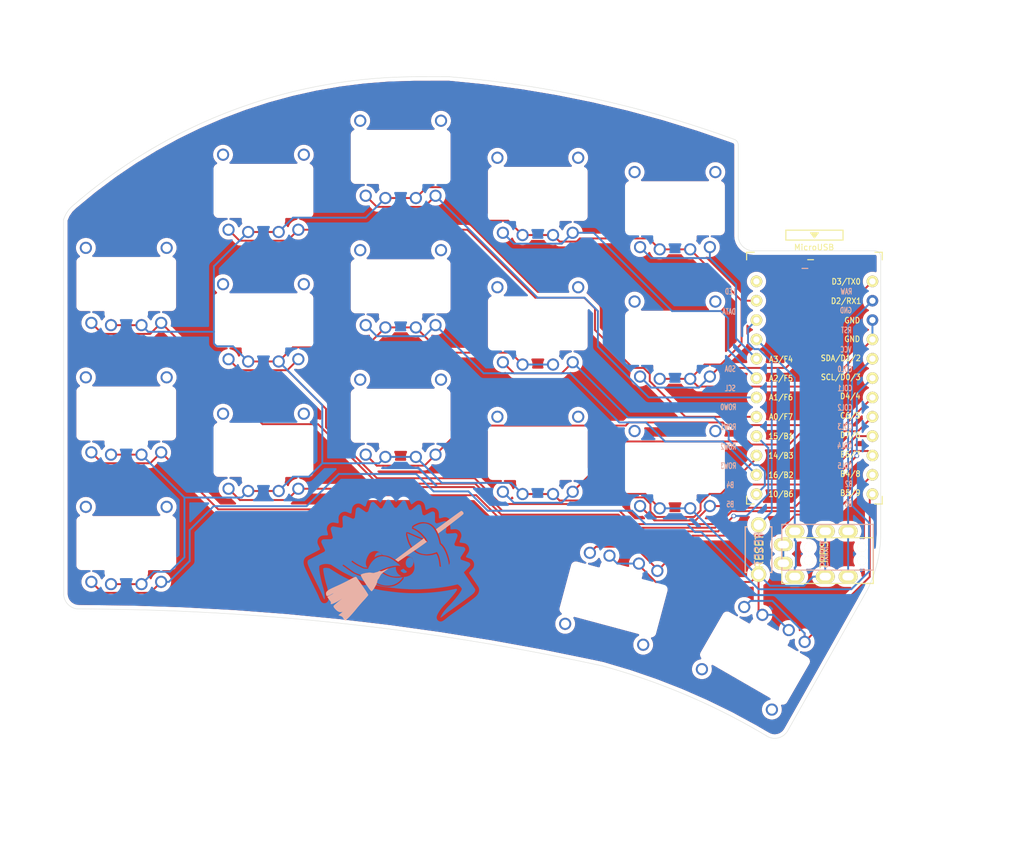
<source format=kicad_pcb>
(kicad_pcb (version 20171130) (host pcbnew 5.1.8)

  (general
    (thickness 1.6)
    (drawings 17)
    (tracks 323)
    (zones 0)
    (modules 21)
    (nets 24)
  )

  (page A4)
  (title_block
    (title Ferris_Sweep_Compact)
    (date 2020-09-03)
    (rev 0.1)
    (company BroomLabs)
  )

  (layers
    (0 F.Cu signal)
    (31 B.Cu signal)
    (32 B.Adhes user)
    (33 F.Adhes user)
    (34 B.Paste user)
    (35 F.Paste user)
    (36 B.SilkS user)
    (37 F.SilkS user hide)
    (38 B.Mask user)
    (39 F.Mask user)
    (40 Dwgs.User user)
    (41 Cmts.User user)
    (42 Eco1.User user)
    (43 Eco2.User user)
    (44 Edge.Cuts user)
    (45 Margin user)
    (46 B.CrtYd user)
    (47 F.CrtYd user)
    (48 B.Fab user)
    (49 F.Fab user)
  )

  (setup
    (last_trace_width 0.25)
    (user_trace_width 0.5)
    (trace_clearance 0.2)
    (zone_clearance 0.508)
    (zone_45_only no)
    (trace_min 0.2)
    (via_size 0.6)
    (via_drill 0.4)
    (via_min_size 0.4)
    (via_min_drill 0.3)
    (uvia_size 0.3)
    (uvia_drill 0.1)
    (uvias_allowed no)
    (uvia_min_size 0.2)
    (uvia_min_drill 0.1)
    (edge_width 0.15)
    (segment_width 0.15)
    (pcb_text_width 0.3)
    (pcb_text_size 1.5 1.5)
    (mod_edge_width 0.15)
    (mod_text_size 1 1)
    (mod_text_width 0.15)
    (pad_size 1.524 1.524)
    (pad_drill 0.8128)
    (pad_to_mask_clearance 0.2)
    (aux_axis_origin 62.23 78.74)
    (visible_elements FFFFEFFF)
    (pcbplotparams
      (layerselection 0x010fc_ffffffff)
      (usegerberextensions true)
      (usegerberattributes false)
      (usegerberadvancedattributes false)
      (creategerberjobfile false)
      (excludeedgelayer true)
      (linewidth 0.150000)
      (plotframeref false)
      (viasonmask false)
      (mode 1)
      (useauxorigin false)
      (hpglpennumber 1)
      (hpglpenspeed 20)
      (hpglpendiameter 15.000000)
      (psnegative false)
      (psa4output false)
      (plotreference true)
      (plotvalue true)
      (plotinvisibletext false)
      (padsonsilk false)
      (subtractmaskfromsilk false)
      (outputformat 1)
      (mirror false)
      (drillshape 0)
      (scaleselection 1)
      (outputdirectory "gerber/"))
  )

  (net 0 "")
  (net 1 row0)
  (net 2 row1)
  (net 3 row2)
  (net 4 row3)
  (net 5 GND)
  (net 6 VCC)
  (net 7 col0)
  (net 8 col1)
  (net 9 col2)
  (net 10 col3)
  (net 11 col4)
  (net 12 col5)
  (net 13 LED)
  (net 14 data)
  (net 15 reset)
  (net 16 SCL)
  (net 17 SDA)
  (net 18 "Net-(U1-Pad24)")
  (net 19 "Net-(J1-PadA)")
  (net 20 "Net-(U1-Pad14)")
  (net 21 "Net-(U1-Pad13)")
  (net 22 "Net-(U1-Pad12)")
  (net 23 "Net-(U1-Pad11)")

  (net_class Default "これは標準のネット クラスです。"
    (clearance 0.2)
    (trace_width 0.25)
    (via_dia 0.6)
    (via_drill 0.4)
    (uvia_dia 0.3)
    (uvia_drill 0.1)
    (add_net GND)
    (add_net LED)
    (add_net "Net-(J1-PadA)")
    (add_net "Net-(U1-Pad11)")
    (add_net "Net-(U1-Pad12)")
    (add_net "Net-(U1-Pad13)")
    (add_net "Net-(U1-Pad14)")
    (add_net "Net-(U1-Pad24)")
    (add_net SCL)
    (add_net SDA)
    (add_net VCC)
    (add_net col0)
    (add_net col1)
    (add_net col2)
    (add_net col3)
    (add_net col4)
    (add_net col5)
    (add_net data)
    (add_net reset)
    (add_net row0)
    (add_net row1)
    (add_net row2)
    (add_net row3)
  )

  (module Kailh:Kailh_PG1232 (layer B.Cu) (tedit 5E1ADAC2) (tstamp 5C23884C)
    (at 126.5 91.48 330)
    (path /5A5E37B0)
    (fp_text reference SW21 (at 4.6 -6 330) (layer Dwgs.User) hide
      (effects (font (size 1 1) (thickness 0.15)))
    )
    (fp_text value SW_PUSH (at -0.5 -5.999999 330) (layer Dwgs.User) hide
      (effects (font (size 1 1) (thickness 0.15)))
    )
    (fp_text user %V (at 0 -8.255 150) (layer F.Fab)
      (effects (font (size 1 1) (thickness 0.15)))
    )
    (fp_text user %R (at 0 0 330) (layer B.Fab)
      (effects (font (size 1 1) (thickness 0.15)) (justify mirror))
    )
    (fp_text user "CPG1232 - 12.7x13.7 plate cutout" (at 0 7.7 150) (layer Cmts.User)
      (effects (font (size 1 1) (thickness 0.15)))
    )
    (fp_line (start -5.95 2.95) (end 5.95 2.95) (layer Dwgs.User) (width 0.12))
    (fp_line (start 5.95 2.95) (end 5.95 -2.95) (layer Dwgs.User) (width 0.12))
    (fp_line (start -5.95 -2.95) (end -5.95 2.95) (layer Dwgs.User) (width 0.12))
    (fp_line (start -6.75 6.25) (end 6.75 6.25) (layer Dwgs.User) (width 0.12))
    (fp_line (start 6.75 6.25) (end 6.75 -6.25) (layer Dwgs.User) (width 0.12))
    (fp_line (start 6.75 -6.25) (end -6.75 -6.25) (layer Dwgs.User) (width 0.12))
    (fp_line (start -6.75 -6.25) (end -6.75 6.25) (layer Dwgs.User) (width 0.12))
    (fp_line (start -2.25 -2.95) (end -2.25 -4) (layer Dwgs.User) (width 0.12))
    (fp_line (start -2.25 -4) (end 2.25 -4) (layer Dwgs.User) (width 0.12))
    (fp_line (start 2.25 -4) (end 2.25 -2.95) (layer Dwgs.User) (width 0.12))
    (fp_line (start -2.25 -2.95) (end -5.95 -2.95) (layer Dwgs.User) (width 0.12))
    (fp_line (start 2.25 -2.95) (end 5.95 -2.95) (layer Dwgs.User) (width 0.12))
    (fp_line (start -9 8.5) (end -9 -8.5) (layer Dwgs.User) (width 0.12))
    (fp_line (start -9 -8.5) (end 9 -8.5) (layer Dwgs.User) (width 0.12))
    (fp_line (start 9 -8.5) (end 9 8.5) (layer Dwgs.User) (width 0.12))
    (fp_line (start 9 8.5) (end -9 8.5) (layer Dwgs.User) (width 0.12))
    (pad "" np_thru_hole oval (at 0 -3.5 330) (size 4.7 1) (drill oval 4.7 1) (layers *.Cu *.Mask))
    (pad "" np_thru_hole oval (at -2.2 -3.5 240) (size 1.2 0.3) (drill oval 1.2 0.3) (layers *.Cu *.Mask))
    (pad "" np_thru_hole oval (at 2.2 -3.5 240) (size 1.2 0.3) (drill oval 1.2 0.3) (layers *.Cu *.Mask))
    (pad "" np_thru_hole oval (at 0 -3.95 330) (size 4.7 0.3) (drill oval 4.7 0.3) (layers *.Cu *.Mask))
    (pad "" np_thru_hole oval (at 5.36 0 330) (size 1 5.9) (drill oval 1 5.9) (layers *.Cu *.Mask))
    (pad "" np_thru_hole oval (at 4.59 0 330) (size 1 5.9) (drill oval 1 5.9) (layers *.Cu *.Mask))
    (pad "" np_thru_hole oval (at 4.2 0 330) (size 1 5.9) (drill oval 1 5.9) (layers *.Cu *.Mask))
    (pad "" np_thru_hole oval (at -4.2 0 330) (size 1 5.9) (drill oval 1 5.9) (layers *.Cu *.Mask))
    (pad "" np_thru_hole oval (at -4.59 0 330) (size 1 5.9) (drill oval 1 5.9) (layers *.Cu *.Mask))
    (pad "" np_thru_hole oval (at -5.9 0 240) (size 6.1 0.3) (drill oval 6.1 0.3) (layers *.Cu *.Mask))
    (pad "" np_thru_hole oval (at 5.9 0 240) (size 6.1 0.3) (drill oval 6.1 0.3) (layers *.Cu *.Mask))
    (pad "" np_thru_hole oval (at 0 -2.9 330) (size 12.1 0.3) (drill oval 12.1 0.3) (layers *.Cu *.Mask))
    (pad "" np_thru_hole oval (at 0 2.9 330) (size 12.1 0.3) (drill oval 12.1 0.3) (layers *.Cu *.Mask))
    (pad "" np_thru_hole oval (at -5.36 0 330) (size 1 5.9) (drill oval 1 5.9) (layers *.Cu *.Mask))
    (pad "" np_thru_hole oval (at 0 0 330) (size 11.85 5.9) (drill oval 11.85 5.9) (layers *.Cu *.Mask))
    (pad 1 thru_hole circle (at 4.58 -5.1 330) (size 1.6 1.6) (drill 1.1) (layers *.Cu *.Mask)
      (net 22 "Net-(U1-Pad12)") (clearance 0.2))
    (pad 2 thru_hole circle (at -2 -5.4 330) (size 1.6 1.6) (drill 1.1) (layers *.Cu *.Mask)
      (net 5 GND) (clearance 0.2))
    (pad 1 thru_hole circle (at -4.58 -5.1 330) (size 1.6 1.6) (drill 1.1) (layers *.Cu *.Mask)
      (net 22 "Net-(U1-Pad12)") (clearance 0.2))
    (pad 2 thru_hole circle (at 2 -5.4 330) (size 1.6 1.6) (drill 1.1) (layers *.Cu *.Mask)
      (net 5 GND) (clearance 0.2))
    (pad 3 thru_hole circle (at 5.3 4.75 330) (size 1.6 1.6) (drill 1.1) (layers *.Cu *.Mask)
      (clearance 0.2))
    (pad 4 thru_hole circle (at -5.3 4.75 330) (size 1.6 1.6) (drill 1.1) (layers *.Cu *.Mask)
      (clearance 0.2))
  )

  (module Kailh:Kailh_PG1232 (layer F.Cu) (tedit 5E1ADAC2) (tstamp 5C23875A)
    (at 80 42.67)
    (path /5A5E2D3E)
    (fp_text reference SW10 (at 4.6 6 180) (layer Dwgs.User) hide
      (effects (font (size 1 1) (thickness 0.15)))
    )
    (fp_text value SW_PUSH (at -0.5 6 180) (layer Dwgs.User) hide
      (effects (font (size 1 1) (thickness 0.15)))
    )
    (fp_text user %V (at 0 8.255) (layer B.Fab)
      (effects (font (size 1 1) (thickness 0.15)) (justify mirror))
    )
    (fp_text user %R (at 0 0 180) (layer F.Fab)
      (effects (font (size 1 1) (thickness 0.15)))
    )
    (fp_text user "CPG1232 - 12.7x13.7 plate cutout" (at 0 -7.7) (layer Cmts.User)
      (effects (font (size 1 1) (thickness 0.15)))
    )
    (fp_line (start -5.95 -2.95) (end 5.95 -2.95) (layer Dwgs.User) (width 0.12))
    (fp_line (start 5.95 -2.95) (end 5.95 2.95) (layer Dwgs.User) (width 0.12))
    (fp_line (start -5.95 2.95) (end -5.95 -2.95) (layer Dwgs.User) (width 0.12))
    (fp_line (start -6.75 -6.25) (end 6.75 -6.25) (layer Dwgs.User) (width 0.12))
    (fp_line (start 6.75 -6.25) (end 6.75 6.25) (layer Dwgs.User) (width 0.12))
    (fp_line (start 6.75 6.25) (end -6.75 6.25) (layer Dwgs.User) (width 0.12))
    (fp_line (start -6.75 6.25) (end -6.75 -6.25) (layer Dwgs.User) (width 0.12))
    (fp_line (start -2.25 2.95) (end -2.25 4) (layer Dwgs.User) (width 0.12))
    (fp_line (start -2.25 4) (end 2.25 4) (layer Dwgs.User) (width 0.12))
    (fp_line (start 2.25 4) (end 2.25 2.95) (layer Dwgs.User) (width 0.12))
    (fp_line (start -2.25 2.95) (end -5.95 2.95) (layer Dwgs.User) (width 0.12))
    (fp_line (start 2.25 2.95) (end 5.95 2.95) (layer Dwgs.User) (width 0.12))
    (fp_line (start -9 -8.5) (end -9 8.5) (layer Dwgs.User) (width 0.12))
    (fp_line (start -9 8.5) (end 9 8.5) (layer Dwgs.User) (width 0.12))
    (fp_line (start 9 8.5) (end 9 -8.5) (layer Dwgs.User) (width 0.12))
    (fp_line (start 9 -8.5) (end -9 -8.5) (layer Dwgs.User) (width 0.12))
    (pad "" np_thru_hole oval (at 0 3.5) (size 4.7 1) (drill oval 4.7 1) (layers *.Cu *.Mask))
    (pad "" np_thru_hole oval (at -2.2 3.5 90) (size 1.2 0.3) (drill oval 1.2 0.3) (layers *.Cu *.Mask))
    (pad "" np_thru_hole oval (at 2.2 3.5 90) (size 1.2 0.3) (drill oval 1.2 0.3) (layers *.Cu *.Mask))
    (pad "" np_thru_hole oval (at 0 3.95) (size 4.7 0.3) (drill oval 4.7 0.3) (layers *.Cu *.Mask))
    (pad "" np_thru_hole oval (at 5.36 0) (size 1 5.9) (drill oval 1 5.9) (layers *.Cu *.Mask))
    (pad "" np_thru_hole oval (at 4.59 0) (size 1 5.9) (drill oval 1 5.9) (layers *.Cu *.Mask))
    (pad "" np_thru_hole oval (at 4.2 0) (size 1 5.9) (drill oval 1 5.9) (layers *.Cu *.Mask))
    (pad "" np_thru_hole oval (at -4.2 0) (size 1 5.9) (drill oval 1 5.9) (layers *.Cu *.Mask))
    (pad "" np_thru_hole oval (at -4.59 0) (size 1 5.9) (drill oval 1 5.9) (layers *.Cu *.Mask))
    (pad "" np_thru_hole oval (at -5.9 0 90) (size 6.1 0.3) (drill oval 6.1 0.3) (layers *.Cu *.Mask))
    (pad "" np_thru_hole oval (at 5.9 0 90) (size 6.1 0.3) (drill oval 6.1 0.3) (layers *.Cu *.Mask))
    (pad "" np_thru_hole oval (at 0 2.9) (size 12.1 0.3) (drill oval 12.1 0.3) (layers *.Cu *.Mask))
    (pad "" np_thru_hole oval (at 0 -2.9) (size 12.1 0.3) (drill oval 12.1 0.3) (layers *.Cu *.Mask))
    (pad "" np_thru_hole oval (at -5.36 0) (size 1 5.9) (drill oval 1 5.9) (layers *.Cu *.Mask))
    (pad "" np_thru_hole oval (at 0 0) (size 11.85 5.9) (drill oval 11.85 5.9) (layers *.Cu *.Mask))
    (pad 1 thru_hole circle (at 4.58 5.1) (size 1.6 1.6) (drill 1.1) (layers *.Cu *.Mask)
      (net 20 "Net-(U1-Pad14)") (clearance 0.2))
    (pad 2 thru_hole circle (at -2 5.4) (size 1.6 1.6) (drill 1.1) (layers *.Cu *.Mask)
      (net 5 GND) (clearance 0.2))
    (pad 1 thru_hole circle (at -4.58 5.1) (size 1.6 1.6) (drill 1.1) (layers *.Cu *.Mask)
      (net 20 "Net-(U1-Pad14)") (clearance 0.2))
    (pad 2 thru_hole circle (at 2 5.4) (size 1.6 1.6) (drill 1.1) (layers *.Cu *.Mask)
      (net 5 GND) (clearance 0.2))
    (pad 3 thru_hole circle (at 5.3 -4.75) (size 1.6 1.6) (drill 1.1) (layers *.Cu *.Mask)
      (clearance 0.2))
    (pad 4 thru_hole circle (at -5.3 -4.75) (size 1.6 1.6) (drill 1.1) (layers *.Cu *.Mask)
      (clearance 0.2))
  )

  (module Kailh:Kailh_PG1232 (layer F.Cu) (tedit 5E1ADAC2) (tstamp 5C2386AA)
    (at 44 42.37)
    (path /5A5E2699)
    (fp_text reference SW2 (at 4.6 6 180) (layer Dwgs.User) hide
      (effects (font (size 1 1) (thickness 0.15)))
    )
    (fp_text value SW_PUSH (at -0.5 6 180) (layer Dwgs.User) hide
      (effects (font (size 1 1) (thickness 0.15)))
    )
    (fp_text user %V (at 0 7.755) (layer B.Fab)
      (effects (font (size 1 1) (thickness 0.15)) (justify mirror))
    )
    (fp_text user %R (at 0 0 180) (layer F.Fab)
      (effects (font (size 1 1) (thickness 0.15)))
    )
    (fp_text user "CPG1232 - 12.7x13.7 plate cutout" (at 0 -7.7) (layer Cmts.User)
      (effects (font (size 1 1) (thickness 0.15)))
    )
    (fp_line (start -5.95 -2.95) (end 5.95 -2.95) (layer Dwgs.User) (width 0.12))
    (fp_line (start 5.95 -2.95) (end 5.95 2.95) (layer Dwgs.User) (width 0.12))
    (fp_line (start -5.95 2.95) (end -5.95 -2.95) (layer Dwgs.User) (width 0.12))
    (fp_line (start -6.75 -6.25) (end 6.75 -6.25) (layer Dwgs.User) (width 0.12))
    (fp_line (start 6.75 -6.25) (end 6.75 6.25) (layer Dwgs.User) (width 0.12))
    (fp_line (start 6.75 6.25) (end -6.75 6.25) (layer Dwgs.User) (width 0.12))
    (fp_line (start -6.75 6.25) (end -6.75 -6.25) (layer Dwgs.User) (width 0.12))
    (fp_line (start -2.25 2.95) (end -2.25 4) (layer Dwgs.User) (width 0.12))
    (fp_line (start -2.25 4) (end 2.25 4) (layer Dwgs.User) (width 0.12))
    (fp_line (start 2.25 4) (end 2.25 2.95) (layer Dwgs.User) (width 0.12))
    (fp_line (start -2.25 2.95) (end -5.95 2.95) (layer Dwgs.User) (width 0.12))
    (fp_line (start 2.25 2.95) (end 5.95 2.95) (layer Dwgs.User) (width 0.12))
    (fp_line (start -9 -8.5) (end -9 8.5) (layer Dwgs.User) (width 0.12))
    (fp_line (start -9 8.5) (end 9 8.5) (layer Dwgs.User) (width 0.12))
    (fp_line (start 9 8.5) (end 9 -8.5) (layer Dwgs.User) (width 0.12))
    (fp_line (start 9 -8.5) (end -9 -8.5) (layer Dwgs.User) (width 0.12))
    (pad "" np_thru_hole oval (at 0 3.5) (size 4.7 1) (drill oval 4.7 1) (layers *.Cu *.Mask))
    (pad "" np_thru_hole oval (at -2.2 3.5 90) (size 1.2 0.3) (drill oval 1.2 0.3) (layers *.Cu *.Mask))
    (pad "" np_thru_hole oval (at 2.2 3.5 90) (size 1.2 0.3) (drill oval 1.2 0.3) (layers *.Cu *.Mask))
    (pad "" np_thru_hole oval (at 0 3.95) (size 4.7 0.3) (drill oval 4.7 0.3) (layers *.Cu *.Mask))
    (pad "" np_thru_hole oval (at 5.36 0) (size 1 5.9) (drill oval 1 5.9) (layers *.Cu *.Mask))
    (pad "" np_thru_hole oval (at 4.59 0) (size 1 5.9) (drill oval 1 5.9) (layers *.Cu *.Mask))
    (pad "" np_thru_hole oval (at 4.2 0) (size 1 5.9) (drill oval 1 5.9) (layers *.Cu *.Mask))
    (pad "" np_thru_hole oval (at -4.2 0) (size 1 5.9) (drill oval 1 5.9) (layers *.Cu *.Mask))
    (pad "" np_thru_hole oval (at -4.59 0) (size 1 5.9) (drill oval 1 5.9) (layers *.Cu *.Mask))
    (pad "" np_thru_hole oval (at -5.9 0 90) (size 6.1 0.3) (drill oval 6.1 0.3) (layers *.Cu *.Mask))
    (pad "" np_thru_hole oval (at 5.9 0 90) (size 6.1 0.3) (drill oval 6.1 0.3) (layers *.Cu *.Mask))
    (pad "" np_thru_hole oval (at 0 2.9) (size 12.1 0.3) (drill oval 12.1 0.3) (layers *.Cu *.Mask))
    (pad "" np_thru_hole oval (at 0 -2.9) (size 12.1 0.3) (drill oval 12.1 0.3) (layers *.Cu *.Mask))
    (pad "" np_thru_hole oval (at -5.36 0) (size 1 5.9) (drill oval 1 5.9) (layers *.Cu *.Mask))
    (pad "" np_thru_hole oval (at 0 0) (size 11.85 5.9) (drill oval 11.85 5.9) (layers *.Cu *.Mask))
    (pad 1 thru_hole circle (at 4.58 5.1) (size 1.6 1.6) (drill 1.1) (layers *.Cu *.Mask)
      (net 4 row3) (clearance 0.2))
    (pad 2 thru_hole circle (at -2 5.4) (size 1.6 1.6) (drill 1.1) (layers *.Cu *.Mask)
      (net 5 GND) (clearance 0.2))
    (pad 1 thru_hole circle (at -4.58 5.1) (size 1.6 1.6) (drill 1.1) (layers *.Cu *.Mask)
      (net 4 row3) (clearance 0.2))
    (pad 2 thru_hole circle (at 2 5.4) (size 1.6 1.6) (drill 1.1) (layers *.Cu *.Mask)
      (net 5 GND) (clearance 0.2))
    (pad 3 thru_hole circle (at 5.3 -4.75) (size 1.6 1.6) (drill 1.1) (layers *.Cu *.Mask)
      (clearance 0.2))
    (pad 4 thru_hole circle (at -5.3 -4.75) (size 1.6 1.6) (drill 1.1) (layers *.Cu *.Mask)
      (clearance 0.2))
  )

  (module Kailh:Kailh_PG1232 (layer F.Cu) (tedit 5E1ADAC2) (tstamp 5C2386C0)
    (at 62 30.14)
    (path /5A5E27F9)
    (fp_text reference SW3 (at 4.6 6 180) (layer Dwgs.User) hide
      (effects (font (size 1 1) (thickness 0.15)))
    )
    (fp_text value SW_PUSH (at -0.5 6 180) (layer Dwgs.User) hide
      (effects (font (size 1 1) (thickness 0.15)))
    )
    (fp_text user %V (at 0 8.255) (layer B.Fab)
      (effects (font (size 1 1) (thickness 0.15)) (justify mirror))
    )
    (fp_text user %R (at 0 0 180) (layer F.Fab)
      (effects (font (size 1 1) (thickness 0.15)))
    )
    (fp_text user "CPG1232 - 12.7x13.7 plate cutout" (at 0 -7.7) (layer Cmts.User)
      (effects (font (size 1 1) (thickness 0.15)))
    )
    (fp_line (start -5.95 -2.95) (end 5.95 -2.95) (layer Dwgs.User) (width 0.12))
    (fp_line (start 5.95 -2.95) (end 5.95 2.95) (layer Dwgs.User) (width 0.12))
    (fp_line (start -5.95 2.95) (end -5.95 -2.95) (layer Dwgs.User) (width 0.12))
    (fp_line (start -6.75 -6.25) (end 6.75 -6.25) (layer Dwgs.User) (width 0.12))
    (fp_line (start 6.75 -6.25) (end 6.75 6.25) (layer Dwgs.User) (width 0.12))
    (fp_line (start 6.75 6.25) (end -6.75 6.25) (layer Dwgs.User) (width 0.12))
    (fp_line (start -6.75 6.25) (end -6.75 -6.25) (layer Dwgs.User) (width 0.12))
    (fp_line (start -2.25 2.95) (end -2.25 4) (layer Dwgs.User) (width 0.12))
    (fp_line (start -2.25 4) (end 2.25 4) (layer Dwgs.User) (width 0.12))
    (fp_line (start 2.25 4) (end 2.25 2.95) (layer Dwgs.User) (width 0.12))
    (fp_line (start -2.25 2.95) (end -5.95 2.95) (layer Dwgs.User) (width 0.12))
    (fp_line (start 2.25 2.95) (end 5.95 2.95) (layer Dwgs.User) (width 0.12))
    (fp_line (start -9 -8.5) (end -9 8.5) (layer Dwgs.User) (width 0.12))
    (fp_line (start -9 8.5) (end 9 8.5) (layer Dwgs.User) (width 0.12))
    (fp_line (start 9 8.5) (end 9 -8.5) (layer Dwgs.User) (width 0.12))
    (fp_line (start 9 -8.5) (end -9 -8.5) (layer Dwgs.User) (width 0.12))
    (pad "" np_thru_hole oval (at 0 3.5) (size 4.7 1) (drill oval 4.7 1) (layers *.Cu *.Mask))
    (pad "" np_thru_hole oval (at -2.2 3.5 90) (size 1.2 0.3) (drill oval 1.2 0.3) (layers *.Cu *.Mask))
    (pad "" np_thru_hole oval (at 2.2 3.5 90) (size 1.2 0.3) (drill oval 1.2 0.3) (layers *.Cu *.Mask))
    (pad "" np_thru_hole oval (at 0 3.95) (size 4.7 0.3) (drill oval 4.7 0.3) (layers *.Cu *.Mask))
    (pad "" np_thru_hole oval (at 5.36 0) (size 1 5.9) (drill oval 1 5.9) (layers *.Cu *.Mask))
    (pad "" np_thru_hole oval (at 4.59 0) (size 1 5.9) (drill oval 1 5.9) (layers *.Cu *.Mask))
    (pad "" np_thru_hole oval (at 4.2 0) (size 1 5.9) (drill oval 1 5.9) (layers *.Cu *.Mask))
    (pad "" np_thru_hole oval (at -4.2 0) (size 1 5.9) (drill oval 1 5.9) (layers *.Cu *.Mask))
    (pad "" np_thru_hole oval (at -4.59 0) (size 1 5.9) (drill oval 1 5.9) (layers *.Cu *.Mask))
    (pad "" np_thru_hole oval (at -5.9 0 90) (size 6.1 0.3) (drill oval 6.1 0.3) (layers *.Cu *.Mask))
    (pad "" np_thru_hole oval (at 5.9 0 90) (size 6.1 0.3) (drill oval 6.1 0.3) (layers *.Cu *.Mask))
    (pad "" np_thru_hole oval (at 0 2.9) (size 12.1 0.3) (drill oval 12.1 0.3) (layers *.Cu *.Mask))
    (pad "" np_thru_hole oval (at 0 -2.9) (size 12.1 0.3) (drill oval 12.1 0.3) (layers *.Cu *.Mask))
    (pad "" np_thru_hole oval (at -5.36 0) (size 1 5.9) (drill oval 1 5.9) (layers *.Cu *.Mask))
    (pad "" np_thru_hole oval (at 0 0) (size 11.85 5.9) (drill oval 11.85 5.9) (layers *.Cu *.Mask))
    (pad 1 thru_hole circle (at 4.58 5.1) (size 1.6 1.6) (drill 1.1) (layers *.Cu *.Mask)
      (net 10 col3) (clearance 0.2))
    (pad 2 thru_hole circle (at -2 5.4) (size 1.6 1.6) (drill 1.1) (layers *.Cu *.Mask)
      (net 5 GND) (clearance 0.2))
    (pad 1 thru_hole circle (at -4.58 5.1) (size 1.6 1.6) (drill 1.1) (layers *.Cu *.Mask)
      (net 10 col3) (clearance 0.2))
    (pad 2 thru_hole circle (at 2 5.4) (size 1.6 1.6) (drill 1.1) (layers *.Cu *.Mask)
      (net 5 GND) (clearance 0.2))
    (pad 3 thru_hole circle (at 5.3 -4.75) (size 1.6 1.6) (drill 1.1) (layers *.Cu *.Mask)
      (clearance 0.2))
    (pad 4 thru_hole circle (at -5.3 -4.75) (size 1.6 1.6) (drill 1.1) (layers *.Cu *.Mask)
      (clearance 0.2))
  )

  (module Kailh:Kailh_PG1232 (layer F.Cu) (tedit 5E1ADAC2) (tstamp 5C2386D6)
    (at 80 25.68)
    (path /5A5E2908)
    (fp_text reference SW4 (at 4.6 6 180) (layer Dwgs.User) hide
      (effects (font (size 1 1) (thickness 0.15)))
    )
    (fp_text value SW_PUSH (at -0.5 6 180) (layer Dwgs.User) hide
      (effects (font (size 1 1) (thickness 0.15)))
    )
    (fp_text user %V (at 0 8.255) (layer B.Fab)
      (effects (font (size 1 1) (thickness 0.15)) (justify mirror))
    )
    (fp_text user %R (at 0 0 180) (layer F.Fab)
      (effects (font (size 1 1) (thickness 0.15)))
    )
    (fp_text user "CPG1232 - 12.7x13.7 plate cutout" (at 0 -7.7) (layer Cmts.User)
      (effects (font (size 1 1) (thickness 0.15)))
    )
    (fp_line (start -5.95 -2.95) (end 5.95 -2.95) (layer Dwgs.User) (width 0.12))
    (fp_line (start 5.95 -2.95) (end 5.95 2.95) (layer Dwgs.User) (width 0.12))
    (fp_line (start -5.95 2.95) (end -5.95 -2.95) (layer Dwgs.User) (width 0.12))
    (fp_line (start -6.75 -6.25) (end 6.75 -6.25) (layer Dwgs.User) (width 0.12))
    (fp_line (start 6.75 -6.25) (end 6.75 6.25) (layer Dwgs.User) (width 0.12))
    (fp_line (start 6.75 6.25) (end -6.75 6.25) (layer Dwgs.User) (width 0.12))
    (fp_line (start -6.75 6.25) (end -6.75 -6.25) (layer Dwgs.User) (width 0.12))
    (fp_line (start -2.25 2.95) (end -2.25 4) (layer Dwgs.User) (width 0.12))
    (fp_line (start -2.25 4) (end 2.25 4) (layer Dwgs.User) (width 0.12))
    (fp_line (start 2.25 4) (end 2.25 2.95) (layer Dwgs.User) (width 0.12))
    (fp_line (start -2.25 2.95) (end -5.95 2.95) (layer Dwgs.User) (width 0.12))
    (fp_line (start 2.25 2.95) (end 5.95 2.95) (layer Dwgs.User) (width 0.12))
    (fp_line (start -9 -8.5) (end -9 8.5) (layer Dwgs.User) (width 0.12))
    (fp_line (start -9 8.5) (end 9 8.5) (layer Dwgs.User) (width 0.12))
    (fp_line (start 9 8.5) (end 9 -8.5) (layer Dwgs.User) (width 0.12))
    (fp_line (start 9 -8.5) (end -9 -8.5) (layer Dwgs.User) (width 0.12))
    (pad "" np_thru_hole oval (at 0 3.5) (size 4.7 1) (drill oval 4.7 1) (layers *.Cu *.Mask))
    (pad "" np_thru_hole oval (at -2.2 3.5 90) (size 1.2 0.3) (drill oval 1.2 0.3) (layers *.Cu *.Mask))
    (pad "" np_thru_hole oval (at 2.2 3.5 90) (size 1.2 0.3) (drill oval 1.2 0.3) (layers *.Cu *.Mask))
    (pad "" np_thru_hole oval (at 0 3.95) (size 4.7 0.3) (drill oval 4.7 0.3) (layers *.Cu *.Mask))
    (pad "" np_thru_hole oval (at 5.36 0) (size 1 5.9) (drill oval 1 5.9) (layers *.Cu *.Mask))
    (pad "" np_thru_hole oval (at 4.59 0) (size 1 5.9) (drill oval 1 5.9) (layers *.Cu *.Mask))
    (pad "" np_thru_hole oval (at 4.2 0) (size 1 5.9) (drill oval 1 5.9) (layers *.Cu *.Mask))
    (pad "" np_thru_hole oval (at -4.2 0) (size 1 5.9) (drill oval 1 5.9) (layers *.Cu *.Mask))
    (pad "" np_thru_hole oval (at -4.59 0) (size 1 5.9) (drill oval 1 5.9) (layers *.Cu *.Mask))
    (pad "" np_thru_hole oval (at -5.9 0 90) (size 6.1 0.3) (drill oval 6.1 0.3) (layers *.Cu *.Mask))
    (pad "" np_thru_hole oval (at 5.9 0 90) (size 6.1 0.3) (drill oval 6.1 0.3) (layers *.Cu *.Mask))
    (pad "" np_thru_hole oval (at 0 2.9) (size 12.1 0.3) (drill oval 12.1 0.3) (layers *.Cu *.Mask))
    (pad "" np_thru_hole oval (at 0 -2.9) (size 12.1 0.3) (drill oval 12.1 0.3) (layers *.Cu *.Mask))
    (pad "" np_thru_hole oval (at -5.36 0) (size 1 5.9) (drill oval 1 5.9) (layers *.Cu *.Mask))
    (pad "" np_thru_hole oval (at 0 0) (size 11.85 5.9) (drill oval 11.85 5.9) (layers *.Cu *.Mask))
    (pad 1 thru_hole circle (at 4.58 5.1) (size 1.6 1.6) (drill 1.1) (layers *.Cu *.Mask)
      (net 9 col2) (clearance 0.2))
    (pad 2 thru_hole circle (at -2 5.4) (size 1.6 1.6) (drill 1.1) (layers *.Cu *.Mask)
      (net 5 GND) (clearance 0.2))
    (pad 1 thru_hole circle (at -4.58 5.1) (size 1.6 1.6) (drill 1.1) (layers *.Cu *.Mask)
      (net 9 col2) (clearance 0.2))
    (pad 2 thru_hole circle (at 2 5.4) (size 1.6 1.6) (drill 1.1) (layers *.Cu *.Mask)
      (net 5 GND) (clearance 0.2))
    (pad 3 thru_hole circle (at 5.3 -4.75) (size 1.6 1.6) (drill 1.1) (layers *.Cu *.Mask)
      (clearance 0.2))
    (pad 4 thru_hole circle (at -5.3 -4.75) (size 1.6 1.6) (drill 1.1) (layers *.Cu *.Mask)
      (clearance 0.2))
  )

  (module Kailh:Kailh_PG1232 (layer F.Cu) (tedit 5E1ADAC2) (tstamp 5C2386EC)
    (at 98 30.54)
    (path /5A5E2933)
    (fp_text reference SW5 (at 4.6 6 180) (layer Dwgs.User) hide
      (effects (font (size 1 1) (thickness 0.15)))
    )
    (fp_text value SW_PUSH (at -0.5 6 180) (layer Dwgs.User) hide
      (effects (font (size 1 1) (thickness 0.15)))
    )
    (fp_text user %V (at 0 8.255) (layer B.Fab)
      (effects (font (size 1 1) (thickness 0.15)) (justify mirror))
    )
    (fp_text user %R (at 0 0 180) (layer F.Fab)
      (effects (font (size 1 1) (thickness 0.15)))
    )
    (fp_text user "CPG1232 - 12.7x13.7 plate cutout" (at 0 -7.7) (layer Cmts.User)
      (effects (font (size 1 1) (thickness 0.15)))
    )
    (fp_line (start -5.95 -2.95) (end 5.95 -2.95) (layer Dwgs.User) (width 0.12))
    (fp_line (start 5.95 -2.95) (end 5.95 2.95) (layer Dwgs.User) (width 0.12))
    (fp_line (start -5.95 2.95) (end -5.95 -2.95) (layer Dwgs.User) (width 0.12))
    (fp_line (start -6.75 -6.25) (end 6.75 -6.25) (layer Dwgs.User) (width 0.12))
    (fp_line (start 6.75 -6.25) (end 6.75 6.25) (layer Dwgs.User) (width 0.12))
    (fp_line (start 6.75 6.25) (end -6.75 6.25) (layer Dwgs.User) (width 0.12))
    (fp_line (start -6.75 6.25) (end -6.75 -6.25) (layer Dwgs.User) (width 0.12))
    (fp_line (start -2.25 2.95) (end -2.25 4) (layer Dwgs.User) (width 0.12))
    (fp_line (start -2.25 4) (end 2.25 4) (layer Dwgs.User) (width 0.12))
    (fp_line (start 2.25 4) (end 2.25 2.95) (layer Dwgs.User) (width 0.12))
    (fp_line (start -2.25 2.95) (end -5.95 2.95) (layer Dwgs.User) (width 0.12))
    (fp_line (start 2.25 2.95) (end 5.95 2.95) (layer Dwgs.User) (width 0.12))
    (fp_line (start -9 -8.5) (end -9 8.5) (layer Dwgs.User) (width 0.12))
    (fp_line (start -9 8.5) (end 9 8.5) (layer Dwgs.User) (width 0.12))
    (fp_line (start 9 8.5) (end 9 -8.5) (layer Dwgs.User) (width 0.12))
    (fp_line (start 9 -8.5) (end -9 -8.5) (layer Dwgs.User) (width 0.12))
    (pad "" np_thru_hole oval (at 0 3.5) (size 4.7 1) (drill oval 4.7 1) (layers *.Cu *.Mask))
    (pad "" np_thru_hole oval (at -2.2 3.5 90) (size 1.2 0.3) (drill oval 1.2 0.3) (layers *.Cu *.Mask))
    (pad "" np_thru_hole oval (at 2.2 3.5 90) (size 1.2 0.3) (drill oval 1.2 0.3) (layers *.Cu *.Mask))
    (pad "" np_thru_hole oval (at 0 3.95) (size 4.7 0.3) (drill oval 4.7 0.3) (layers *.Cu *.Mask))
    (pad "" np_thru_hole oval (at 5.36 0) (size 1 5.9) (drill oval 1 5.9) (layers *.Cu *.Mask))
    (pad "" np_thru_hole oval (at 4.59 0) (size 1 5.9) (drill oval 1 5.9) (layers *.Cu *.Mask))
    (pad "" np_thru_hole oval (at 4.2 0) (size 1 5.9) (drill oval 1 5.9) (layers *.Cu *.Mask))
    (pad "" np_thru_hole oval (at -4.2 0) (size 1 5.9) (drill oval 1 5.9) (layers *.Cu *.Mask))
    (pad "" np_thru_hole oval (at -4.59 0) (size 1 5.9) (drill oval 1 5.9) (layers *.Cu *.Mask))
    (pad "" np_thru_hole oval (at -5.9 0 90) (size 6.1 0.3) (drill oval 6.1 0.3) (layers *.Cu *.Mask))
    (pad "" np_thru_hole oval (at 5.9 0 90) (size 6.1 0.3) (drill oval 6.1 0.3) (layers *.Cu *.Mask))
    (pad "" np_thru_hole oval (at 0 2.9) (size 12.1 0.3) (drill oval 12.1 0.3) (layers *.Cu *.Mask))
    (pad "" np_thru_hole oval (at 0 -2.9) (size 12.1 0.3) (drill oval 12.1 0.3) (layers *.Cu *.Mask))
    (pad "" np_thru_hole oval (at -5.36 0) (size 1 5.9) (drill oval 1 5.9) (layers *.Cu *.Mask))
    (pad "" np_thru_hole oval (at 0 0) (size 11.85 5.9) (drill oval 11.85 5.9) (layers *.Cu *.Mask))
    (pad 1 thru_hole circle (at 4.58 5.1) (size 1.6 1.6) (drill 1.1) (layers *.Cu *.Mask)
      (net 8 col1) (clearance 0.2))
    (pad 2 thru_hole circle (at -2 5.4) (size 1.6 1.6) (drill 1.1) (layers *.Cu *.Mask)
      (net 5 GND) (clearance 0.2))
    (pad 1 thru_hole circle (at -4.58 5.1) (size 1.6 1.6) (drill 1.1) (layers *.Cu *.Mask)
      (net 8 col1) (clearance 0.2))
    (pad 2 thru_hole circle (at 2 5.4) (size 1.6 1.6) (drill 1.1) (layers *.Cu *.Mask)
      (net 5 GND) (clearance 0.2))
    (pad 3 thru_hole circle (at 5.3 -4.75) (size 1.6 1.6) (drill 1.1) (layers *.Cu *.Mask)
      (clearance 0.2))
    (pad 4 thru_hole circle (at -5.3 -4.75) (size 1.6 1.6) (drill 1.1) (layers *.Cu *.Mask)
      (clearance 0.2))
  )

  (module Kailh:Kailh_PG1232 (layer F.Cu) (tedit 5E1ADAC2) (tstamp 5C238702)
    (at 116 32.42)
    (path /5A5E295E)
    (fp_text reference SW6 (at 4.6 6 180) (layer Dwgs.User) hide
      (effects (font (size 1 1) (thickness 0.15)))
    )
    (fp_text value SW_PUSH (at -0.5 6 180) (layer Dwgs.User) hide
      (effects (font (size 1 1) (thickness 0.15)))
    )
    (fp_text user %V (at 0 8.255) (layer B.Fab)
      (effects (font (size 1 1) (thickness 0.15)) (justify mirror))
    )
    (fp_text user %R (at 0 0 180) (layer F.Fab)
      (effects (font (size 1 1) (thickness 0.15)))
    )
    (fp_text user "CPG1232 - 12.7x13.7 plate cutout" (at 0 -7.7) (layer Cmts.User)
      (effects (font (size 1 1) (thickness 0.15)))
    )
    (fp_line (start -5.95 -2.95) (end 5.95 -2.95) (layer Dwgs.User) (width 0.12))
    (fp_line (start 5.95 -2.95) (end 5.95 2.95) (layer Dwgs.User) (width 0.12))
    (fp_line (start -5.95 2.95) (end -5.95 -2.95) (layer Dwgs.User) (width 0.12))
    (fp_line (start -6.75 -6.25) (end 6.75 -6.25) (layer Dwgs.User) (width 0.12))
    (fp_line (start 6.75 -6.25) (end 6.75 6.25) (layer Dwgs.User) (width 0.12))
    (fp_line (start 6.75 6.25) (end -6.75 6.25) (layer Dwgs.User) (width 0.12))
    (fp_line (start -6.75 6.25) (end -6.75 -6.25) (layer Dwgs.User) (width 0.12))
    (fp_line (start -2.25 2.95) (end -2.25 4) (layer Dwgs.User) (width 0.12))
    (fp_line (start -2.25 4) (end 2.25 4) (layer Dwgs.User) (width 0.12))
    (fp_line (start 2.25 4) (end 2.25 2.95) (layer Dwgs.User) (width 0.12))
    (fp_line (start -2.25 2.95) (end -5.95 2.95) (layer Dwgs.User) (width 0.12))
    (fp_line (start 2.25 2.95) (end 5.95 2.95) (layer Dwgs.User) (width 0.12))
    (fp_line (start -9 -8.5) (end -9 8.5) (layer Dwgs.User) (width 0.12))
    (fp_line (start -9 8.5) (end 9 8.5) (layer Dwgs.User) (width 0.12))
    (fp_line (start 9 8.5) (end 9 -8.5) (layer Dwgs.User) (width 0.12))
    (fp_line (start 9 -8.5) (end -9 -8.5) (layer Dwgs.User) (width 0.12))
    (pad "" np_thru_hole oval (at 0 3.5) (size 4.7 1) (drill oval 4.7 1) (layers *.Cu *.Mask))
    (pad "" np_thru_hole oval (at -2.2 3.5 90) (size 1.2 0.3) (drill oval 1.2 0.3) (layers *.Cu *.Mask))
    (pad "" np_thru_hole oval (at 2.2 3.5 90) (size 1.2 0.3) (drill oval 1.2 0.3) (layers *.Cu *.Mask))
    (pad "" np_thru_hole oval (at 0 3.95) (size 4.7 0.3) (drill oval 4.7 0.3) (layers *.Cu *.Mask))
    (pad "" np_thru_hole oval (at 5.36 0) (size 1 5.9) (drill oval 1 5.9) (layers *.Cu *.Mask))
    (pad "" np_thru_hole oval (at 4.59 0) (size 1 5.9) (drill oval 1 5.9) (layers *.Cu *.Mask))
    (pad "" np_thru_hole oval (at 4.2 0) (size 1 5.9) (drill oval 1 5.9) (layers *.Cu *.Mask))
    (pad "" np_thru_hole oval (at -4.2 0) (size 1 5.9) (drill oval 1 5.9) (layers *.Cu *.Mask))
    (pad "" np_thru_hole oval (at -4.59 0) (size 1 5.9) (drill oval 1 5.9) (layers *.Cu *.Mask))
    (pad "" np_thru_hole oval (at -5.9 0 90) (size 6.1 0.3) (drill oval 6.1 0.3) (layers *.Cu *.Mask))
    (pad "" np_thru_hole oval (at 5.9 0 90) (size 6.1 0.3) (drill oval 6.1 0.3) (layers *.Cu *.Mask))
    (pad "" np_thru_hole oval (at 0 2.9) (size 12.1 0.3) (drill oval 12.1 0.3) (layers *.Cu *.Mask))
    (pad "" np_thru_hole oval (at 0 -2.9) (size 12.1 0.3) (drill oval 12.1 0.3) (layers *.Cu *.Mask))
    (pad "" np_thru_hole oval (at -5.36 0) (size 1 5.9) (drill oval 1 5.9) (layers *.Cu *.Mask))
    (pad "" np_thru_hole oval (at 0 0) (size 11.85 5.9) (drill oval 11.85 5.9) (layers *.Cu *.Mask))
    (pad 1 thru_hole circle (at 4.58 5.1) (size 1.6 1.6) (drill 1.1) (layers *.Cu *.Mask)
      (net 7 col0) (clearance 0.2))
    (pad 2 thru_hole circle (at -2 5.4) (size 1.6 1.6) (drill 1.1) (layers *.Cu *.Mask)
      (net 5 GND) (clearance 0.2))
    (pad 1 thru_hole circle (at -4.58 5.1) (size 1.6 1.6) (drill 1.1) (layers *.Cu *.Mask)
      (net 7 col0) (clearance 0.2))
    (pad 2 thru_hole circle (at 2 5.4) (size 1.6 1.6) (drill 1.1) (layers *.Cu *.Mask)
      (net 5 GND) (clearance 0.2))
    (pad 3 thru_hole circle (at 5.3 -4.75) (size 1.6 1.6) (drill 1.1) (layers *.Cu *.Mask)
      (clearance 0.2))
    (pad 4 thru_hole circle (at -5.3 -4.75) (size 1.6 1.6) (drill 1.1) (layers *.Cu *.Mask)
      (clearance 0.2))
  )

  (module Kailh:Kailh_PG1232 (layer F.Cu) (tedit 5E1ADAC2) (tstamp 5C23872E)
    (at 44 59.37)
    (path /5A5E2D26)
    (fp_text reference SW8 (at 4.6 6 180) (layer Dwgs.User) hide
      (effects (font (size 1 1) (thickness 0.15)))
    )
    (fp_text value SW_PUSH (at -0.5 6 180) (layer Dwgs.User) hide
      (effects (font (size 1 1) (thickness 0.15)))
    )
    (fp_text user %V (at 0 8.255) (layer B.Fab)
      (effects (font (size 1 1) (thickness 0.15)) (justify mirror))
    )
    (fp_text user %R (at 0 0 180) (layer F.Fab)
      (effects (font (size 1 1) (thickness 0.15)))
    )
    (fp_text user "CPG1232 - 12.7x13.7 plate cutout" (at 0 -7.7) (layer Cmts.User)
      (effects (font (size 1 1) (thickness 0.15)))
    )
    (fp_line (start -5.95 -2.95) (end 5.95 -2.95) (layer Dwgs.User) (width 0.12))
    (fp_line (start 5.95 -2.95) (end 5.95 2.95) (layer Dwgs.User) (width 0.12))
    (fp_line (start -5.95 2.95) (end -5.95 -2.95) (layer Dwgs.User) (width 0.12))
    (fp_line (start -6.75 -6.25) (end 6.75 -6.25) (layer Dwgs.User) (width 0.12))
    (fp_line (start 6.75 -6.25) (end 6.75 6.25) (layer Dwgs.User) (width 0.12))
    (fp_line (start 6.75 6.25) (end -6.75 6.25) (layer Dwgs.User) (width 0.12))
    (fp_line (start -6.75 6.25) (end -6.75 -6.25) (layer Dwgs.User) (width 0.12))
    (fp_line (start -2.25 2.95) (end -2.25 4) (layer Dwgs.User) (width 0.12))
    (fp_line (start -2.25 4) (end 2.25 4) (layer Dwgs.User) (width 0.12))
    (fp_line (start 2.25 4) (end 2.25 2.95) (layer Dwgs.User) (width 0.12))
    (fp_line (start -2.25 2.95) (end -5.95 2.95) (layer Dwgs.User) (width 0.12))
    (fp_line (start 2.25 2.95) (end 5.95 2.95) (layer Dwgs.User) (width 0.12))
    (fp_line (start -9 -8.5) (end -9 8.5) (layer Dwgs.User) (width 0.12))
    (fp_line (start -9 8.5) (end 9 8.5) (layer Dwgs.User) (width 0.12))
    (fp_line (start 9 8.5) (end 9 -8.5) (layer Dwgs.User) (width 0.12))
    (fp_line (start 9 -8.5) (end -9 -8.5) (layer Dwgs.User) (width 0.12))
    (pad "" np_thru_hole oval (at 0 3.5) (size 4.7 1) (drill oval 4.7 1) (layers *.Cu *.Mask))
    (pad "" np_thru_hole oval (at -2.2 3.5 90) (size 1.2 0.3) (drill oval 1.2 0.3) (layers *.Cu *.Mask))
    (pad "" np_thru_hole oval (at 2.2 3.5 90) (size 1.2 0.3) (drill oval 1.2 0.3) (layers *.Cu *.Mask))
    (pad "" np_thru_hole oval (at 0 3.95) (size 4.7 0.3) (drill oval 4.7 0.3) (layers *.Cu *.Mask))
    (pad "" np_thru_hole oval (at 5.36 0) (size 1 5.9) (drill oval 1 5.9) (layers *.Cu *.Mask))
    (pad "" np_thru_hole oval (at 4.59 0) (size 1 5.9) (drill oval 1 5.9) (layers *.Cu *.Mask))
    (pad "" np_thru_hole oval (at 4.2 0) (size 1 5.9) (drill oval 1 5.9) (layers *.Cu *.Mask))
    (pad "" np_thru_hole oval (at -4.2 0) (size 1 5.9) (drill oval 1 5.9) (layers *.Cu *.Mask))
    (pad "" np_thru_hole oval (at -4.59 0) (size 1 5.9) (drill oval 1 5.9) (layers *.Cu *.Mask))
    (pad "" np_thru_hole oval (at -5.9 0 90) (size 6.1 0.3) (drill oval 6.1 0.3) (layers *.Cu *.Mask))
    (pad "" np_thru_hole oval (at 5.9 0 90) (size 6.1 0.3) (drill oval 6.1 0.3) (layers *.Cu *.Mask))
    (pad "" np_thru_hole oval (at 0 2.9) (size 12.1 0.3) (drill oval 12.1 0.3) (layers *.Cu *.Mask))
    (pad "" np_thru_hole oval (at 0 -2.9) (size 12.1 0.3) (drill oval 12.1 0.3) (layers *.Cu *.Mask))
    (pad "" np_thru_hole oval (at -5.36 0) (size 1 5.9) (drill oval 1 5.9) (layers *.Cu *.Mask))
    (pad "" np_thru_hole oval (at 0 0) (size 11.85 5.9) (drill oval 11.85 5.9) (layers *.Cu *.Mask))
    (pad 1 thru_hole circle (at 4.58 5.1) (size 1.6 1.6) (drill 1.1) (layers *.Cu *.Mask)
      (net 11 col4) (clearance 0.2))
    (pad 2 thru_hole circle (at -2 5.4) (size 1.6 1.6) (drill 1.1) (layers *.Cu *.Mask)
      (net 5 GND) (clearance 0.2))
    (pad 1 thru_hole circle (at -4.58 5.1) (size 1.6 1.6) (drill 1.1) (layers *.Cu *.Mask)
      (net 11 col4) (clearance 0.2))
    (pad 2 thru_hole circle (at 2 5.4) (size 1.6 1.6) (drill 1.1) (layers *.Cu *.Mask)
      (net 5 GND) (clearance 0.2))
    (pad 3 thru_hole circle (at 5.3 -4.75) (size 1.6 1.6) (drill 1.1) (layers *.Cu *.Mask)
      (clearance 0.2))
    (pad 4 thru_hole circle (at -5.3 -4.75) (size 1.6 1.6) (drill 1.1) (layers *.Cu *.Mask)
      (clearance 0.2))
  )

  (module Kailh:Kailh_PG1232 (layer F.Cu) (tedit 5E1ADAC2) (tstamp 5C238744)
    (at 62 47.14)
    (path /5A5E2D32)
    (fp_text reference SW9 (at 4.6 6 180) (layer Dwgs.User) hide
      (effects (font (size 1 1) (thickness 0.15)))
    )
    (fp_text value SW_PUSH (at -0.5 6 180) (layer Dwgs.User) hide
      (effects (font (size 1 1) (thickness 0.15)))
    )
    (fp_text user %V (at 0 8.255) (layer B.Fab)
      (effects (font (size 1 1) (thickness 0.15)) (justify mirror))
    )
    (fp_text user %R (at 0 0 180) (layer F.Fab)
      (effects (font (size 1 1) (thickness 0.15)))
    )
    (fp_text user "CPG1232 - 12.7x13.7 plate cutout" (at 0 -7.7) (layer Cmts.User)
      (effects (font (size 1 1) (thickness 0.15)))
    )
    (fp_line (start -5.95 -2.95) (end 5.95 -2.95) (layer Dwgs.User) (width 0.12))
    (fp_line (start 5.95 -2.95) (end 5.95 2.95) (layer Dwgs.User) (width 0.12))
    (fp_line (start -5.95 2.95) (end -5.95 -2.95) (layer Dwgs.User) (width 0.12))
    (fp_line (start -6.75 -6.25) (end 6.75 -6.25) (layer Dwgs.User) (width 0.12))
    (fp_line (start 6.75 -6.25) (end 6.75 6.25) (layer Dwgs.User) (width 0.12))
    (fp_line (start 6.75 6.25) (end -6.75 6.25) (layer Dwgs.User) (width 0.12))
    (fp_line (start -6.75 6.25) (end -6.75 -6.25) (layer Dwgs.User) (width 0.12))
    (fp_line (start -2.25 2.95) (end -2.25 4) (layer Dwgs.User) (width 0.12))
    (fp_line (start -2.25 4) (end 2.25 4) (layer Dwgs.User) (width 0.12))
    (fp_line (start 2.25 4) (end 2.25 2.95) (layer Dwgs.User) (width 0.12))
    (fp_line (start -2.25 2.95) (end -5.95 2.95) (layer Dwgs.User) (width 0.12))
    (fp_line (start 2.25 2.95) (end 5.95 2.95) (layer Dwgs.User) (width 0.12))
    (fp_line (start -9 -8.5) (end -9 8.5) (layer Dwgs.User) (width 0.12))
    (fp_line (start -9 8.5) (end 9 8.5) (layer Dwgs.User) (width 0.12))
    (fp_line (start 9 8.5) (end 9 -8.5) (layer Dwgs.User) (width 0.12))
    (fp_line (start 9 -8.5) (end -9 -8.5) (layer Dwgs.User) (width 0.12))
    (pad "" np_thru_hole oval (at 0 3.5) (size 4.7 1) (drill oval 4.7 1) (layers *.Cu *.Mask))
    (pad "" np_thru_hole oval (at -2.2 3.5 90) (size 1.2 0.3) (drill oval 1.2 0.3) (layers *.Cu *.Mask))
    (pad "" np_thru_hole oval (at 2.2 3.5 90) (size 1.2 0.3) (drill oval 1.2 0.3) (layers *.Cu *.Mask))
    (pad "" np_thru_hole oval (at 0 3.95) (size 4.7 0.3) (drill oval 4.7 0.3) (layers *.Cu *.Mask))
    (pad "" np_thru_hole oval (at 5.36 0) (size 1 5.9) (drill oval 1 5.9) (layers *.Cu *.Mask))
    (pad "" np_thru_hole oval (at 4.59 0) (size 1 5.9) (drill oval 1 5.9) (layers *.Cu *.Mask))
    (pad "" np_thru_hole oval (at 4.2 0) (size 1 5.9) (drill oval 1 5.9) (layers *.Cu *.Mask))
    (pad "" np_thru_hole oval (at -4.2 0) (size 1 5.9) (drill oval 1 5.9) (layers *.Cu *.Mask))
    (pad "" np_thru_hole oval (at -4.59 0) (size 1 5.9) (drill oval 1 5.9) (layers *.Cu *.Mask))
    (pad "" np_thru_hole oval (at -5.9 0 90) (size 6.1 0.3) (drill oval 6.1 0.3) (layers *.Cu *.Mask))
    (pad "" np_thru_hole oval (at 5.9 0 90) (size 6.1 0.3) (drill oval 6.1 0.3) (layers *.Cu *.Mask))
    (pad "" np_thru_hole oval (at 0 2.9) (size 12.1 0.3) (drill oval 12.1 0.3) (layers *.Cu *.Mask))
    (pad "" np_thru_hole oval (at 0 -2.9) (size 12.1 0.3) (drill oval 12.1 0.3) (layers *.Cu *.Mask))
    (pad "" np_thru_hole oval (at -5.36 0) (size 1 5.9) (drill oval 1 5.9) (layers *.Cu *.Mask))
    (pad "" np_thru_hole oval (at 0 0) (size 11.85 5.9) (drill oval 11.85 5.9) (layers *.Cu *.Mask))
    (pad 1 thru_hole circle (at 4.58 5.1) (size 1.6 1.6) (drill 1.1) (layers *.Cu *.Mask)
      (net 12 col5) (clearance 0.2))
    (pad 2 thru_hole circle (at -2 5.4) (size 1.6 1.6) (drill 1.1) (layers *.Cu *.Mask)
      (net 5 GND) (clearance 0.2))
    (pad 1 thru_hole circle (at -4.58 5.1) (size 1.6 1.6) (drill 1.1) (layers *.Cu *.Mask)
      (net 12 col5) (clearance 0.2))
    (pad 2 thru_hole circle (at 2 5.4) (size 1.6 1.6) (drill 1.1) (layers *.Cu *.Mask)
      (net 5 GND) (clearance 0.2))
    (pad 3 thru_hole circle (at 5.3 -4.75) (size 1.6 1.6) (drill 1.1) (layers *.Cu *.Mask)
      (clearance 0.2))
    (pad 4 thru_hole circle (at -5.3 -4.75) (size 1.6 1.6) (drill 1.1) (layers *.Cu *.Mask)
      (clearance 0.2))
  )

  (module Kailh:Kailh_PG1232 (layer F.Cu) (tedit 5E1ADAC2) (tstamp 5C238770)
    (at 98 47.54)
    (path /5A5E2D44)
    (fp_text reference SW11 (at 4.6 6 180) (layer Dwgs.User) hide
      (effects (font (size 1 1) (thickness 0.15)))
    )
    (fp_text value SW_PUSH (at -0.5 6 180) (layer Dwgs.User) hide
      (effects (font (size 1 1) (thickness 0.15)))
    )
    (fp_text user %V (at 0 8.255) (layer B.Fab)
      (effects (font (size 1 1) (thickness 0.15)) (justify mirror))
    )
    (fp_text user %R (at 0 0 180) (layer F.Fab)
      (effects (font (size 1 1) (thickness 0.15)))
    )
    (fp_text user "CPG1232 - 12.7x13.7 plate cutout" (at 0 -7.7) (layer Cmts.User)
      (effects (font (size 1 1) (thickness 0.15)))
    )
    (fp_line (start -5.95 -2.95) (end 5.95 -2.95) (layer Dwgs.User) (width 0.12))
    (fp_line (start 5.95 -2.95) (end 5.95 2.95) (layer Dwgs.User) (width 0.12))
    (fp_line (start -5.95 2.95) (end -5.95 -2.95) (layer Dwgs.User) (width 0.12))
    (fp_line (start -6.75 -6.25) (end 6.75 -6.25) (layer Dwgs.User) (width 0.12))
    (fp_line (start 6.75 -6.25) (end 6.75 6.25) (layer Dwgs.User) (width 0.12))
    (fp_line (start 6.75 6.25) (end -6.75 6.25) (layer Dwgs.User) (width 0.12))
    (fp_line (start -6.75 6.25) (end -6.75 -6.25) (layer Dwgs.User) (width 0.12))
    (fp_line (start -2.25 2.95) (end -2.25 4) (layer Dwgs.User) (width 0.12))
    (fp_line (start -2.25 4) (end 2.25 4) (layer Dwgs.User) (width 0.12))
    (fp_line (start 2.25 4) (end 2.25 2.95) (layer Dwgs.User) (width 0.12))
    (fp_line (start -2.25 2.95) (end -5.95 2.95) (layer Dwgs.User) (width 0.12))
    (fp_line (start 2.25 2.95) (end 5.95 2.95) (layer Dwgs.User) (width 0.12))
    (fp_line (start -9 -8.5) (end -9 8.5) (layer Dwgs.User) (width 0.12))
    (fp_line (start -9 8.5) (end 9 8.5) (layer Dwgs.User) (width 0.12))
    (fp_line (start 9 8.5) (end 9 -8.5) (layer Dwgs.User) (width 0.12))
    (fp_line (start 9 -8.5) (end -9 -8.5) (layer Dwgs.User) (width 0.12))
    (pad "" np_thru_hole oval (at 0 3.5) (size 4.7 1) (drill oval 4.7 1) (layers *.Cu *.Mask))
    (pad "" np_thru_hole oval (at -2.2 3.5 90) (size 1.2 0.3) (drill oval 1.2 0.3) (layers *.Cu *.Mask))
    (pad "" np_thru_hole oval (at 2.2 3.5 90) (size 1.2 0.3) (drill oval 1.2 0.3) (layers *.Cu *.Mask))
    (pad "" np_thru_hole oval (at 0 3.95) (size 4.7 0.3) (drill oval 4.7 0.3) (layers *.Cu *.Mask))
    (pad "" np_thru_hole oval (at 5.36 0) (size 1 5.9) (drill oval 1 5.9) (layers *.Cu *.Mask))
    (pad "" np_thru_hole oval (at 4.59 0) (size 1 5.9) (drill oval 1 5.9) (layers *.Cu *.Mask))
    (pad "" np_thru_hole oval (at 4.2 0) (size 1 5.9) (drill oval 1 5.9) (layers *.Cu *.Mask))
    (pad "" np_thru_hole oval (at -4.2 0) (size 1 5.9) (drill oval 1 5.9) (layers *.Cu *.Mask))
    (pad "" np_thru_hole oval (at -4.59 0) (size 1 5.9) (drill oval 1 5.9) (layers *.Cu *.Mask))
    (pad "" np_thru_hole oval (at -5.9 0 90) (size 6.1 0.3) (drill oval 6.1 0.3) (layers *.Cu *.Mask))
    (pad "" np_thru_hole oval (at 5.9 0 90) (size 6.1 0.3) (drill oval 6.1 0.3) (layers *.Cu *.Mask))
    (pad "" np_thru_hole oval (at 0 2.9) (size 12.1 0.3) (drill oval 12.1 0.3) (layers *.Cu *.Mask))
    (pad "" np_thru_hole oval (at 0 -2.9) (size 12.1 0.3) (drill oval 12.1 0.3) (layers *.Cu *.Mask))
    (pad "" np_thru_hole oval (at -5.36 0) (size 1 5.9) (drill oval 1 5.9) (layers *.Cu *.Mask))
    (pad "" np_thru_hole oval (at 0 0) (size 11.85 5.9) (drill oval 11.85 5.9) (layers *.Cu *.Mask))
    (pad 1 thru_hole circle (at 4.58 5.1) (size 1.6 1.6) (drill 1.1) (layers *.Cu *.Mask)
      (net 21 "Net-(U1-Pad13)") (clearance 0.2))
    (pad 2 thru_hole circle (at -2 5.4) (size 1.6 1.6) (drill 1.1) (layers *.Cu *.Mask)
      (net 5 GND) (clearance 0.2))
    (pad 1 thru_hole circle (at -4.58 5.1) (size 1.6 1.6) (drill 1.1) (layers *.Cu *.Mask)
      (net 21 "Net-(U1-Pad13)") (clearance 0.2))
    (pad 2 thru_hole circle (at 2 5.4) (size 1.6 1.6) (drill 1.1) (layers *.Cu *.Mask)
      (net 5 GND) (clearance 0.2))
    (pad 3 thru_hole circle (at 5.3 -4.75) (size 1.6 1.6) (drill 1.1) (layers *.Cu *.Mask)
      (clearance 0.2))
    (pad 4 thru_hole circle (at -5.3 -4.75) (size 1.6 1.6) (drill 1.1) (layers *.Cu *.Mask)
      (clearance 0.2))
  )

  (module Kailh:Kailh_PG1232 (layer F.Cu) (tedit 5E1ADAC2) (tstamp 5C238786)
    (at 116 49.42)
    (path /5A5E2D4A)
    (fp_text reference SW12 (at 4.6 6 180) (layer Dwgs.User) hide
      (effects (font (size 1 1) (thickness 0.15)))
    )
    (fp_text value SW_PUSH (at -0.5 6 180) (layer Dwgs.User) hide
      (effects (font (size 1 1) (thickness 0.15)))
    )
    (fp_text user %V (at 0 8.255) (layer B.Fab)
      (effects (font (size 1 1) (thickness 0.15)) (justify mirror))
    )
    (fp_text user %R (at 0 0 180) (layer F.Fab)
      (effects (font (size 1 1) (thickness 0.15)))
    )
    (fp_text user "CPG1232 - 12.7x13.7 plate cutout" (at 0 -7.7) (layer Cmts.User)
      (effects (font (size 1 1) (thickness 0.15)))
    )
    (fp_line (start -5.95 -2.95) (end 5.95 -2.95) (layer Dwgs.User) (width 0.12))
    (fp_line (start 5.95 -2.95) (end 5.95 2.95) (layer Dwgs.User) (width 0.12))
    (fp_line (start -5.95 2.95) (end -5.95 -2.95) (layer Dwgs.User) (width 0.12))
    (fp_line (start -6.75 -6.25) (end 6.75 -6.25) (layer Dwgs.User) (width 0.12))
    (fp_line (start 6.75 -6.25) (end 6.75 6.25) (layer Dwgs.User) (width 0.12))
    (fp_line (start 6.75 6.25) (end -6.75 6.25) (layer Dwgs.User) (width 0.12))
    (fp_line (start -6.75 6.25) (end -6.75 -6.25) (layer Dwgs.User) (width 0.12))
    (fp_line (start -2.25 2.95) (end -2.25 4) (layer Dwgs.User) (width 0.12))
    (fp_line (start -2.25 4) (end 2.25 4) (layer Dwgs.User) (width 0.12))
    (fp_line (start 2.25 4) (end 2.25 2.95) (layer Dwgs.User) (width 0.12))
    (fp_line (start -2.25 2.95) (end -5.95 2.95) (layer Dwgs.User) (width 0.12))
    (fp_line (start 2.25 2.95) (end 5.95 2.95) (layer Dwgs.User) (width 0.12))
    (fp_line (start -9 -8.5) (end -9 8.5) (layer Dwgs.User) (width 0.12))
    (fp_line (start -9 8.5) (end 9 8.5) (layer Dwgs.User) (width 0.12))
    (fp_line (start 9 8.5) (end 9 -8.5) (layer Dwgs.User) (width 0.12))
    (fp_line (start 9 -8.5) (end -9 -8.5) (layer Dwgs.User) (width 0.12))
    (pad "" np_thru_hole oval (at 0 3.5) (size 4.7 1) (drill oval 4.7 1) (layers *.Cu *.Mask))
    (pad "" np_thru_hole oval (at -2.2 3.5 90) (size 1.2 0.3) (drill oval 1.2 0.3) (layers *.Cu *.Mask))
    (pad "" np_thru_hole oval (at 2.2 3.5 90) (size 1.2 0.3) (drill oval 1.2 0.3) (layers *.Cu *.Mask))
    (pad "" np_thru_hole oval (at 0 3.95) (size 4.7 0.3) (drill oval 4.7 0.3) (layers *.Cu *.Mask))
    (pad "" np_thru_hole oval (at 5.36 0) (size 1 5.9) (drill oval 1 5.9) (layers *.Cu *.Mask))
    (pad "" np_thru_hole oval (at 4.59 0) (size 1 5.9) (drill oval 1 5.9) (layers *.Cu *.Mask))
    (pad "" np_thru_hole oval (at 4.2 0) (size 1 5.9) (drill oval 1 5.9) (layers *.Cu *.Mask))
    (pad "" np_thru_hole oval (at -4.2 0) (size 1 5.9) (drill oval 1 5.9) (layers *.Cu *.Mask))
    (pad "" np_thru_hole oval (at -4.59 0) (size 1 5.9) (drill oval 1 5.9) (layers *.Cu *.Mask))
    (pad "" np_thru_hole oval (at -5.9 0 90) (size 6.1 0.3) (drill oval 6.1 0.3) (layers *.Cu *.Mask))
    (pad "" np_thru_hole oval (at 5.9 0 90) (size 6.1 0.3) (drill oval 6.1 0.3) (layers *.Cu *.Mask))
    (pad "" np_thru_hole oval (at 0 2.9) (size 12.1 0.3) (drill oval 12.1 0.3) (layers *.Cu *.Mask))
    (pad "" np_thru_hole oval (at 0 -2.9) (size 12.1 0.3) (drill oval 12.1 0.3) (layers *.Cu *.Mask))
    (pad "" np_thru_hole oval (at -5.36 0) (size 1 5.9) (drill oval 1 5.9) (layers *.Cu *.Mask))
    (pad "" np_thru_hole oval (at 0 0) (size 11.85 5.9) (drill oval 11.85 5.9) (layers *.Cu *.Mask))
    (pad 1 thru_hole circle (at 4.58 5.1) (size 1.6 1.6) (drill 1.1) (layers *.Cu *.Mask)
      (net 13 LED) (clearance 0.2))
    (pad 2 thru_hole circle (at -2 5.4) (size 1.6 1.6) (drill 1.1) (layers *.Cu *.Mask)
      (net 5 GND) (clearance 0.2))
    (pad 1 thru_hole circle (at -4.58 5.1) (size 1.6 1.6) (drill 1.1) (layers *.Cu *.Mask)
      (net 13 LED) (clearance 0.2))
    (pad 2 thru_hole circle (at 2 5.4) (size 1.6 1.6) (drill 1.1) (layers *.Cu *.Mask)
      (net 5 GND) (clearance 0.2))
    (pad 3 thru_hole circle (at 5.3 -4.75) (size 1.6 1.6) (drill 1.1) (layers *.Cu *.Mask)
      (clearance 0.2))
    (pad 4 thru_hole circle (at -5.3 -4.75) (size 1.6 1.6) (drill 1.1) (layers *.Cu *.Mask)
      (clearance 0.2))
  )

  (module Kailh:Kailh_PG1232 (layer F.Cu) (tedit 5E1ADAC2) (tstamp 5C2387C8)
    (at 62 64.145)
    (path /5A5E35BD)
    (fp_text reference SW15 (at 4.6 6 180) (layer Dwgs.User) hide
      (effects (font (size 1 1) (thickness 0.15)))
    )
    (fp_text value SW_PUSH (at -0.5 6 180) (layer Dwgs.User) hide
      (effects (font (size 1 1) (thickness 0.15)))
    )
    (fp_text user %V (at 0 8.255) (layer B.Fab)
      (effects (font (size 1 1) (thickness 0.15)) (justify mirror))
    )
    (fp_text user %R (at 0 0 180) (layer F.Fab)
      (effects (font (size 1 1) (thickness 0.15)))
    )
    (fp_text user "CPG1232 - 12.7x13.7 plate cutout" (at 0 -7.7) (layer Cmts.User)
      (effects (font (size 1 1) (thickness 0.15)))
    )
    (fp_line (start -5.95 -2.95) (end 5.95 -2.95) (layer Dwgs.User) (width 0.12))
    (fp_line (start 5.95 -2.95) (end 5.95 2.95) (layer Dwgs.User) (width 0.12))
    (fp_line (start -5.95 2.95) (end -5.95 -2.95) (layer Dwgs.User) (width 0.12))
    (fp_line (start -6.75 -6.25) (end 6.75 -6.25) (layer Dwgs.User) (width 0.12))
    (fp_line (start 6.75 -6.25) (end 6.75 6.25) (layer Dwgs.User) (width 0.12))
    (fp_line (start 6.75 6.25) (end -6.75 6.25) (layer Dwgs.User) (width 0.12))
    (fp_line (start -6.75 6.25) (end -6.75 -6.25) (layer Dwgs.User) (width 0.12))
    (fp_line (start -2.25 2.95) (end -2.25 4) (layer Dwgs.User) (width 0.12))
    (fp_line (start -2.25 4) (end 2.25 4) (layer Dwgs.User) (width 0.12))
    (fp_line (start 2.25 4) (end 2.25 2.95) (layer Dwgs.User) (width 0.12))
    (fp_line (start -2.25 2.95) (end -5.95 2.95) (layer Dwgs.User) (width 0.12))
    (fp_line (start 2.25 2.95) (end 5.95 2.95) (layer Dwgs.User) (width 0.12))
    (fp_line (start -9 -8.5) (end -9 8.5) (layer Dwgs.User) (width 0.12))
    (fp_line (start -9 8.5) (end 9 8.5) (layer Dwgs.User) (width 0.12))
    (fp_line (start 9 8.5) (end 9 -8.5) (layer Dwgs.User) (width 0.12))
    (fp_line (start 9 -8.5) (end -9 -8.5) (layer Dwgs.User) (width 0.12))
    (pad "" np_thru_hole oval (at 0 3.5) (size 4.7 1) (drill oval 4.7 1) (layers *.Cu *.Mask))
    (pad "" np_thru_hole oval (at -2.2 3.5 90) (size 1.2 0.3) (drill oval 1.2 0.3) (layers *.Cu *.Mask))
    (pad "" np_thru_hole oval (at 2.2 3.5 90) (size 1.2 0.3) (drill oval 1.2 0.3) (layers *.Cu *.Mask))
    (pad "" np_thru_hole oval (at 0 3.95) (size 4.7 0.3) (drill oval 4.7 0.3) (layers *.Cu *.Mask))
    (pad "" np_thru_hole oval (at 5.36 0) (size 1 5.9) (drill oval 1 5.9) (layers *.Cu *.Mask))
    (pad "" np_thru_hole oval (at 4.59 0) (size 1 5.9) (drill oval 1 5.9) (layers *.Cu *.Mask))
    (pad "" np_thru_hole oval (at 4.2 0) (size 1 5.9) (drill oval 1 5.9) (layers *.Cu *.Mask))
    (pad "" np_thru_hole oval (at -4.2 0) (size 1 5.9) (drill oval 1 5.9) (layers *.Cu *.Mask))
    (pad "" np_thru_hole oval (at -4.59 0) (size 1 5.9) (drill oval 1 5.9) (layers *.Cu *.Mask))
    (pad "" np_thru_hole oval (at -5.9 0 90) (size 6.1 0.3) (drill oval 6.1 0.3) (layers *.Cu *.Mask))
    (pad "" np_thru_hole oval (at 5.9 0 90) (size 6.1 0.3) (drill oval 6.1 0.3) (layers *.Cu *.Mask))
    (pad "" np_thru_hole oval (at 0 2.9) (size 12.1 0.3) (drill oval 12.1 0.3) (layers *.Cu *.Mask))
    (pad "" np_thru_hole oval (at 0 -2.9) (size 12.1 0.3) (drill oval 12.1 0.3) (layers *.Cu *.Mask))
    (pad "" np_thru_hole oval (at -5.36 0) (size 1 5.9) (drill oval 1 5.9) (layers *.Cu *.Mask))
    (pad "" np_thru_hole oval (at 0 0) (size 11.85 5.9) (drill oval 11.85 5.9) (layers *.Cu *.Mask))
    (pad 1 thru_hole circle (at 4.58 5.1) (size 1.6 1.6) (drill 1.1) (layers *.Cu *.Mask)
      (net 16 SCL) (clearance 0.2))
    (pad 2 thru_hole circle (at -2 5.4) (size 1.6 1.6) (drill 1.1) (layers *.Cu *.Mask)
      (net 5 GND) (clearance 0.2))
    (pad 1 thru_hole circle (at -4.58 5.1) (size 1.6 1.6) (drill 1.1) (layers *.Cu *.Mask)
      (net 16 SCL) (clearance 0.2))
    (pad 2 thru_hole circle (at 2 5.4) (size 1.6 1.6) (drill 1.1) (layers *.Cu *.Mask)
      (net 5 GND) (clearance 0.2))
    (pad 3 thru_hole circle (at 5.3 -4.75) (size 1.6 1.6) (drill 1.1) (layers *.Cu *.Mask)
      (clearance 0.2))
    (pad 4 thru_hole circle (at -5.3 -4.75) (size 1.6 1.6) (drill 1.1) (layers *.Cu *.Mask)
      (clearance 0.2))
  )

  (module Kailh:Kailh_PG1232 (layer F.Cu) (tedit 5E1ADAC2) (tstamp 5C2387DE)
    (at 80 59.67)
    (path /5A5E35C9)
    (fp_text reference SW16 (at 4.6 6 180) (layer Dwgs.User) hide
      (effects (font (size 1 1) (thickness 0.15)))
    )
    (fp_text value SW_PUSH (at -0.5 6 180) (layer Dwgs.User) hide
      (effects (font (size 1 1) (thickness 0.15)))
    )
    (fp_text user %V (at 0 8.255) (layer B.Fab)
      (effects (font (size 1 1) (thickness 0.15)) (justify mirror))
    )
    (fp_text user %R (at 0 0 180) (layer F.Fab)
      (effects (font (size 1 1) (thickness 0.15)))
    )
    (fp_text user "CPG1232 - 12.7x13.7 plate cutout" (at 0 -7.7) (layer Cmts.User)
      (effects (font (size 1 1) (thickness 0.15)))
    )
    (fp_line (start -5.95 -2.95) (end 5.95 -2.95) (layer Dwgs.User) (width 0.12))
    (fp_line (start 5.95 -2.95) (end 5.95 2.95) (layer Dwgs.User) (width 0.12))
    (fp_line (start -5.95 2.95) (end -5.95 -2.95) (layer Dwgs.User) (width 0.12))
    (fp_line (start -6.75 -6.25) (end 6.75 -6.25) (layer Dwgs.User) (width 0.12))
    (fp_line (start 6.75 -6.25) (end 6.75 6.25) (layer Dwgs.User) (width 0.12))
    (fp_line (start 6.75 6.25) (end -6.75 6.25) (layer Dwgs.User) (width 0.12))
    (fp_line (start -6.75 6.25) (end -6.75 -6.25) (layer Dwgs.User) (width 0.12))
    (fp_line (start -2.25 2.95) (end -2.25 4) (layer Dwgs.User) (width 0.12))
    (fp_line (start -2.25 4) (end 2.25 4) (layer Dwgs.User) (width 0.12))
    (fp_line (start 2.25 4) (end 2.25 2.95) (layer Dwgs.User) (width 0.12))
    (fp_line (start -2.25 2.95) (end -5.95 2.95) (layer Dwgs.User) (width 0.12))
    (fp_line (start 2.25 2.95) (end 5.95 2.95) (layer Dwgs.User) (width 0.12))
    (fp_line (start -9 -8.5) (end -9 8.5) (layer Dwgs.User) (width 0.12))
    (fp_line (start -9 8.5) (end 9 8.5) (layer Dwgs.User) (width 0.12))
    (fp_line (start 9 8.5) (end 9 -8.5) (layer Dwgs.User) (width 0.12))
    (fp_line (start 9 -8.5) (end -9 -8.5) (layer Dwgs.User) (width 0.12))
    (pad "" np_thru_hole oval (at 0 3.5) (size 4.7 1) (drill oval 4.7 1) (layers *.Cu *.Mask))
    (pad "" np_thru_hole oval (at -2.2 3.5 90) (size 1.2 0.3) (drill oval 1.2 0.3) (layers *.Cu *.Mask))
    (pad "" np_thru_hole oval (at 2.2 3.5 90) (size 1.2 0.3) (drill oval 1.2 0.3) (layers *.Cu *.Mask))
    (pad "" np_thru_hole oval (at 0 3.95) (size 4.7 0.3) (drill oval 4.7 0.3) (layers *.Cu *.Mask))
    (pad "" np_thru_hole oval (at 5.36 0) (size 1 5.9) (drill oval 1 5.9) (layers *.Cu *.Mask))
    (pad "" np_thru_hole oval (at 4.59 0) (size 1 5.9) (drill oval 1 5.9) (layers *.Cu *.Mask))
    (pad "" np_thru_hole oval (at 4.2 0) (size 1 5.9) (drill oval 1 5.9) (layers *.Cu *.Mask))
    (pad "" np_thru_hole oval (at -4.2 0) (size 1 5.9) (drill oval 1 5.9) (layers *.Cu *.Mask))
    (pad "" np_thru_hole oval (at -4.59 0) (size 1 5.9) (drill oval 1 5.9) (layers *.Cu *.Mask))
    (pad "" np_thru_hole oval (at -5.9 0 90) (size 6.1 0.3) (drill oval 6.1 0.3) (layers *.Cu *.Mask))
    (pad "" np_thru_hole oval (at 5.9 0 90) (size 6.1 0.3) (drill oval 6.1 0.3) (layers *.Cu *.Mask))
    (pad "" np_thru_hole oval (at 0 2.9) (size 12.1 0.3) (drill oval 12.1 0.3) (layers *.Cu *.Mask))
    (pad "" np_thru_hole oval (at 0 -2.9) (size 12.1 0.3) (drill oval 12.1 0.3) (layers *.Cu *.Mask))
    (pad "" np_thru_hole oval (at -5.36 0) (size 1 5.9) (drill oval 1 5.9) (layers *.Cu *.Mask))
    (pad "" np_thru_hole oval (at 0 0) (size 11.85 5.9) (drill oval 11.85 5.9) (layers *.Cu *.Mask))
    (pad 1 thru_hole circle (at 4.58 5.1) (size 1.6 1.6) (drill 1.1) (layers *.Cu *.Mask)
      (net 1 row0) (clearance 0.2))
    (pad 2 thru_hole circle (at -2 5.4) (size 1.6 1.6) (drill 1.1) (layers *.Cu *.Mask)
      (net 5 GND) (clearance 0.2))
    (pad 1 thru_hole circle (at -4.58 5.1) (size 1.6 1.6) (drill 1.1) (layers *.Cu *.Mask)
      (net 1 row0) (clearance 0.2))
    (pad 2 thru_hole circle (at 2 5.4) (size 1.6 1.6) (drill 1.1) (layers *.Cu *.Mask)
      (net 5 GND) (clearance 0.2))
    (pad 3 thru_hole circle (at 5.3 -4.75) (size 1.6 1.6) (drill 1.1) (layers *.Cu *.Mask)
      (clearance 0.2))
    (pad 4 thru_hole circle (at -5.3 -4.75) (size 1.6 1.6) (drill 1.1) (layers *.Cu *.Mask)
      (clearance 0.2))
  )

  (module Kailh:Kailh_PG1232 (layer F.Cu) (tedit 5E1ADAC2) (tstamp 5C2387F4)
    (at 98 64.545)
    (path /5A5E35CF)
    (fp_text reference SW17 (at 4.6 6 180) (layer Dwgs.User) hide
      (effects (font (size 1 1) (thickness 0.15)))
    )
    (fp_text value SW_PUSH (at -0.5 6 180) (layer Dwgs.User) hide
      (effects (font (size 1 1) (thickness 0.15)))
    )
    (fp_text user %V (at 0 8.255) (layer B.Fab)
      (effects (font (size 1 1) (thickness 0.15)) (justify mirror))
    )
    (fp_text user %R (at 0 0 180) (layer F.Fab)
      (effects (font (size 1 1) (thickness 0.15)))
    )
    (fp_text user "CPG1232 - 12.7x13.7 plate cutout" (at 0 -7.7) (layer Cmts.User)
      (effects (font (size 1 1) (thickness 0.15)))
    )
    (fp_line (start -5.95 -2.95) (end 5.95 -2.95) (layer Dwgs.User) (width 0.12))
    (fp_line (start 5.95 -2.95) (end 5.95 2.95) (layer Dwgs.User) (width 0.12))
    (fp_line (start -5.95 2.95) (end -5.95 -2.95) (layer Dwgs.User) (width 0.12))
    (fp_line (start -6.75 -6.25) (end 6.75 -6.25) (layer Dwgs.User) (width 0.12))
    (fp_line (start 6.75 -6.25) (end 6.75 6.25) (layer Dwgs.User) (width 0.12))
    (fp_line (start 6.75 6.25) (end -6.75 6.25) (layer Dwgs.User) (width 0.12))
    (fp_line (start -6.75 6.25) (end -6.75 -6.25) (layer Dwgs.User) (width 0.12))
    (fp_line (start -2.25 2.95) (end -2.25 4) (layer Dwgs.User) (width 0.12))
    (fp_line (start -2.25 4) (end 2.25 4) (layer Dwgs.User) (width 0.12))
    (fp_line (start 2.25 4) (end 2.25 2.95) (layer Dwgs.User) (width 0.12))
    (fp_line (start -2.25 2.95) (end -5.95 2.95) (layer Dwgs.User) (width 0.12))
    (fp_line (start 2.25 2.95) (end 5.95 2.95) (layer Dwgs.User) (width 0.12))
    (fp_line (start -9 -8.5) (end -9 8.5) (layer Dwgs.User) (width 0.12))
    (fp_line (start -9 8.5) (end 9 8.5) (layer Dwgs.User) (width 0.12))
    (fp_line (start 9 8.5) (end 9 -8.5) (layer Dwgs.User) (width 0.12))
    (fp_line (start 9 -8.5) (end -9 -8.5) (layer Dwgs.User) (width 0.12))
    (pad "" np_thru_hole oval (at 0 3.5) (size 4.7 1) (drill oval 4.7 1) (layers *.Cu *.Mask))
    (pad "" np_thru_hole oval (at -2.2 3.5 90) (size 1.2 0.3) (drill oval 1.2 0.3) (layers *.Cu *.Mask))
    (pad "" np_thru_hole oval (at 2.2 3.5 90) (size 1.2 0.3) (drill oval 1.2 0.3) (layers *.Cu *.Mask))
    (pad "" np_thru_hole oval (at 0 3.95) (size 4.7 0.3) (drill oval 4.7 0.3) (layers *.Cu *.Mask))
    (pad "" np_thru_hole oval (at 5.36 0) (size 1 5.9) (drill oval 1 5.9) (layers *.Cu *.Mask))
    (pad "" np_thru_hole oval (at 4.59 0) (size 1 5.9) (drill oval 1 5.9) (layers *.Cu *.Mask))
    (pad "" np_thru_hole oval (at 4.2 0) (size 1 5.9) (drill oval 1 5.9) (layers *.Cu *.Mask))
    (pad "" np_thru_hole oval (at -4.2 0) (size 1 5.9) (drill oval 1 5.9) (layers *.Cu *.Mask))
    (pad "" np_thru_hole oval (at -4.59 0) (size 1 5.9) (drill oval 1 5.9) (layers *.Cu *.Mask))
    (pad "" np_thru_hole oval (at -5.9 0 90) (size 6.1 0.3) (drill oval 6.1 0.3) (layers *.Cu *.Mask))
    (pad "" np_thru_hole oval (at 5.9 0 90) (size 6.1 0.3) (drill oval 6.1 0.3) (layers *.Cu *.Mask))
    (pad "" np_thru_hole oval (at 0 2.9) (size 12.1 0.3) (drill oval 12.1 0.3) (layers *.Cu *.Mask))
    (pad "" np_thru_hole oval (at 0 -2.9) (size 12.1 0.3) (drill oval 12.1 0.3) (layers *.Cu *.Mask))
    (pad "" np_thru_hole oval (at -5.36 0) (size 1 5.9) (drill oval 1 5.9) (layers *.Cu *.Mask))
    (pad "" np_thru_hole oval (at 0 0) (size 11.85 5.9) (drill oval 11.85 5.9) (layers *.Cu *.Mask))
    (pad 1 thru_hole circle (at 4.58 5.1) (size 1.6 1.6) (drill 1.1) (layers *.Cu *.Mask)
      (net 2 row1) (clearance 0.2))
    (pad 2 thru_hole circle (at -2 5.4) (size 1.6 1.6) (drill 1.1) (layers *.Cu *.Mask)
      (net 5 GND) (clearance 0.2))
    (pad 1 thru_hole circle (at -4.58 5.1) (size 1.6 1.6) (drill 1.1) (layers *.Cu *.Mask)
      (net 2 row1) (clearance 0.2))
    (pad 2 thru_hole circle (at 2 5.4) (size 1.6 1.6) (drill 1.1) (layers *.Cu *.Mask)
      (net 5 GND) (clearance 0.2))
    (pad 3 thru_hole circle (at 5.3 -4.75) (size 1.6 1.6) (drill 1.1) (layers *.Cu *.Mask)
      (clearance 0.2))
    (pad 4 thru_hole circle (at -5.3 -4.75) (size 1.6 1.6) (drill 1.1) (layers *.Cu *.Mask)
      (clearance 0.2))
  )

  (module Kailh:Kailh_PG1232 (layer F.Cu) (tedit 5E1ADAC2) (tstamp 5C23880A)
    (at 116 66.42)
    (path /5A5E35D5)
    (fp_text reference SW18 (at 4.6 6 180) (layer Dwgs.User) hide
      (effects (font (size 1 1) (thickness 0.15)))
    )
    (fp_text value SW_PUSH (at -0.5 6 180) (layer Dwgs.User) hide
      (effects (font (size 1 1) (thickness 0.15)))
    )
    (fp_text user %V (at 0 8.255) (layer B.Fab)
      (effects (font (size 1 1) (thickness 0.15)) (justify mirror))
    )
    (fp_text user %R (at 0 0 180) (layer F.Fab)
      (effects (font (size 1 1) (thickness 0.15)))
    )
    (fp_text user "CPG1232 - 12.7x13.7 plate cutout" (at 0 -7.7) (layer Cmts.User)
      (effects (font (size 1 1) (thickness 0.15)))
    )
    (fp_line (start -5.95 -2.95) (end 5.95 -2.95) (layer Dwgs.User) (width 0.12))
    (fp_line (start 5.95 -2.95) (end 5.95 2.95) (layer Dwgs.User) (width 0.12))
    (fp_line (start -5.95 2.95) (end -5.95 -2.95) (layer Dwgs.User) (width 0.12))
    (fp_line (start -6.75 -6.25) (end 6.75 -6.25) (layer Dwgs.User) (width 0.12))
    (fp_line (start 6.75 -6.25) (end 6.75 6.25) (layer Dwgs.User) (width 0.12))
    (fp_line (start 6.75 6.25) (end -6.75 6.25) (layer Dwgs.User) (width 0.12))
    (fp_line (start -6.75 6.25) (end -6.75 -6.25) (layer Dwgs.User) (width 0.12))
    (fp_line (start -2.25 2.95) (end -2.25 4) (layer Dwgs.User) (width 0.12))
    (fp_line (start -2.25 4) (end 2.25 4) (layer Dwgs.User) (width 0.12))
    (fp_line (start 2.25 4) (end 2.25 2.95) (layer Dwgs.User) (width 0.12))
    (fp_line (start -2.25 2.95) (end -5.95 2.95) (layer Dwgs.User) (width 0.12))
    (fp_line (start 2.25 2.95) (end 5.95 2.95) (layer Dwgs.User) (width 0.12))
    (fp_line (start -9 -8.5) (end -9 8.5) (layer Dwgs.User) (width 0.12))
    (fp_line (start -9 8.5) (end 9 8.5) (layer Dwgs.User) (width 0.12))
    (fp_line (start 9 8.5) (end 9 -8.5) (layer Dwgs.User) (width 0.12))
    (fp_line (start 9 -8.5) (end -9 -8.5) (layer Dwgs.User) (width 0.12))
    (pad "" np_thru_hole oval (at 0 3.5) (size 4.7 1) (drill oval 4.7 1) (layers *.Cu *.Mask))
    (pad "" np_thru_hole oval (at -2.2 3.5 90) (size 1.2 0.3) (drill oval 1.2 0.3) (layers *.Cu *.Mask))
    (pad "" np_thru_hole oval (at 2.2 3.5 90) (size 1.2 0.3) (drill oval 1.2 0.3) (layers *.Cu *.Mask))
    (pad "" np_thru_hole oval (at 0 3.95) (size 4.7 0.3) (drill oval 4.7 0.3) (layers *.Cu *.Mask))
    (pad "" np_thru_hole oval (at 5.36 0) (size 1 5.9) (drill oval 1 5.9) (layers *.Cu *.Mask))
    (pad "" np_thru_hole oval (at 4.59 0) (size 1 5.9) (drill oval 1 5.9) (layers *.Cu *.Mask))
    (pad "" np_thru_hole oval (at 4.2 0) (size 1 5.9) (drill oval 1 5.9) (layers *.Cu *.Mask))
    (pad "" np_thru_hole oval (at -4.2 0) (size 1 5.9) (drill oval 1 5.9) (layers *.Cu *.Mask))
    (pad "" np_thru_hole oval (at -4.59 0) (size 1 5.9) (drill oval 1 5.9) (layers *.Cu *.Mask))
    (pad "" np_thru_hole oval (at -5.9 0 90) (size 6.1 0.3) (drill oval 6.1 0.3) (layers *.Cu *.Mask))
    (pad "" np_thru_hole oval (at 5.9 0 90) (size 6.1 0.3) (drill oval 6.1 0.3) (layers *.Cu *.Mask))
    (pad "" np_thru_hole oval (at 0 2.9) (size 12.1 0.3) (drill oval 12.1 0.3) (layers *.Cu *.Mask))
    (pad "" np_thru_hole oval (at 0 -2.9) (size 12.1 0.3) (drill oval 12.1 0.3) (layers *.Cu *.Mask))
    (pad "" np_thru_hole oval (at -5.36 0) (size 1 5.9) (drill oval 1 5.9) (layers *.Cu *.Mask))
    (pad "" np_thru_hole oval (at 0 0) (size 11.85 5.9) (drill oval 11.85 5.9) (layers *.Cu *.Mask))
    (pad 1 thru_hole circle (at 4.58 5.1) (size 1.6 1.6) (drill 1.1) (layers *.Cu *.Mask)
      (net 3 row2) (clearance 0.2))
    (pad 2 thru_hole circle (at -2 5.4) (size 1.6 1.6) (drill 1.1) (layers *.Cu *.Mask)
      (net 5 GND) (clearance 0.2))
    (pad 1 thru_hole circle (at -4.58 5.1) (size 1.6 1.6) (drill 1.1) (layers *.Cu *.Mask)
      (net 3 row2) (clearance 0.2))
    (pad 2 thru_hole circle (at 2 5.4) (size 1.6 1.6) (drill 1.1) (layers *.Cu *.Mask)
      (net 5 GND) (clearance 0.2))
    (pad 3 thru_hole circle (at 5.3 -4.75) (size 1.6 1.6) (drill 1.1) (layers *.Cu *.Mask)
      (clearance 0.2))
    (pad 4 thru_hole circle (at -5.3 -4.75) (size 1.6 1.6) (drill 1.1) (layers *.Cu *.Mask)
      (clearance 0.2))
  )

  (module Kailh:Kailh_PG1232 (layer B.Cu) (tedit 5E1ADAC2) (tstamp 5C238836)
    (at 107.94 83.77 345)
    (path /5A5E37A4)
    (fp_text reference SW20 (at 4.600001 -6 165) (layer Dwgs.User) hide
      (effects (font (size 1 1) (thickness 0.15)))
    )
    (fp_text value SW_PUSH (at -0.5 -5.999999 165) (layer Dwgs.User) hide
      (effects (font (size 1 1) (thickness 0.15)))
    )
    (fp_text user %V (at 0 -8.255 165) (layer F.Fab)
      (effects (font (size 1 1) (thickness 0.15)))
    )
    (fp_text user %R (at 0 0 345) (layer B.Fab)
      (effects (font (size 1 1) (thickness 0.15)) (justify mirror))
    )
    (fp_text user "CPG1232 - 12.7x13.7 plate cutout" (at 0 7.7 165) (layer Cmts.User)
      (effects (font (size 1 1) (thickness 0.15)))
    )
    (fp_line (start -5.95 2.95) (end 5.95 2.95) (layer Dwgs.User) (width 0.12))
    (fp_line (start 5.95 2.95) (end 5.95 -2.95) (layer Dwgs.User) (width 0.12))
    (fp_line (start -5.95 -2.95) (end -5.95 2.95) (layer Dwgs.User) (width 0.12))
    (fp_line (start -6.75 6.25) (end 6.75 6.25) (layer Dwgs.User) (width 0.12))
    (fp_line (start 6.75 6.25) (end 6.75 -6.25) (layer Dwgs.User) (width 0.12))
    (fp_line (start 6.75 -6.25) (end -6.75 -6.25) (layer Dwgs.User) (width 0.12))
    (fp_line (start -6.75 -6.25) (end -6.75 6.25) (layer Dwgs.User) (width 0.12))
    (fp_line (start -2.25 -2.95) (end -2.25 -4) (layer Dwgs.User) (width 0.12))
    (fp_line (start -2.25 -4) (end 2.25 -4) (layer Dwgs.User) (width 0.12))
    (fp_line (start 2.25 -4) (end 2.25 -2.95) (layer Dwgs.User) (width 0.12))
    (fp_line (start -2.25 -2.95) (end -5.95 -2.95) (layer Dwgs.User) (width 0.12))
    (fp_line (start 2.25 -2.95) (end 5.95 -2.95) (layer Dwgs.User) (width 0.12))
    (fp_line (start -9 8.5) (end -9 -8.5) (layer Dwgs.User) (width 0.12))
    (fp_line (start -9 -8.5) (end 9 -8.5) (layer Dwgs.User) (width 0.12))
    (fp_line (start 9 -8.5) (end 9 8.5) (layer Dwgs.User) (width 0.12))
    (fp_line (start 9 8.5) (end -9 8.5) (layer Dwgs.User) (width 0.12))
    (pad "" np_thru_hole oval (at 0 -3.5 345) (size 4.7 1) (drill oval 4.7 1) (layers *.Cu *.Mask))
    (pad "" np_thru_hole oval (at -2.2 -3.5 255) (size 1.2 0.3) (drill oval 1.2 0.3) (layers *.Cu *.Mask))
    (pad "" np_thru_hole oval (at 2.2 -3.5 255) (size 1.2 0.3) (drill oval 1.2 0.3) (layers *.Cu *.Mask))
    (pad "" np_thru_hole oval (at 0 -3.95 345) (size 4.7 0.3) (drill oval 4.7 0.3) (layers *.Cu *.Mask))
    (pad "" np_thru_hole oval (at 5.36 0 345) (size 1 5.9) (drill oval 1 5.9) (layers *.Cu *.Mask))
    (pad "" np_thru_hole oval (at 4.59 0 345) (size 1 5.9) (drill oval 1 5.9) (layers *.Cu *.Mask))
    (pad "" np_thru_hole oval (at 4.2 0 345) (size 1 5.9) (drill oval 1 5.9) (layers *.Cu *.Mask))
    (pad "" np_thru_hole oval (at -4.2 0 345) (size 1 5.9) (drill oval 1 5.9) (layers *.Cu *.Mask))
    (pad "" np_thru_hole oval (at -4.59 0 345) (size 1 5.9) (drill oval 1 5.9) (layers *.Cu *.Mask))
    (pad "" np_thru_hole oval (at -5.9 0 255) (size 6.1 0.3) (drill oval 6.1 0.3) (layers *.Cu *.Mask))
    (pad "" np_thru_hole oval (at 5.9 0 255) (size 6.1 0.3) (drill oval 6.1 0.3) (layers *.Cu *.Mask))
    (pad "" np_thru_hole oval (at 0 -2.9 345) (size 12.1 0.3) (drill oval 12.1 0.3) (layers *.Cu *.Mask))
    (pad "" np_thru_hole oval (at 0 2.9 345) (size 12.1 0.3) (drill oval 12.1 0.3) (layers *.Cu *.Mask))
    (pad "" np_thru_hole oval (at -5.36 0 345) (size 1 5.9) (drill oval 1 5.9) (layers *.Cu *.Mask))
    (pad "" np_thru_hole oval (at 0 0 345) (size 11.85 5.9) (drill oval 11.85 5.9) (layers *.Cu *.Mask))
    (pad 1 thru_hole circle (at 4.58 -5.1 345) (size 1.6 1.6) (drill 1.1) (layers *.Cu *.Mask)
      (net 23 "Net-(U1-Pad11)") (clearance 0.2))
    (pad 2 thru_hole circle (at -2 -5.4 345) (size 1.6 1.6) (drill 1.1) (layers *.Cu *.Mask)
      (net 5 GND) (clearance 0.2))
    (pad 1 thru_hole circle (at -4.58 -5.1 345) (size 1.6 1.6) (drill 1.1) (layers *.Cu *.Mask)
      (net 23 "Net-(U1-Pad11)") (clearance 0.2))
    (pad 2 thru_hole circle (at 2 -5.4 345) (size 1.6 1.6) (drill 1.1) (layers *.Cu *.Mask)
      (net 5 GND) (clearance 0.2))
    (pad 3 thru_hole circle (at 5.3 4.75 345) (size 1.6 1.6) (drill 1.1) (layers *.Cu *.Mask)
      (clearance 0.2))
    (pad 4 thru_hole circle (at -5.3 4.75 345) (size 1.6 1.6) (drill 1.1) (layers *.Cu *.Mask)
      (clearance 0.2))
  )

  (module Kailh:Kailh_PG1232 (layer F.Cu) (tedit 5E1ADAC2) (tstamp 5C2387B2)
    (at 44 76.375)
    (path /5A5E35B1)
    (fp_text reference SW14 (at 4.6 6 180) (layer Dwgs.User) hide
      (effects (font (size 1 1) (thickness 0.15)))
    )
    (fp_text value SW_PUSH (at -0.5 6 180) (layer Dwgs.User) hide
      (effects (font (size 1 1) (thickness 0.15)))
    )
    (fp_text user %V (at 0 8.255) (layer B.Fab)
      (effects (font (size 1 1) (thickness 0.15)) (justify mirror))
    )
    (fp_text user %R (at 0 0 180) (layer F.Fab)
      (effects (font (size 1 1) (thickness 0.15)))
    )
    (fp_text user "CPG1232 - 12.7x13.7 plate cutout" (at 0 -7.7) (layer Cmts.User)
      (effects (font (size 1 1) (thickness 0.15)))
    )
    (fp_line (start -5.95 -2.95) (end 5.95 -2.95) (layer Dwgs.User) (width 0.12))
    (fp_line (start 5.95 -2.95) (end 5.95 2.95) (layer Dwgs.User) (width 0.12))
    (fp_line (start -5.95 2.95) (end -5.95 -2.95) (layer Dwgs.User) (width 0.12))
    (fp_line (start -6.75 -6.25) (end 6.75 -6.25) (layer Dwgs.User) (width 0.12))
    (fp_line (start 6.75 -6.25) (end 6.75 6.25) (layer Dwgs.User) (width 0.12))
    (fp_line (start 6.75 6.25) (end -6.75 6.25) (layer Dwgs.User) (width 0.12))
    (fp_line (start -6.75 6.25) (end -6.75 -6.25) (layer Dwgs.User) (width 0.12))
    (fp_line (start -2.25 2.95) (end -2.25 4) (layer Dwgs.User) (width 0.12))
    (fp_line (start -2.25 4) (end 2.25 4) (layer Dwgs.User) (width 0.12))
    (fp_line (start 2.25 4) (end 2.25 2.95) (layer Dwgs.User) (width 0.12))
    (fp_line (start -2.25 2.95) (end -5.95 2.95) (layer Dwgs.User) (width 0.12))
    (fp_line (start 2.25 2.95) (end 5.95 2.95) (layer Dwgs.User) (width 0.12))
    (fp_line (start -9 -8.5) (end -9 8.5) (layer Dwgs.User) (width 0.12))
    (fp_line (start -9 8.5) (end 9 8.5) (layer Dwgs.User) (width 0.12))
    (fp_line (start 9 8.5) (end 9 -8.5) (layer Dwgs.User) (width 0.12))
    (fp_line (start 9 -8.5) (end -9 -8.5) (layer Dwgs.User) (width 0.12))
    (pad "" np_thru_hole oval (at 0 3.5) (size 4.7 1) (drill oval 4.7 1) (layers *.Cu *.Mask))
    (pad "" np_thru_hole oval (at -2.2 3.5 90) (size 1.2 0.3) (drill oval 1.2 0.3) (layers *.Cu *.Mask))
    (pad "" np_thru_hole oval (at 2.2 3.5 90) (size 1.2 0.3) (drill oval 1.2 0.3) (layers *.Cu *.Mask))
    (pad "" np_thru_hole oval (at 0 3.95) (size 4.7 0.3) (drill oval 4.7 0.3) (layers *.Cu *.Mask))
    (pad "" np_thru_hole oval (at 5.36 0) (size 1 5.9) (drill oval 1 5.9) (layers *.Cu *.Mask))
    (pad "" np_thru_hole oval (at 4.59 0) (size 1 5.9) (drill oval 1 5.9) (layers *.Cu *.Mask))
    (pad "" np_thru_hole oval (at 4.2 0) (size 1 5.9) (drill oval 1 5.9) (layers *.Cu *.Mask))
    (pad "" np_thru_hole oval (at -4.2 0) (size 1 5.9) (drill oval 1 5.9) (layers *.Cu *.Mask))
    (pad "" np_thru_hole oval (at -4.59 0) (size 1 5.9) (drill oval 1 5.9) (layers *.Cu *.Mask))
    (pad "" np_thru_hole oval (at -5.9 0 90) (size 6.1 0.3) (drill oval 6.1 0.3) (layers *.Cu *.Mask))
    (pad "" np_thru_hole oval (at 5.9 0 90) (size 6.1 0.3) (drill oval 6.1 0.3) (layers *.Cu *.Mask))
    (pad "" np_thru_hole oval (at 0 2.9) (size 12.1 0.3) (drill oval 12.1 0.3) (layers *.Cu *.Mask))
    (pad "" np_thru_hole oval (at 0 -2.9) (size 12.1 0.3) (drill oval 12.1 0.3) (layers *.Cu *.Mask))
    (pad "" np_thru_hole oval (at -5.36 0) (size 1 5.9) (drill oval 1 5.9) (layers *.Cu *.Mask))
    (pad "" np_thru_hole oval (at 0 0) (size 11.85 5.9) (drill oval 11.85 5.9) (layers *.Cu *.Mask))
    (pad 1 thru_hole circle (at 4.58 5.1) (size 1.6 1.6) (drill 1.1) (layers *.Cu *.Mask)
      (net 17 SDA) (clearance 0.2))
    (pad 2 thru_hole circle (at -2 5.4) (size 1.6 1.6) (drill 1.1) (layers *.Cu *.Mask)
      (net 5 GND) (clearance 0.2))
    (pad 1 thru_hole circle (at -4.58 5.1) (size 1.6 1.6) (drill 1.1) (layers *.Cu *.Mask)
      (net 17 SDA) (clearance 0.2))
    (pad 2 thru_hole circle (at 2 5.4) (size 1.6 1.6) (drill 1.1) (layers *.Cu *.Mask)
      (net 5 GND) (clearance 0.2))
    (pad 3 thru_hole circle (at 5.3 -4.75) (size 1.6 1.6) (drill 1.1) (layers *.Cu *.Mask)
      (clearance 0.2))
    (pad 4 thru_hole circle (at -5.3 -4.75) (size 1.6 1.6) (drill 1.1) (layers *.Cu *.Mask)
      (clearance 0.2))
  )

  (module kbd:ProMicro_v3 (layer F.Cu) (tedit 5F3157CB) (tstamp 5C238F3C)
    (at 134.3 56.5)
    (path /5A5E14C2)
    (fp_text reference U1 (at -0.1 -0.05 270) (layer F.SilkS) hide
      (effects (font (size 1 1) (thickness 0.15)))
    )
    (fp_text value ProMicro (at -0.45 -17) (layer F.Fab) hide
      (effects (font (size 1 1) (thickness 0.15)))
    )
    (fp_line (start 8.9 14.75) (end 7.89 14.75) (layer F.SilkS) (width 0.15))
    (fp_line (start -8.9 14.75) (end -7.9 14.75) (layer F.SilkS) (width 0.15))
    (fp_line (start 8.9 13.75) (end 8.9 14.75) (layer F.SilkS) (width 0.15))
    (fp_line (start -8.9 13.7) (end -8.9 14.75) (layer F.SilkS) (width 0.15))
    (fp_line (start 8.9 -18.3) (end 7.95 -18.3) (layer F.SilkS) (width 0.15))
    (fp_line (start -8.9 -18.3) (end -7.9 -18.3) (layer F.SilkS) (width 0.15))
    (fp_line (start 8.9 -18.3) (end 8.9 -17.3) (layer F.SilkS) (width 0.15))
    (fp_line (start -8.9 -18.3) (end -8.9 -17.3) (layer F.SilkS) (width 0.15))
    (fp_line (start -8.9 14.75) (end -8.9 -18.3) (layer F.Fab) (width 0.15))
    (fp_line (start 8.9 14.75) (end -8.9 14.75) (layer F.Fab) (width 0.15))
    (fp_line (start 8.9 -18.3) (end 8.9 14.75) (layer F.Fab) (width 0.15))
    (fp_line (start -8.9 -18.3) (end -3.75 -18.3) (layer F.Fab) (width 0.15))
    (fp_line (start -3.75 -19.6) (end 3.75 -19.6) (layer F.Fab) (width 0.15))
    (fp_line (start 3.75 -19.6) (end 3.75 -18.3) (layer F.Fab) (width 0.15))
    (fp_line (start -3.75 -19.6) (end -3.75 -18.299039) (layer F.Fab) (width 0.15))
    (fp_line (start -3.75 -18.3) (end 3.75 -18.3) (layer F.Fab) (width 0.15))
    (fp_line (start 3.76 -18.3) (end 8.9 -18.3) (layer F.Fab) (width 0.15))
    (fp_line (start -3.75 -21.2) (end -3.75 -19.9) (layer F.SilkS) (width 0.15))
    (fp_line (start -3.75 -19.9) (end 3.75 -19.9) (layer F.SilkS) (width 0.15))
    (fp_line (start 3.75 -19.9) (end 3.75 -21.2) (layer F.SilkS) (width 0.15))
    (fp_line (start 3.75 -21.2) (end -3.75 -21.2) (layer F.SilkS) (width 0.15))
    (fp_line (start -0.5 -20.85) (end 0.5 -20.85) (layer F.SilkS) (width 0.15))
    (fp_line (start 0.5 -20.85) (end 0 -20.2) (layer F.SilkS) (width 0.15))
    (fp_line (start 0 -20.2) (end -0.5 -20.85) (layer F.SilkS) (width 0.15))
    (fp_line (start -0.35 -20.7) (end 0.35 -20.7) (layer F.SilkS) (width 0.15))
    (fp_line (start -0.25 -20.55) (end 0.25 -20.55) (layer F.SilkS) (width 0.15))
    (fp_line (start -0.15 -20.4) (end 0.15 -20.4) (layer F.SilkS) (width 0.15))
    (fp_text user MicroUSB (at -0.05 -18.95) (layer F.SilkS)
      (effects (font (size 0.75 0.75) (thickness 0.12)))
    )
    (fp_text user B4/8 (at 4.705 10.8 unlocked) (layer F.SilkS)
      (effects (font (size 0.75 0.67) (thickness 0.125)))
    )
    (fp_text user D2/RX1 (at 4.155 -11.9 unlocked) (layer F.SilkS)
      (effects (font (size 0.75 0.67) (thickness 0.125)))
    )
    (fp_text user B5/9 (at 4.705 13.3 unlocked) (layer F.SilkS)
      (effects (font (size 0.75 0.67) (thickness 0.125)))
    )
    (fp_text user C6/5 (at 4.705 3.15 unlocked) (layer F.SilkS)
      (effects (font (size 0.75 0.67) (thickness 0.125)))
    )
    (fp_text user SCL/D0/3 (at 3.455 -1.9 unlocked) (layer F.SilkS)
      (effects (font (size 0.75 0.67) (thickness 0.125)))
    )
    (fp_text user SDA/D1/2 (at 3.455 -4.4 unlocked) (layer F.SilkS)
      (effects (font (size 0.75 0.67) (thickness 0.125)))
    )
    (fp_text user D4/4 (at 4.705 0.6 unlocked) (layer F.SilkS)
      (effects (font (size 0.75 0.67) (thickness 0.125)))
    )
    (fp_text user D3/TX0 (at 4.155 -14.45 unlocked) (layer F.SilkS)
      (effects (font (size 0.75 0.67) (thickness 0.125)))
    )
    (fp_text user GND (at 4.955 -6.9 unlocked) (layer F.SilkS)
      (effects (font (size 0.75 0.67) (thickness 0.125)))
    )
    (fp_text user GND (at 4.955 -9.35 unlocked) (layer F.SilkS)
      (effects (font (size 0.75 0.67) (thickness 0.125)))
    )
    (fp_text user D7/6 (at 4.705 5.7 unlocked) (layer F.SilkS)
      (effects (font (size 0.75 0.67) (thickness 0.125)))
    )
    (fp_text user E6/7 (at 4.705 8.25 unlocked) (layer F.SilkS)
      (effects (font (size 0.75 0.67) (thickness 0.125)))
    )
    (fp_text user 16/B2 (at -4.395 10.95 unlocked) (layer F.SilkS)
      (effects (font (size 0.75 0.67) (thickness 0.125)))
    )
    (fp_text user 10/B6 (at -4.395 13.45 unlocked) (layer F.SilkS)
      (effects (font (size 0.75 0.67) (thickness 0.125)))
    )
    (fp_text user 14/B3 (at -4.395 8.4 unlocked) (layer F.SilkS)
      (effects (font (size 0.75 0.67) (thickness 0.125)))
    )
    (fp_text user 15/B1 (at -4.395 5.85 unlocked) (layer F.SilkS)
      (effects (font (size 0.75 0.67) (thickness 0.125)))
    )
    (fp_text user A0/F7 (at -4.395 3.3 unlocked) (layer F.SilkS)
      (effects (font (size 0.75 0.67) (thickness 0.125)))
    )
    (fp_text user A1/F6 (at -4.395 0.75 unlocked) (layer F.SilkS)
      (effects (font (size 0.75 0.67) (thickness 0.125)))
    )
    (fp_text user A2/F5 (at -4.395 -1.75 unlocked) (layer F.SilkS)
      (effects (font (size 0.75 0.67) (thickness 0.125)))
    )
    (fp_text user A3/F4 (at -4.395 -4.25 unlocked) (layer F.SilkS)
      (effects (font (size 0.75 0.67) (thickness 0.125)))
    )
    (fp_text user VCC (at 4.1275 -5.5245 unlocked) (layer B.SilkS)
      (effects (font (size 0.75 0.5) (thickness 0.125)) (justify mirror))
    )
    (fp_text user RST (at 4.191 -8.0645 unlocked) (layer B.SilkS)
      (effects (font (size 0.75 0.5) (thickness 0.125)) (justify mirror))
    )
    (fp_text user GND (at 4.1275 -10.668 unlocked) (layer B.SilkS)
      (effects (font (size 0.75 0.5) (thickness 0.125)) (justify mirror))
    )
    (fp_text user RAW (at 4.191 -13.1445 unlocked) (layer B.SilkS)
      (effects (font (size 0.75 0.5) (thickness 0.125)) (justify mirror))
    )
    (fp_text user - (at -0.545 -17.4) (layer F.SilkS)
      (effects (font (size 1 1) (thickness 0.15) italic))
    )
    (fp_text user - (at -1.2065 -16.256) (layer B.SilkS)
      (effects (font (size 1 1) (thickness 0.15) italic) (justify mirror))
    )
    (fp_text user LED (at -11.049 -13.1445) (layer B.SilkS)
      (effects (font (size 0.75 0.5) (thickness 0.125)) (justify mirror))
    )
    (fp_text user DATA (at -11.2 -10.5) (layer B.SilkS)
      (effects (font (size 0.75 0.5) (thickness 0.125)) (justify mirror))
    )
    (fp_text user COL3 (at 4 4.6) (layer B.SilkS)
      (effects (font (size 0.75 0.5) (thickness 0.125)) (justify mirror))
    )
    (fp_text user ROW0 (at -11.3 2.032) (layer B.SilkS)
      (effects (font (size 0.75 0.5) (thickness 0.125)) (justify mirror))
    )
    (fp_text user COL2 (at 4 2.1) (layer B.SilkS)
      (effects (font (size 0.75 0.5) (thickness 0.125)) (justify mirror))
    )
    (fp_text user SCL (at -11.049 -0.4445) (layer B.SilkS)
      (effects (font (size 0.75 0.5) (thickness 0.125)) (justify mirror))
    )
    (fp_text user COL1 (at 4 -0.4445) (layer B.SilkS)
      (effects (font (size 0.75 0.5) (thickness 0.125)) (justify mirror))
    )
    (fp_text user SDA (at -11.049 -2.9845) (layer B.SilkS)
      (effects (font (size 0.75 0.5) (thickness 0.125)) (justify mirror))
    )
    (fp_text user COL0 (at 4 -2.95) (layer B.SilkS)
      (effects (font (size 0.75 0.5) (thickness 0.125)) (justify mirror))
    )
    (fp_text user B6 (at 4.445 14.732) (layer B.SilkS)
      (effects (font (size 0.75 0.5) (thickness 0.125)) (justify mirror))
    )
    (fp_text user B5 (at -11.049 14.7955) (layer B.SilkS)
      (effects (font (size 0.75 0.5) (thickness 0.125)) (justify mirror))
    )
    (fp_text user B4 (at -11.049 12.2555) (layer B.SilkS)
      (effects (font (size 0.75 0.5) (thickness 0.125)) (justify mirror))
    )
    (fp_text user B2 (at 4.5085 12.1285) (layer B.SilkS)
      (effects (font (size 0.75 0.5) (thickness 0.125)) (justify mirror))
    )
    (fp_text user ROW3 (at -11.3 9.75) (layer B.SilkS)
      (effects (font (size 0.75 0.5) (thickness 0.125)) (justify mirror))
    )
    (fp_text user COL5 (at 4 9.75) (layer B.SilkS)
      (effects (font (size 0.75 0.5) (thickness 0.125)) (justify mirror))
    )
    (fp_text user ROW2 (at -11.3 7.239) (layer B.SilkS)
      (effects (font (size 0.75 0.5) (thickness 0.125)) (justify mirror))
    )
    (fp_text user COL4 (at 3.95 7.112) (layer B.SilkS)
      (effects (font (size 0.75 0.5) (thickness 0.125)) (justify mirror))
    )
    (fp_text user ROW1 (at -11.3 4.6355) (layer B.SilkS)
      (effects (font (size 0.75 0.5) (thickness 0.125)) (justify mirror))
    )
    (pad 1 thru_hole circle (at 7.6114 -14.478) (size 1.524 1.524) (drill 0.8128) (layers *.Cu *.Mask F.SilkS)
      (net 13 LED))
    (pad 2 thru_hole circle (at 7.6114 -11.938) (size 1.524 1.524) (drill 0.8128) (layers *.Cu *.Mask)
      (net 14 data))
    (pad 3 thru_hole circle (at 7.6114 -9.398) (size 1.524 1.524) (drill 0.8128) (layers *.Cu *.Mask)
      (net 5 GND))
    (pad 4 thru_hole circle (at 7.6114 -6.858) (size 1.524 1.524) (drill 0.8128) (layers *.Cu *.Mask F.SilkS)
      (net 5 GND))
    (pad 5 thru_hole circle (at 7.6114 -4.318) (size 1.524 1.524) (drill 0.8128) (layers *.Cu *.Mask F.SilkS)
      (net 17 SDA))
    (pad 6 thru_hole circle (at 7.6114 -1.778) (size 1.524 1.524) (drill 0.8128) (layers *.Cu *.Mask F.SilkS)
      (net 16 SCL))
    (pad 7 thru_hole circle (at 7.6114 0.762) (size 1.524 1.524) (drill 0.8128) (layers *.Cu *.Mask F.SilkS)
      (net 1 row0))
    (pad 8 thru_hole circle (at 7.6114 3.302) (size 1.524 1.524) (drill 0.8128) (layers *.Cu *.Mask F.SilkS)
      (net 2 row1))
    (pad 9 thru_hole circle (at 7.6114 5.842) (size 1.524 1.524) (drill 0.8128) (layers *.Cu *.Mask F.SilkS)
      (net 3 row2))
    (pad 10 thru_hole circle (at 7.6114 8.382) (size 1.524 1.524) (drill 0.8128) (layers *.Cu *.Mask F.SilkS)
      (net 4 row3))
    (pad 11 thru_hole circle (at 7.6114 10.922) (size 1.524 1.524) (drill 0.8128) (layers *.Cu *.Mask F.SilkS)
      (net 23 "Net-(U1-Pad11)"))
    (pad 12 thru_hole circle (at 7.6114 13.462) (size 1.524 1.524) (drill 0.8128) (layers *.Cu *.Mask F.SilkS)
      (net 22 "Net-(U1-Pad12)"))
    (pad 13 thru_hole circle (at -7.6086 13.462) (size 1.524 1.524) (drill 0.8128) (layers *.Cu *.Mask F.SilkS)
      (net 21 "Net-(U1-Pad13)"))
    (pad 14 thru_hole circle (at -7.6086 10.922) (size 1.524 1.524) (drill 0.8128) (layers *.Cu *.Mask F.SilkS)
      (net 20 "Net-(U1-Pad14)"))
    (pad 15 thru_hole circle (at -7.6086 8.382) (size 1.524 1.524) (drill 0.8128) (layers *.Cu *.Mask F.SilkS)
      (net 12 col5))
    (pad 16 thru_hole circle (at -7.6086 5.842) (size 1.524 1.524) (drill 0.8128) (layers *.Cu *.Mask F.SilkS)
      (net 11 col4))
    (pad 17 thru_hole circle (at -7.6086 3.302) (size 1.524 1.524) (drill 0.8128) (layers *.Cu *.Mask F.SilkS)
      (net 10 col3))
    (pad 18 thru_hole circle (at -7.6086 0.762) (size 1.524 1.524) (drill 0.8128) (layers *.Cu *.Mask F.SilkS)
      (net 9 col2))
    (pad 19 thru_hole circle (at -7.6086 -1.778) (size 1.524 1.524) (drill 0.8128) (layers *.Cu *.Mask F.SilkS)
      (net 8 col1))
    (pad 20 thru_hole circle (at -7.6086 -4.318) (size 1.524 1.524) (drill 0.8128) (layers *.Cu *.Mask F.SilkS)
      (net 7 col0))
    (pad 21 thru_hole circle (at -7.6086 -6.858) (size 1.524 1.524) (drill 0.8128) (layers *.Cu *.Mask F.SilkS)
      (net 6 VCC))
    (pad 22 thru_hole circle (at -7.6086 -9.398) (size 1.524 1.524) (drill 0.8128) (layers *.Cu *.Mask F.SilkS)
      (net 15 reset))
    (pad 23 thru_hole circle (at -7.6086 -11.938) (size 1.524 1.524) (drill 0.8128) (layers *.Cu *.Mask F.SilkS)
      (net 5 GND))
    (pad 24 thru_hole circle (at -7.6086 -14.478) (size 1.524 1.524) (drill 0.8128) (layers *.Cu *.Mask F.SilkS)
      (net 18 "Net-(U1-Pad24)"))
  )

  (module Kailh:ferris_broom (layer B.Cu) (tedit 5F180684) (tstamp 5F1867FA)
    (at 80.3 79.15 171)
    (fp_text reference G*** (at 0 0 351) (layer B.SilkS) hide
      (effects (font (size 1.524 1.524) (thickness 0.3)) (justify mirror))
    )
    (fp_text value LOGO (at 0.75 0 351) (layer B.SilkS) hide
      (effects (font (size 1.524 1.524) (thickness 0.3)) (justify mirror))
    )
    (fp_poly (pts (xy -2.070755 5.735079) (xy -2.013767 5.733193) (xy -1.962647 5.729706) (xy -1.947334 5.728157)
      (xy -1.91579 5.72403) (xy -1.878997 5.7183) (xy -1.841135 5.711737) (xy -1.806387 5.705109)
      (xy -1.778935 5.699187) (xy -1.762962 5.694739) (xy -1.761197 5.693913) (xy -1.749383 5.689933)
      (xy -1.733913 5.686542) (xy -1.69976 5.678685) (xy -1.654944 5.666018) (xy -1.604482 5.650132)
      (xy -1.553391 5.632615) (xy -1.506685 5.615056) (xy -1.500717 5.612659) (xy -1.452864 5.593201)
      (xy -1.41605 5.578176) (xy -1.397757 5.569244) (xy -1.388734 5.561978) (xy -1.388534 5.561206)
      (xy -1.381213 5.555741) (xy -1.363354 5.550046) (xy -1.361017 5.54952) (xy -1.334178 5.540519)
      (xy -1.312334 5.52897) (xy -1.296618 5.519291) (xy -1.269751 5.503909) (xy -1.235579 5.484988)
      (xy -1.20015 5.465865) (xy -1.165151 5.446711) (xy -1.136388 5.43002) (xy -1.116756 5.41754)
      (xy -1.109147 5.411019) (xy -1.109134 5.410901) (xy -1.10226 5.403266) (xy -1.08585 5.394053)
      (xy -1.067279 5.384314) (xy -1.042639 5.369673) (xy -1.017625 5.353721) (xy -0.997933 5.340048)
      (xy -0.9906 5.334) (xy -0.981678 5.327142) (xy -0.963529 5.314319) (xy -0.950384 5.305308)
      (xy -0.929902 5.290103) (xy -0.916869 5.277912) (xy -0.9144 5.273582) (xy -0.907692 5.266773)
      (xy -0.903817 5.26626) (xy -0.891672 5.261021) (xy -0.87273 5.247713) (xy -0.861947 5.238743)
      (xy -0.83469 5.215391) (xy -0.805662 5.191395) (xy -0.798736 5.185833) (xy -0.783298 5.173272)
      (xy -0.766052 5.158572) (xy -0.744798 5.139762) (xy -0.717335 5.114874) (xy -0.681463 5.08194)
      (xy -0.645536 5.048757) (xy -0.620612 5.023913) (xy -0.5975 4.997804) (xy -0.57919 4.974145)
      (xy -0.568671 4.956653) (xy -0.567267 4.951469) (xy -0.574481 4.944193) (xy -0.592494 4.934555)
      (xy -0.615857 4.924975) (xy -0.639126 4.917873) (xy -0.646085 4.916446) (xy -0.66792 4.910824)
      (xy -0.688468 4.903524) (xy -0.709079 4.896441) (xy -0.723126 4.893733) (xy -0.736557 4.891119)
      (xy -0.760155 4.884352) (xy -0.781842 4.877256) (xy -0.807062 4.869305) (xy -0.824412 4.865225)
      (xy -0.829734 4.865593) (xy -0.834929 4.865546) (xy -0.840317 4.861881) (xy -0.855473 4.854392)
      (xy -0.878215 4.847573) (xy -0.880534 4.847062) (xy -0.905832 4.839411) (xy -0.926267 4.82956)
      (xy -0.926868 4.829151) (xy -0.94749 4.819766) (xy -0.96086 4.817533) (xy -0.979529 4.813619)
      (xy -1.003289 4.803975) (xy -1.007659 4.801729) (xy -1.035188 4.789332) (xy -1.062581 4.780376)
      (xy -1.064684 4.779889) (xy -1.083341 4.77372) (xy -1.092105 4.76673) (xy -1.0922 4.76606)
      (xy -1.099409 4.760066) (xy -1.112072 4.758267) (xy -1.132942 4.75281) (xy -1.151467 4.741333)
      (xy -1.169281 4.729143) (xy -1.183206 4.7244) (xy -1.199285 4.720663) (xy -1.217894 4.712669)
      (xy -1.23352 4.704764) (xy -1.26091 4.691156) (xy -1.296604 4.673555) (xy -1.337143 4.653672)
      (xy -1.350434 4.647174) (xy -1.389858 4.627766) (xy -1.423633 4.610852) (xy -1.448933 4.59787)
      (xy -1.462935 4.590257) (xy -1.464734 4.589042) (xy -1.474577 4.582584) (xy -1.492773 4.5728)
      (xy -1.494367 4.572) (xy -1.512926 4.562153) (xy -1.523685 4.555359) (xy -1.524 4.555067)
      (xy -1.533841 4.548685) (xy -1.552032 4.538937) (xy -1.553634 4.538133) (xy -1.572192 4.528291)
      (xy -1.582951 4.521505) (xy -1.583267 4.521213) (xy -1.593061 4.514343) (xy -1.615209 4.501387)
      (xy -1.646767 4.483895) (xy -1.66297 4.472895) (xy -1.669742 4.466167) (xy -1.681018 4.458082)
      (xy -1.68361 4.4577) (xy -1.694208 4.453086) (xy -1.71368 4.441126) (xy -1.732602 4.428096)
      (xy -1.755478 4.412672) (xy -1.77295 4.40277) (xy -1.780117 4.40058) (xy -1.786238 4.396375)
      (xy -1.786467 4.3942) (xy -1.79291 4.385979) (xy -1.794934 4.385733) (xy -1.807142 4.380633)
      (xy -1.820334 4.370917) (xy -1.840889 4.352931) (xy -1.8542 4.341283) (xy -1.869873 4.33012)
      (xy -1.8796 4.326467) (xy -1.887821 4.320024) (xy -1.888067 4.318) (xy -1.894943 4.310532)
      (xy -1.901033 4.309533) (xy -1.91516 4.302683) (xy -1.918872 4.296833) (xy -1.929139 4.285588)
      (xy -1.934834 4.284133) (xy -1.946994 4.280058) (xy -1.948745 4.277783) (xy -1.956307 4.269799)
      (xy -1.973742 4.254458) (xy -1.997562 4.234807) (xy -2.002367 4.23096) (xy -2.05897 4.185366)
      (xy -2.107345 4.145084) (xy -2.152571 4.105695) (xy -2.199724 4.062784) (xy -2.25082 4.014837)
      (xy -2.282144 3.986602) (xy -2.31506 3.959258) (xy -2.343577 3.937729) (xy -2.3495 3.933712)
      (xy -2.382716 3.908023) (xy -2.422294 3.871176) (xy -2.465482 3.826283) (xy -2.509527 3.776456)
      (xy -2.551678 3.724809) (xy -2.589183 3.674454) (xy -2.619144 3.628746) (xy -2.632928 3.60764)
      (xy -2.652372 3.580174) (xy -2.668043 3.559171) (xy -2.690166 3.527118) (xy -2.712998 3.489087)
      (xy -2.727361 3.461805) (xy -2.741979 3.433921) (xy -2.755504 3.412175) (xy -2.765069 3.401168)
      (xy -2.765246 3.401062) (xy -2.776185 3.389869) (xy -2.772838 3.38069) (xy -2.761979 3.3782)
      (xy -2.745394 3.38026) (xy -2.719645 3.385523) (xy -2.703126 3.389552) (xy -2.659361 3.400905)
      (xy -2.296252 3.040302) (xy -2.179516 2.924591) (xy -2.064878 2.811389) (xy -1.953713 2.702039)
      (xy -1.847395 2.597883) (xy -1.747298 2.500265) (xy -1.654795 2.410526) (xy -1.57126 2.33001)
      (xy -1.498069 2.260059) (xy -1.490134 2.252522) (xy -1.435936 2.201049) (xy -1.392906 2.159989)
      (xy -1.359926 2.1281) (xy -1.335881 2.104141) (xy -1.319654 2.086869) (xy -1.310128 2.075042)
      (xy -1.306187 2.067418) (xy -1.306715 2.062755) (xy -1.310595 2.05981) (xy -1.31522 2.057912)
      (xy -1.335836 2.04737) (xy -1.347003 2.039052) (xy -1.360058 2.029955) (xy -1.383666 2.016257)
      (xy -1.413109 2.000674) (xy -1.418167 1.998126) (xy -1.449636 1.981792) (xy -1.47753 1.966258)
      (xy -1.496319 1.954618) (xy -1.497626 1.953683) (xy -1.517702 1.942744) (xy -1.533609 1.938867)
      (xy -1.546724 1.934474) (xy -1.5494 1.928989) (xy -1.552509 1.92298) (xy -1.554445 1.924155)
      (xy -1.564266 1.92363) (xy -1.582504 1.916106) (xy -1.588569 1.912866) (xy -1.609834 1.902294)
      (xy -1.625786 1.896729) (xy -1.627975 1.896481) (xy -1.642532 1.89276) (xy -1.660765 1.884708)
      (xy -1.69831 1.868494) (xy -1.74143 1.854734) (xy -1.766179 1.849081) (xy -1.786701 1.844)
      (xy -1.798574 1.839186) (xy -1.814186 1.832973) (xy -1.824567 1.830496) (xy -1.846536 1.826373)
      (xy -1.858182 1.823299) (xy -1.865883 1.819529) (xy -1.8669 1.818913) (xy -1.880912 1.813315)
      (xy -1.90606 1.80559) (xy -1.936925 1.797166) (xy -1.96809 1.789471) (xy -1.994134 1.783934)
      (xy -2.0066 1.782091) (xy -2.028804 1.778781) (xy -2.056421 1.772863) (xy -2.061634 1.771551)
      (xy -2.086245 1.765782) (xy -2.10518 1.762402) (xy -2.1082 1.762121) (xy -2.124082 1.760743)
      (xy -2.148861 1.758045) (xy -2.159 1.756841) (xy -2.305927 1.744119) (xy -2.460366 1.740238)
      (xy -2.616413 1.745054) (xy -2.768162 1.758421) (xy -2.878667 1.774503) (xy -2.906407 1.779029)
      (xy -2.931223 1.782618) (xy -2.955197 1.786837) (xy -2.983266 1.793214) (xy -2.986257 1.793986)
      (xy -3.042283 1.808501) (xy -3.082076 1.818429) (xy -3.105611 1.823765) (xy -3.1115 1.82473)
      (xy -3.127667 1.82777) (xy -3.151485 1.833749) (xy -3.174475 1.840449) (xy -3.183467 1.843551)
      (xy -3.198545 1.847117) (xy -3.202785 1.846988) (xy -3.21378 1.849392) (xy -3.234258 1.85712)
      (xy -3.246771 1.862577) (xy -3.270943 1.872644) (xy -3.289611 1.878752) (xy -3.294782 1.8796)
      (xy -3.308606 1.882445) (xy -3.333658 1.889919) (xy -3.365418 1.900426) (xy -3.399364 1.912375)
      (xy -3.430976 1.924171) (xy -3.455733 1.934221) (xy -3.469115 1.94093) (xy -3.469422 1.941163)
      (xy -3.481387 1.946064) (xy -3.485257 1.944699) (xy -3.494781 1.945644) (xy -3.514807 1.953018)
      (xy -3.540037 1.964756) (xy -3.566417 1.977743) (xy -3.586726 1.987136) (xy -3.596168 1.990774)
      (xy -3.608624 1.995179) (xy -3.633452 2.005979) (xy -3.667953 2.021854) (xy -3.709424 2.041482)
      (xy -3.755166 2.063543) (xy -3.802478 2.086715) (xy -3.848659 2.109679) (xy -3.891009 2.131112)
      (xy -3.926827 2.149694) (xy -3.953413 2.164103) (xy -3.966429 2.171879) (xy -3.98478 2.183619)
      (xy -4.013092 2.201131) (xy -4.046745 2.221575) (xy -4.066578 2.233469) (xy -4.141123 2.277946)
      (xy -4.166062 2.263214) (xy -4.182833 2.25204) (xy -4.190878 2.244189) (xy -4.191 2.243637)
      (xy -4.196453 2.235762) (xy -4.211055 2.218735) (xy -4.232176 2.195567) (xy -4.243917 2.183086)
      (xy -4.282792 2.141536) (xy -4.311807 2.108922) (xy -4.333329 2.08247) (xy -4.349727 2.059403)
      (xy -4.350795 2.057765) (xy -4.365502 2.03706) (xy -4.377267 2.022726) (xy -4.388135 2.008492)
      (xy -4.403941 1.984977) (xy -4.419601 1.959976) (xy -4.436055 1.933584) (xy -4.450101 1.912459)
      (xy -4.458294 1.901656) (xy -4.465894 1.890317) (xy -4.478754 1.867674) (xy -4.494699 1.837636)
      (xy -4.503518 1.820333) (xy -4.521058 1.785565) (xy -4.537267 1.753678) (xy -4.549583 1.7297)
      (xy -4.553101 1.722967) (xy -4.56451 1.701134) (xy -4.573819 1.682438) (xy -4.583879 1.660939)
      (xy -4.59754 1.630694) (xy -4.599823 1.6256) (xy -4.615489 1.590924) (xy -4.633411 1.55167)
      (xy -4.644207 1.528233) (xy -4.655959 1.502202) (xy -4.663982 1.48317) (xy -4.666521 1.475356)
      (xy -4.669029 1.467185) (xy -4.676768 1.447947) (xy -4.686716 1.424881) (xy -4.698389 1.397194)
      (xy -4.706961 1.374454) (xy -4.710155 1.363458) (xy -4.716227 1.344645) (xy -4.718775 1.339882)
      (xy -4.726507 1.322361) (xy -4.728771 1.314482) (xy -4.733021 1.299758) (xy -4.741585 1.272692)
      (xy -4.753239 1.236938) (xy -4.766757 1.196147) (xy -4.780914 1.153976) (xy -4.794486 1.114076)
      (xy -4.806248 1.080102) (xy -4.814974 1.055707) (xy -4.818906 1.045633) (xy -4.825384 1.028109)
      (xy -4.833854 1.00132) (xy -4.83939 0.982133) (xy -4.848012 0.951076) (xy -4.853486 0.931763)
      (xy -4.857161 0.919616) (xy -4.860389 0.910054) (xy -4.861855 0.905933) (xy -4.868436 0.885379)
      (xy -4.876284 0.858025) (xy -4.883583 0.830562) (xy -4.888513 0.809679) (xy -4.88946 0.804333)
      (xy -4.892803 0.788878) (xy -4.899338 0.764723) (xy -4.902643 0.753533) (xy -4.909664 0.729081)
      (xy -4.914085 0.711191) (xy -4.914775 0.706967) (xy -4.91934 0.691914) (xy -4.920362 0.690033)
      (xy -4.92499 0.67698) (xy -4.930473 0.655055) (xy -4.935276 0.631437) (xy -4.937859 0.613305)
      (xy -4.937828 0.608491) (xy -4.942569 0.599489) (xy -4.953337 0.588129) (xy -4.966151 0.569374)
      (xy -4.969934 0.553568) (xy -4.972994 0.534634) (xy -4.980814 0.507721) (xy -4.986867 0.491066)
      (xy -4.996249 0.466605) (xy -5.002398 0.449303) (xy -5.003801 0.444186) (xy -4.995894 0.442635)
      (xy -4.974416 0.441374) (xy -4.942725 0.44054) (xy -4.907471 0.440267) (xy -4.858575 0.441078)
      (xy -4.825375 0.443592) (xy -4.806709 0.447925) (xy -4.80243 0.45085) (xy -4.796046 0.465159)
      (xy -4.789915 0.489191) (xy -4.787716 0.501754) (xy -4.782751 0.526331) (xy -4.776939 0.543089)
      (xy -4.774224 0.546704) (xy -4.767907 0.558099) (xy -4.766734 0.56747) (xy -4.764223 0.585366)
      (xy -4.757934 0.610759) (xy -4.755175 0.619887) (xy -4.746726 0.64924) (xy -4.73758 0.685216)
      (xy -4.732587 0.706967) (xy -4.725807 0.735286) (xy -4.719432 0.757098) (xy -4.715622 0.766233)
      (xy -4.710566 0.778721) (xy -4.703841 0.801902) (xy -4.699102 0.821267) (xy -4.691063 0.852638)
      (xy -4.682224 0.881313) (xy -4.677762 0.893233) (xy -4.670016 0.913835) (xy -4.65964 0.944425)
      (xy -4.648752 0.978736) (xy -4.647716 0.982133) (xy -4.635131 1.02196) (xy -4.620636 1.065324)
      (xy -4.60563 1.108299) (xy -4.591515 1.146961) (xy -4.57969 1.177386) (xy -4.571557 1.195648)
      (xy -4.571474 1.195802) (xy -4.564695 1.213623) (xy -4.563534 1.221459) (xy -4.560378 1.233487)
      (xy -4.551874 1.257388) (xy -4.539464 1.289521) (xy -4.524594 1.326249) (xy -4.508708 1.363931)
      (xy -4.493249 1.398928) (xy -4.492197 1.401233) (xy -4.482454 1.422676) (xy -4.469047 1.45235)
      (xy -4.457757 1.477433) (xy -4.443475 1.508535) (xy -4.429785 1.537226) (xy -4.421541 1.553633)
      (xy -4.410349 1.575105) (xy -4.402 1.591531) (xy -4.401901 1.591733) (xy -4.374228 1.647385)
      (xy -4.350719 1.693428) (xy -4.332188 1.728318) (xy -4.319447 1.750514) (xy -4.314361 1.757723)
      (xy -4.305518 1.76946) (xy -4.29126 1.790995) (xy -4.275667 1.816043) (xy -4.258319 1.843548)
      (xy -4.242421 1.866792) (xy -4.232387 1.8796) (xy -4.218581 1.897092) (xy -4.203775 1.919536)
      (xy -4.203045 1.920764) (xy -4.191271 1.938205) (xy -4.182417 1.947057) (xy -4.181399 1.947333)
      (xy -4.173653 1.953863) (xy -4.16148 1.970196) (xy -4.157068 1.977074) (xy -4.144845 1.995788)
      (xy -4.133378 2.008295) (xy -4.120158 2.014366) (xy -4.102676 2.013769) (xy -4.078424 2.006275)
      (xy -4.044891 1.991654) (xy -3.999569 1.969676) (xy -3.98215 1.961044) (xy -3.920601 1.930654)
      (xy -3.866749 1.904492) (xy -3.814863 1.879834) (xy -3.759208 1.853957) (xy -3.69405 1.824138)
      (xy -3.690595 1.822566) (xy -3.667203 1.812833) (xy -3.634343 1.800351) (xy -3.595568 1.786334)
      (xy -3.554424 1.771994) (xy -3.514464 1.758544) (xy -3.479234 1.747199) (xy -3.452286 1.739171)
      (xy -3.437169 1.735673) (xy -3.436214 1.735614) (xy -3.421173 1.731869) (xy -3.400437 1.722871)
      (xy -3.399381 1.722326) (xy -3.372649 1.711464) (xy -3.331096 1.698701) (xy -3.276661 1.684554)
      (xy -3.211282 1.669542) (xy -3.167996 1.660415) (xy -3.141615 1.654541) (xy -3.122273 1.649356)
      (xy -3.116167 1.647034) (xy -3.103222 1.643128) (xy -3.076296 1.637864) (xy -3.038248 1.631654)
      (xy -2.991935 1.624909) (xy -2.940217 1.618041) (xy -2.885953 1.611462) (xy -2.832001 1.605582)
      (xy -2.8194 1.604319) (xy -2.761684 1.599843) (xy -2.691766 1.596355) (xy -2.612836 1.593855)
      (xy -2.528081 1.592342) (xy -2.440689 1.591815) (xy -2.353849 1.592273) (xy -2.270747 1.593714)
      (xy -2.194573 1.596138) (xy -2.128513 1.599544) (xy -2.075757 1.603929) (xy -2.070049 1.604571)
      (xy -1.991895 1.614353) (xy -1.92762 1.623948) (xy -1.874184 1.633871) (xy -1.828547 1.644635)
      (xy -1.820334 1.646866) (xy -1.790994 1.654912) (xy -1.754472 1.664791) (xy -1.7272 1.672091)
      (xy -1.69622 1.680641) (xy -1.669898 1.68844) (xy -1.655234 1.693336) (xy -1.636713 1.699579)
      (xy -1.610391 1.707391) (xy -1.6002 1.710203) (xy -1.566846 1.720761) (xy -1.532795 1.733816)
      (xy -1.526582 1.736536) (xy -1.502363 1.746301) (xy -1.483152 1.751999) (xy -1.478398 1.7526)
      (xy -1.464053 1.757175) (xy -1.460903 1.760415) (xy -1.449873 1.767649) (xy -1.43077 1.773788)
      (xy -1.413037 1.77993) (xy -1.405471 1.787011) (xy -1.405467 1.787139) (xy -1.398422 1.79362)
      (xy -1.389676 1.794933) (xy -1.371408 1.799783) (xy -1.353692 1.80975) (xy -1.336277 1.820751)
      (xy -1.309127 1.835985) (xy -1.277778 1.852359) (xy -1.274234 1.854136) (xy -1.245659 1.86879)
      (xy -1.223428 1.880938) (xy -1.21155 1.888367) (xy -1.210734 1.889138) (xy -1.201253 1.896357)
      (xy -1.18268 1.90782) (xy -1.175471 1.911936) (xy -1.144442 1.929301) (xy -1.112596 1.902334)
      (xy -1.088531 1.880917) (xy -1.060275 1.854312) (xy -1.042025 1.836363) (xy -1.025702 1.820447)
      (xy -0.998926 1.794961) (xy -0.963711 1.761794) (xy -0.922072 1.722834) (xy -0.876021 1.679972)
      (xy -0.827573 1.635096) (xy -0.821267 1.62927) (xy -0.758406 1.571118) (xy -0.693392 1.510779)
      (xy -0.628105 1.450013) (xy -0.564426 1.39058) (xy -0.504238 1.334242) (xy -0.44942 1.282756)
      (xy -0.401854 1.237885) (xy -0.36342 1.201388) (xy -0.341395 1.180254) (xy -0.305485 1.145541)
      (xy -0.420701 1.139759) (xy -0.463656 1.137225) (xy -0.500768 1.134325) (xy -0.528627 1.131378)
      (xy -0.543824 1.128703) (xy -0.545242 1.128116) (xy -0.561252 1.124209) (xy -0.569084 1.124643)
      (xy -0.583235 1.124223) (xy -0.608998 1.121125) (xy -0.642426 1.116058) (xy -0.679575 1.109732)
      (xy -0.716499 1.102856) (xy -0.74925 1.096139) (xy -0.773883 1.09029) (xy -0.786453 1.086019)
      (xy -0.787151 1.085444) (xy -0.797928 1.08073) (xy -0.817879 1.077463) (xy -0.819 1.077371)
      (xy -0.836751 1.074004) (xy -0.866821 1.066208) (xy -0.905506 1.055025) (xy -0.949098 1.041497)
      (xy -0.965303 1.036245) (xy -1.012778 1.020346) (xy -1.046641 1.007985) (xy -1.069526 0.997914)
      (xy -1.084063 0.988883) (xy -1.092884 0.979642) (xy -1.096214 0.974091) (xy -1.10685 0.957332)
      (xy -1.125236 0.931971) (xy -1.148181 0.902334) (xy -1.159584 0.888217) (xy -1.192382 0.843994)
      (xy -1.225498 0.792074) (xy -1.255957 0.737724) (xy -1.280781 0.686208) (xy -1.29551 0.6477)
      (xy -1.306217 0.618567) (xy -1.320309 0.586012) (xy -1.325393 0.575471) (xy -1.337269 0.549663)
      (xy -1.345601 0.52771) (xy -1.34752 0.520437) (xy -1.354654 0.50122) (xy -1.359971 0.493624)
      (xy -1.366894 0.482099) (xy -1.378513 0.458431) (xy -1.393159 0.426168) (xy -1.407835 0.392024)
      (xy -1.473801 0.219116) (xy -1.524288 0.052216) (xy -1.559283 -0.108567) (xy -1.578773 -0.263125)
      (xy -1.582746 -0.411347) (xy -1.571188 -0.553125) (xy -1.544087 -0.68835) (xy -1.536763 -0.714729)
      (xy -1.522625 -0.76045) (xy -1.508301 -0.801795) (xy -1.49491 -0.835961) (xy -1.483571 -0.860144)
      (xy -1.475403 -0.871543) (xy -1.47396 -0.872067) (xy -1.468704 -0.879132) (xy -1.467179 -0.887449)
      (xy -1.462511 -0.902042) (xy -1.451301 -0.926091) (xy -1.435883 -0.954633) (xy -1.434341 -0.957299)
      (xy -1.357519 -1.072624) (xy -1.265833 -1.18015) (xy -1.159586 -1.279612) (xy -1.039079 -1.370748)
      (xy -0.904613 -1.453292) (xy -0.814617 -1.499918) (xy -0.773639 -1.518889) (xy -0.72857 -1.538253)
      (xy -0.682266 -1.556952) (xy -0.637585 -1.573932) (xy -0.597387 -1.588137) (xy -0.564528 -1.598512)
      (xy -0.541866 -1.604) (xy -0.532748 -1.60403) (xy -0.525402 -1.604743) (xy -0.524934 -1.607162)
      (xy -0.517545 -1.613712) (xy -0.499407 -1.620868) (xy -0.476559 -1.62704) (xy -0.455041 -1.630639)
      (xy -0.440893 -1.630074) (xy -0.439833 -1.629565) (xy -0.432348 -1.63066) (xy -0.4318 -1.633567)
      (xy -0.424558 -1.640306) (xy -0.410634 -1.642534) (xy -0.389467 -1.642534) (xy -0.389467 -1.748482)
      (xy -0.388853 -1.790316) (xy -0.38718 -1.826869) (xy -0.384698 -1.854316) (xy -0.381661 -1.868834)
      (xy -0.381511 -1.869132) (xy -0.373766 -1.884174) (xy -0.361457 -1.908828) (xy -0.348776 -1.934634)
      (xy -0.313665 -2.00279) (xy -0.273086 -2.075146) (xy -0.228941 -2.148772) (xy -0.183132 -2.220739)
      (xy -0.137562 -2.288116) (xy -0.094131 -2.347974) (xy -0.054741 -2.397383) (xy -0.03175 -2.422984)
      (xy -0.020508 -2.436165) (xy -0.016934 -2.442634) (xy -0.011132 -2.451404) (xy 0.004838 -2.46966)
      (xy 0.028827 -2.495271) (xy 0.058685 -2.526104) (xy 0.09226 -2.56003) (xy 0.127403 -2.594915)
      (xy 0.161962 -2.628629) (xy 0.193787 -2.659039) (xy 0.220729 -2.684016) (xy 0.240635 -2.701426)
      (xy 0.251357 -2.709139) (xy 0.252143 -2.709334) (xy 0.261604 -2.715446) (xy 0.270933 -2.726267)
      (xy 0.284385 -2.739382) (xy 0.293969 -2.7432) (xy 0.303989 -2.7477) (xy 0.3048 -2.75044)
      (xy 0.311272 -2.758407) (xy 0.328396 -2.772893) (xy 0.352727 -2.791029) (xy 0.357716 -2.794536)
      (xy 0.383427 -2.813027) (xy 0.403076 -2.828255) (xy 0.412996 -2.837355) (xy 0.413455 -2.838096)
      (xy 0.423196 -2.844228) (xy 0.428272 -2.8448) (xy 0.439078 -2.849604) (xy 0.440266 -2.853267)
      (xy 0.447072 -2.860895) (xy 0.452261 -2.861734) (xy 0.464911 -2.866014) (xy 0.467077 -2.868912)
      (xy 0.47555 -2.877099) (xy 0.494468 -2.890737) (xy 0.519452 -2.907097) (xy 0.546122 -2.923451)
      (xy 0.570095 -2.93707) (xy 0.586994 -2.945224) (xy 0.591464 -2.9464) (xy 0.600633 -2.951795)
      (xy 0.601133 -2.954296) (xy 0.608157 -2.962744) (xy 0.619355 -2.967976) (xy 0.637046 -2.975554)
      (xy 0.662036 -2.988495) (xy 0.676939 -2.996968) (xy 0.706305 -3.012717) (xy 0.735698 -3.026081)
      (xy 0.74707 -3.030331) (xy 0.767587 -3.038442) (xy 0.779589 -3.045721) (xy 0.780503 -3.046987)
      (xy 0.789178 -3.052009) (xy 0.811367 -3.061336) (xy 0.844468 -3.074065) (xy 0.885882 -3.089294)
      (xy 0.933008 -3.106119) (xy 0.983246 -3.12364) (xy 1.033995 -3.140952) (xy 1.082657 -3.157154)
      (xy 1.12663 -3.171344) (xy 1.163315 -3.182618) (xy 1.190111 -3.190075) (xy 1.198033 -3.191901)
      (xy 1.229229 -3.19867) (xy 1.256604 -3.205355) (xy 1.269999 -3.209185) (xy 1.28907 -3.214091)
      (xy 1.318413 -3.220158) (xy 1.350433 -3.225859) (xy 1.408824 -3.235135) (xy 1.461418 -3.242723)
      (xy 1.511054 -3.248826) (xy 1.560571 -3.253646) (xy 1.612806 -3.257387) (xy 1.6706 -3.260253)
      (xy 1.73679 -3.262445) (xy 1.814216 -3.264168) (xy 1.905716 -3.265623) (xy 1.90643 -3.265633)
      (xy 2.030388 -3.266781) (xy 2.140474 -3.266389) (xy 2.2397 -3.264223) (xy 2.331077 -3.260051)
      (xy 2.417617 -3.25364) (xy 2.50233 -3.244757) (xy 2.588228 -3.233168) (xy 2.678323 -3.218641)
      (xy 2.775625 -3.200942) (xy 2.798233 -3.196612) (xy 2.856562 -3.185156) (xy 2.90134 -3.175862)
      (xy 2.935709 -3.168038) (xy 2.962807 -3.160992) (xy 2.971744 -3.158408) (xy 2.998319 -3.151599)
      (xy 3.015691 -3.152138) (xy 3.027605 -3.162505) (xy 3.037809 -3.185179) (xy 3.045055 -3.206931)
      (xy 3.053774 -3.235226) (xy 3.059625 -3.256257) (xy 3.061439 -3.265787) (xy 3.061374 -3.265926)
      (xy 3.052766 -3.266895) (xy 3.029432 -3.26861) (xy 2.993554 -3.270936) (xy 2.947318 -3.273737)
      (xy 2.892906 -3.276877) (xy 2.832501 -3.28022) (xy 2.827251 -3.280505) (xy 2.762658 -3.284095)
      (xy 2.700432 -3.287736) (xy 2.643534 -3.291242) (xy 2.594924 -3.294424) (xy 2.557561 -3.297097)
      (xy 2.535766 -3.298934) (xy 2.495883 -3.302294) (xy 2.44946 -3.30534) (xy 2.408766 -3.30732)
      (xy 2.376175 -3.308145) (xy 2.329871 -3.308787) (xy 2.272824 -3.30925) (xy 2.208005 -3.309538)
      (xy 2.138384 -3.309654) (xy 2.066933 -3.3096) (xy 1.996623 -3.309381) (xy 1.930423 -3.309)
      (xy 1.871306 -3.30846) (xy 1.822241 -3.307764) (xy 1.7862 -3.306916) (xy 1.777999 -3.306617)
      (xy 1.754905 -3.305833) (xy 1.71691 -3.304758) (xy 1.666045 -3.303441) (xy 1.604339 -3.30193)
      (xy 1.533822 -3.300274) (xy 1.456524 -3.298522) (xy 1.374475 -3.296722) (xy 1.295399 -3.295042)
      (xy 1.001519 -3.287945) (xy 0.722297 -3.279161) (xy 0.455526 -3.268519) (xy 0.199 -3.255844)
      (xy -0.04949 -3.240964) (xy -0.29215 -3.223706) (xy -0.531187 -3.203896) (xy -0.768808 -3.181363)
      (xy -1.007221 -3.155933) (xy -1.248632 -3.127432) (xy -1.495249 -3.095689) (xy -1.74928 -3.06053)
      (xy -1.811867 -3.051525) (xy -2.208085 -2.990355) (xy -2.608847 -2.921136) (xy -3.012582 -2.844292)
      (xy -3.417717 -2.760252) (xy -3.822682 -2.669439) (xy -4.225904 -2.572282) (xy -4.625812 -2.469205)
      (xy -5.020834 -2.360634) (xy -5.409398 -2.246997) (xy -5.789932 -2.128719) (xy -6.160866 -2.006226)
      (xy -6.520627 -1.879944) (xy -6.867643 -1.7503) (xy -7.200342 -1.617719) (xy -7.382337 -1.54127)
      (xy -7.504507 -1.488932) (xy -7.53897 -1.503934) (xy -7.647014 -1.557772) (xy -7.758215 -1.626224)
      (xy -7.870468 -1.707811) (xy -7.981664 -1.801055) (xy -8.042167 -1.857308) (xy -8.081687 -1.896583)
      (xy -8.109862 -1.928055) (xy -8.128475 -1.954615) (xy -8.139311 -1.979151) (xy -8.144153 -2.004554)
      (xy -8.144934 -2.023718) (xy -8.141031 -2.075149) (xy -8.129157 -2.135964) (xy -8.109061 -2.206842)
      (xy -8.080493 -2.288462) (xy -8.043201 -2.381503) (xy -7.996937 -2.486643) (xy -7.941449 -2.604561)
      (xy -7.898316 -2.6924) (xy -7.823081 -2.839647) (xy -7.740389 -2.994671) (xy -7.651577 -3.155278)
      (xy -7.557981 -3.319274) (xy -7.460938 -3.484463) (xy -7.361784 -3.648651) (xy -7.261857 -3.809643)
      (xy -7.162493 -3.965244) (xy -7.065028 -4.11326) (xy -6.9708 -4.251496) (xy -6.881145 -4.377757)
      (xy -6.828313 -4.449234) (xy -6.704379 -4.619897) (xy -6.58618 -4.794474) (xy -6.47474 -4.971103)
      (xy -6.371083 -5.147925) (xy -6.276233 -5.32308) (xy -6.191216 -5.494707) (xy -6.117055 -5.660945)
      (xy -6.054775 -5.819936) (xy -6.02397 -5.909733) (xy -6.005617 -5.970327) (xy -5.991295 -6.025477)
      (xy -5.98131 -6.073271) (xy -5.975967 -6.111796) (xy -5.975572 -6.139139) (xy -5.98043 -6.153387)
      (xy -5.984805 -6.155009) (xy -5.995667 -6.151072) (xy -6.007101 -6.145199) (xy -6.033907 -6.126357)
      (xy -6.071113 -6.094226) (xy -6.118677 -6.048848) (xy -6.176559 -5.990265) (xy -6.244718 -5.91852)
      (xy -6.323113 -5.833655) (xy -6.411703 -5.735712) (xy -6.510448 -5.624734) (xy -6.542842 -5.588)
      (xy -6.598388 -5.526413) (xy -6.663871 -5.456393) (xy -6.736569 -5.380754) (xy -6.813759 -5.30231)
      (xy -6.892721 -5.223873) (xy -6.935554 -5.182108) (xy -7.023286 -5.096994) (xy -7.118664 -5.004157)
      (xy -7.220607 -4.904664) (xy -7.328034 -4.799584) (xy -7.439863 -4.689983) (xy -7.555015 -4.57693)
      (xy -7.672407 -4.461493) (xy -7.79096 -4.34474) (xy -7.909591 -4.227739) (xy -8.027221 -4.111556)
      (xy -8.142768 -3.997261) (xy -8.255151 -3.885922) (xy -8.36329 -3.778605) (xy -8.466103 -3.676379)
      (xy -8.562509 -3.580312) (xy -8.651428 -3.491472) (xy -8.731778 -3.410926) (xy -8.802478 -3.339743)
      (xy -8.862449 -3.27899) (xy -8.877975 -3.263174) (xy -8.999074 -3.139426) (xy -9.108801 -3.026855)
      (xy -9.207809 -2.924719) (xy -9.296752 -2.832274) (xy -9.376285 -2.748778) (xy -9.447061 -2.673488)
      (xy -9.509735 -2.605661) (xy -9.564961 -2.544555) (xy -9.613393 -2.489426) (xy -9.655684 -2.439531)
      (xy -9.69249 -2.394129) (xy -9.724464 -2.352475) (xy -9.75226 -2.313828) (xy -9.776533 -2.277444)
      (xy -9.797936 -2.24258) (xy -9.817124 -2.208494) (xy -9.832228 -2.179483) (xy -9.869379 -2.093136)
      (xy -9.892885 -2.009656) (xy -9.90265 -1.930443) (xy -9.898581 -1.856903) (xy -9.880581 -1.790437)
      (xy -9.861201 -1.751419) (xy -9.853029 -1.740922) (xy -9.834833 -1.719935) (xy -9.806501 -1.688339)
      (xy -9.767924 -1.646017) (xy -9.718991 -1.592849) (xy -9.659592 -1.528717) (xy -9.589615 -1.453504)
      (xy -9.50895 -1.367091) (xy -9.417487 -1.269359) (xy -9.315115 -1.160191) (xy -9.201724 -1.039468)
      (xy -9.077202 -0.907071) (xy -8.941441 -0.762884) (xy -8.794328 -0.606787) (xy -8.635754 -0.438661)
      (xy -8.4709 -0.263997) (xy -8.392445 -0.180857) (xy -8.324845 -0.109104) (xy -8.267301 -0.047841)
      (xy -8.219011 0.003826) (xy -8.179175 0.046794) (xy -8.146993 0.081959) (xy -8.121663 0.110216)
      (xy -8.102386 0.132462) (xy -8.088361 0.149592) (xy -8.078786 0.162503) (xy -8.072862 0.172089)
      (xy -8.069788 0.179248) (xy -8.068764 0.184875) (xy -8.068734 0.18605) (xy -8.073433 0.195317)
      (xy -8.086997 0.217295) (xy -8.108628 0.250791) (xy -8.137528 0.294613) (xy -8.172897 0.347567)
      (xy -8.213937 0.408461) (xy -8.25985 0.4761) (xy -8.309837 0.549292) (xy -8.363099 0.626844)
      (xy -8.385824 0.659805) (xy -8.458165 0.764969) (xy -8.522122 0.858675) (xy -8.57748 0.940601)
      (xy -8.624026 1.010423) (xy -8.661547 1.067817) (xy -8.689828 1.112459) (xy -8.708656 1.144026)
      (xy -8.717816 1.162195) (xy -8.718058 1.162863) (xy -8.729786 1.21456) (xy -8.733484 1.273968)
      (xy -8.729298 1.334052) (xy -8.717373 1.387779) (xy -8.713193 1.399409) (xy -8.686223 1.449877)
      (xy -8.647879 1.498002) (xy -8.602653 1.539014) (xy -8.555038 1.568142) (xy -8.553722 1.568737)
      (xy -8.53999 1.573969) (xy -8.520486 1.579766) (xy -8.494039 1.586353) (xy -8.459477 1.593959)
      (xy -8.415626 1.602809) (xy -8.361316 1.613131) (xy -8.295375 1.62515) (xy -8.216629 1.639094)
      (xy -8.123907 1.65519) (xy -8.016038 1.673663) (xy -7.9756 1.680543) (xy -7.883117 1.696335)
      (xy -7.795612 1.711425) (xy -7.714508 1.72556) (xy -7.641228 1.738484) (xy -7.577193 1.749942)
      (xy -7.523828 1.759679) (xy -7.482554 1.76744) (xy -7.454794 1.772969) (xy -7.44197 1.776013)
      (xy -7.441274 1.776345) (xy -7.435728 1.785552) (xy -7.423863 1.807026) (xy -7.407168 1.838012)
      (xy -7.387137 1.875754) (xy -7.376128 1.896694) (xy -7.316143 2.011156) (xy -7.536499 2.514761)
      (xy -7.575079 2.603255) (xy -7.611912 2.688361) (xy -7.646382 2.768614) (xy -7.677872 2.842551)
      (xy -7.705765 2.908708) (xy -7.729445 2.965618) (xy -7.748295 3.011819) (xy -7.761699 3.045845)
      (xy -7.769041 3.066232) (xy -7.769889 3.069152) (xy -7.779328 3.138016) (xy -7.773365 3.20586)
      (xy -7.753418 3.270448) (xy -7.720908 3.32954) (xy -7.677252 3.380899) (xy -7.623872 3.422288)
      (xy -7.562185 3.451469) (xy -7.520451 3.462437) (xy -7.503442 3.46366) (xy -7.47035 3.464095)
      (xy -7.422006 3.46376) (xy -7.359241 3.462672) (xy -7.282884 3.460851) (xy -7.193768 3.458314)
      (xy -7.092723 3.455079) (xy -6.980581 3.451165) (xy -6.943584 3.449813) (xy -6.849854 3.446378)
      (xy -6.761281 3.443181) (xy -6.679289 3.440271) (xy -6.605302 3.437696) (xy -6.540743 3.435505)
      (xy -6.487035 3.433745) (xy -6.445602 3.432464) (xy -6.417867 3.431711) (xy -6.405254 3.431533)
      (xy -6.404627 3.431588) (xy -6.399359 3.438438) (xy -6.385403 3.456254) (xy -6.364575 3.482724)
      (xy -6.338696 3.515534) (xy -6.322857 3.535584) (xy -6.241962 3.637935) (xy -6.359396 4.157884)
      (xy -6.385338 4.272724) (xy -6.407801 4.372262) (xy -6.427011 4.457716) (xy -6.443195 4.530307)
      (xy -6.456582 4.591253) (xy -6.467398 4.641776) (xy -6.475871 4.683094) (xy -6.482227 4.716427)
      (xy -6.486693 4.742995) (xy -6.489498 4.764018) (xy -6.490868 4.780715) (xy -6.49103 4.794306)
      (xy -6.490211 4.806011) (xy -6.488639 4.817049) (xy -6.486541 4.82864) (xy -6.485443 4.834598)
      (xy -6.464751 4.906432) (xy -6.431211 4.96927) (xy -6.386359 5.021701) (xy -6.331729 5.062312)
      (xy -6.268858 5.089691) (xy -6.199279 5.102427) (xy -6.19383 5.102753) (xy -6.180466 5.103085)
      (xy -6.165697 5.102545) (xy -6.148201 5.100848) (xy -6.126657 5.097706) (xy -6.099742 5.092835)
      (xy -6.066136 5.085948) (xy -6.024517 5.076759) (xy -5.973562 5.064982) (xy -5.911951 5.050331)
      (xy -5.838361 5.03252) (xy -5.751472 5.011262) (xy -5.649961 4.986272) (xy -5.609167 4.976204)
      (xy -5.084234 4.846591) (xy -4.984751 4.931194) (xy -4.946907 4.963556) (xy -4.920121 4.987307)
      (xy -4.902484 5.004727) (xy -4.892085 5.018095) (xy -4.887017 5.029692) (xy -4.885368 5.041797)
      (xy -4.885227 5.050016) (xy -4.885517 5.067072) (xy -4.88636 5.098594) (xy -4.887676 5.142127)
      (xy -4.889388 5.195216) (xy -4.891418 5.255406) (xy -4.89369 5.32024) (xy -4.894335 5.338233)
      (xy -4.896579 5.404602) (xy -4.898436 5.467623) (xy -4.899849 5.524704) (xy -4.900765 5.573255)
      (xy -4.901127 5.610685) (xy -4.90088 5.634404) (xy -4.900725 5.63775) (xy -4.897967 5.683267)
      (xy -4.821767 5.604324) (xy -4.706123 5.484674) (xy -4.598246 5.373404) (xy -4.494294 5.266568)
      (xy -4.390426 5.160216) (xy -4.282801 5.0504) (xy -4.2799 5.047446) (xy -4.209234 4.975434)
      (xy -4.149474 4.914473) (xy -4.099639 4.863555) (xy -4.058748 4.821671) (xy -4.025819 4.787813)
      (xy -3.999871 4.760973) (xy -3.979924 4.740142) (xy -3.964995 4.724312) (xy -3.955867 4.714417)
      (xy -3.943396 4.699332) (xy -3.941868 4.688809) (xy -3.950621 4.675081) (xy -3.952324 4.672859)
      (xy -3.965858 4.652938) (xy -3.981869 4.626276) (xy -3.988491 4.614333) (xy -4.001214 4.591716)
      (xy -4.011127 4.575966) (xy -4.014361 4.572) (xy -4.019445 4.563576) (xy -4.030899 4.542185)
      (xy -4.047607 4.510046) (xy -4.068451 4.469382) (xy -4.092316 4.422413) (xy -4.118085 4.371359)
      (xy -4.144643 4.318443) (xy -4.170872 4.265885) (xy -4.195657 4.215906) (xy -4.217881 4.170726)
      (xy -4.236428 4.132568) (xy -4.250182 4.103652) (xy -4.254786 4.093633) (xy -4.27113 4.057213)
      (xy -4.288546 4.018193) (xy -4.298282 3.996266) (xy -4.311837 3.965952) (xy -4.324613 3.937881)
      (xy -4.330935 3.9243) (xy -4.344918 3.893675) (xy -4.360127 3.858573) (xy -4.375022 3.822787)
      (xy -4.388065 3.790109) (xy -4.397716 3.764332) (xy -4.402437 3.749248) (xy -4.402667 3.74754)
      (xy -4.406285 3.734031) (xy -4.415301 3.712829) (xy -4.418678 3.705977) (xy -4.4306 3.679738)
      (xy -4.43941 3.655426) (xy -4.440394 3.65184) (xy -4.447875 3.62928) (xy -4.459169 3.602211)
      (xy -4.46189 3.596424) (xy -4.473709 3.568315) (xy -4.482601 3.540918) (xy -4.483645 3.536587)
      (xy -4.489703 3.518649) (xy -4.501035 3.503529) (xy -4.520715 3.488528) (xy -4.55182 3.470949)
      (xy -4.567767 3.462783) (xy -4.588279 3.451052) (xy -4.616396 3.433123) (xy -4.648966 3.411229)
      (xy -4.68284 3.387602) (xy -4.714866 3.364474) (xy -4.741892 3.344079) (xy -4.760766 3.328649)
      (xy -4.768215 3.320776) (xy -4.775936 3.312544) (xy -4.792979 3.297796) (xy -4.808936 3.285004)
      (xy -4.832276 3.265623) (xy -4.859419 3.241264) (xy -4.887524 3.214722) (xy -4.91375 3.188793)
      (xy -4.935255 3.166272) (xy -4.949199 3.149954) (xy -4.953001 3.14325) (xy -4.959575 3.134724)
      (xy -4.975676 3.122962) (xy -4.978401 3.121313) (xy -4.995398 3.109579) (xy -5.003652 3.100555)
      (xy -5.003801 3.099757) (xy -5.009201 3.090821) (xy -5.023456 3.073272) (xy -5.043651 3.050669)
      (xy -5.046772 3.047319) (xy -5.07423 3.016804) (xy -5.102413 2.983605) (xy -5.121962 2.9591)
      (xy -5.143535 2.93146) (xy -5.164957 2.905127) (xy -5.176714 2.891366) (xy -5.196327 2.866375)
      (xy -5.215056 2.83819) (xy -5.217383 2.834217) (xy -5.229758 2.814798) (xy -5.239395 2.803573)
      (xy -5.241622 2.802466) (xy -5.249005 2.795784) (xy -5.261239 2.778681) (xy -5.269702 2.764965)
      (xy -5.285342 2.740178) (xy -5.300063 2.719879) (xy -5.305591 2.713552) (xy -5.320221 2.696591)
      (xy -5.336265 2.674708) (xy -5.350189 2.653165) (xy -5.358461 2.637224) (xy -5.359401 2.633407)
      (xy -5.364395 2.622551) (xy -5.376692 2.605416) (xy -5.379469 2.602033) (xy -5.397652 2.577412)
      (xy -5.414536 2.55015) (xy -5.415452 2.548465) (xy -5.431557 2.521404) (xy -5.450521 2.493293)
      (xy -5.453531 2.489198) (xy -5.467447 2.468119) (xy -5.485624 2.437214) (xy -5.50493 2.401892)
      (xy -5.512337 2.3876) (xy -5.53119 2.351387) (xy -5.549962 2.316689) (xy -5.565535 2.289226)
      (xy -5.570034 2.281766) (xy -5.584239 2.257618) (xy -5.603186 2.223532) (xy -5.625633 2.181929)
      (xy -5.65034 2.135225) (xy -5.676068 2.085839) (xy -5.701577 2.03619) (xy -5.725626 1.988695)
      (xy -5.746975 1.945773) (xy -5.764385 1.909843) (xy -5.776615 1.883321) (xy -5.782426 1.868627)
      (xy -5.782734 1.866964) (xy -5.786108 1.858387) (xy -5.795269 1.837696) (xy -5.808778 1.808089)
      (xy -5.823535 1.776313) (xy -5.843183 1.733514) (xy -5.863006 1.688983) (xy -5.880143 1.649212)
      (xy -5.888145 1.629833) (xy -5.903393 1.59264) (xy -5.919609 1.554265) (xy -5.93201 1.525885)
      (xy -5.94293 1.500169) (xy -5.950214 1.480347) (xy -5.952067 1.472631) (xy -5.955656 1.460251)
      (xy -5.964633 1.43966) (xy -5.96841 1.432024) (xy -5.977994 1.410551) (xy -5.990916 1.377974)
      (xy -6.005246 1.339284) (xy -6.015182 1.310946) (xy -6.045612 1.221901) (xy -6.04329 1.074618)
      (xy -6.040967 0.927335) (xy -6.004767 0.908388) (xy -5.968566 0.889441) (xy -5.952432 0.925204)
      (xy -5.9439 0.946623) (xy -5.931927 0.980024) (xy -5.917975 1.021182) (xy -5.903505 1.065871)
      (xy -5.90055 1.075267) (xy -5.887331 1.117063) (xy -5.875612 1.15325) (xy -5.86644 1.180652)
      (xy -5.860863 1.196097) (xy -5.859989 1.198033) (xy -5.854064 1.214345) (xy -5.853632 1.21667)
      (xy -5.849456 1.229274) (xy -5.840127 1.251932) (xy -5.829398 1.275937) (xy -5.817056 1.303744)
      (xy -5.807771 1.326701) (xy -5.803982 1.338254) (xy -5.79906 1.353601) (xy -5.789747 1.377213)
      (xy -5.784661 1.389054) (xy -5.772829 1.416598) (xy -5.758057 1.452003) (xy -5.744235 1.4859)
      (xy -5.730185 1.519477) (xy -5.711677 1.561831) (xy -5.691577 1.606467) (xy -5.679602 1.632379)
      (xy -5.663401 1.667293) (xy -5.650246 1.696183) (xy -5.641577 1.715852) (xy -5.638801 1.723031)
      (xy -5.635004 1.733989) (xy -5.624442 1.757451) (xy -5.608354 1.790997) (xy -5.58798 1.83221)
      (xy -5.56456 1.878671) (xy -5.539335 1.927962) (xy -5.513543 1.977664) (xy -5.488426 2.025361)
      (xy -5.465223 2.068632) (xy -5.445174 2.105061) (xy -5.429519 2.132228) (xy -5.4261 2.137833)
      (xy -5.412601 2.160964) (xy -5.394696 2.193543) (xy -5.375505 2.229849) (xy -5.368404 2.243666)
      (xy -5.34953 2.279238) (xy -5.330521 2.312579) (xy -5.314506 2.338279) (xy -5.309597 2.345265)
      (xy -5.290931 2.372324) (xy -5.273771 2.400437) (xy -5.271519 2.404531) (xy -5.255047 2.431502)
      (xy -5.236677 2.456722) (xy -5.235536 2.458099) (xy -5.222323 2.475708) (xy -5.21566 2.488214)
      (xy -5.215467 2.489473) (xy -5.210705 2.501396) (xy -5.198774 2.521179) (xy -5.183207 2.543561)
      (xy -5.167538 2.563279) (xy -5.161658 2.569619) (xy -5.149211 2.585067) (xy -5.13343 2.608465)
      (xy -5.125769 2.621032) (xy -5.112197 2.642334) (xy -5.101451 2.655921) (xy -5.097688 2.658533)
      (xy -5.090143 2.665208) (xy -5.078401 2.681987) (xy -5.073449 2.690283) (xy -5.05564 2.71788)
      (xy -5.035601 2.744173) (xy -5.032781 2.747433) (xy -5.014935 2.768557) (xy -4.992852 2.796045)
      (xy -4.978029 2.815166) (xy -4.954608 2.844348) (xy -4.92611 2.877651) (xy -4.902839 2.903386)
      (xy -4.882048 2.92641) (xy -4.866789 2.944877) (xy -4.85998 2.955227) (xy -4.859867 2.955824)
      (xy -4.853301 2.964087) (xy -4.837218 2.975717) (xy -4.834467 2.97738) (xy -4.81746 2.989221)
      (xy -4.809213 2.998487) (xy -4.809067 2.999317) (xy -4.803205 3.008671) (xy -4.787511 3.026461)
      (xy -4.764828 3.049893) (xy -4.737996 3.07617) (xy -4.709856 3.102497) (xy -4.68325 3.126079)
      (xy -4.665002 3.14107) (xy -4.643797 3.15825) (xy -4.628843 3.171611) (xy -4.624282 3.176842)
      (xy -4.615639 3.185766) (xy -4.595958 3.201699) (xy -4.568391 3.22241) (xy -4.536089 3.245665)
      (xy -4.502203 3.269232) (xy -4.469885 3.290879) (xy -4.442286 3.308373) (xy -4.423834 3.31885)
      (xy -4.387421 3.338173) (xy -4.363637 3.353861) (xy -4.349406 3.368613) (xy -4.34165 3.385127)
      (xy -4.339712 3.392654) (xy -4.331913 3.418501) (xy -4.320334 3.44741) (xy -4.317957 3.452491)
      (xy -4.30636 3.479112) (xy -4.297637 3.503645) (xy -4.29646 3.507907) (xy -4.288756 3.530597)
      (xy -4.2771 3.557303) (xy -4.274744 3.562043) (xy -4.264637 3.584164) (xy -4.259095 3.600756)
      (xy -4.258734 3.603606) (xy -4.255555 3.615272) (xy -4.247043 3.638621) (xy -4.234737 3.669862)
      (xy -4.220178 3.705202) (xy -4.204902 3.740848) (xy -4.190451 3.773009) (xy -4.187002 3.780366)
      (xy -4.176761 3.802498) (xy -4.163328 3.832191) (xy -4.154349 3.852333) (xy -4.138804 3.88695)
      (xy -4.120884 3.926147) (xy -4.109952 3.9497) (xy -4.098216 3.975323) (xy -4.090351 3.993579)
      (xy -4.088063 4.0005) (xy -4.085141 4.007637) (xy -4.075616 4.027513) (xy -4.060659 4.057824)
      (xy -4.041445 4.096266) (xy -4.019145 4.140536) (xy -3.994933 4.188331) (xy -3.96998 4.237346)
      (xy -3.94546 4.285279) (xy -3.922545 4.329825) (xy -3.902408 4.368681) (xy -3.886221 4.399544)
      (xy -3.875158 4.420109) (xy -3.870401 4.428067) (xy -3.863598 4.437426) (xy -3.852142 4.456661)
      (xy -3.844558 4.4704) (xy -3.829167 4.497296) (xy -3.813984 4.521149) (xy -3.808574 4.528692)
      (xy -3.797228 4.54836) (xy -3.793067 4.564175) (xy -3.789181 4.579717) (xy -3.785138 4.584368)
      (xy -3.77526 4.594481) (xy -3.759928 4.614337) (xy -3.741994 4.639704) (xy -3.724312 4.666349)
      (xy -3.709735 4.69004) (xy -3.701117 4.706546) (xy -3.699934 4.710742) (xy -3.694093 4.726495)
      (xy -3.677538 4.752041) (xy -3.651723 4.785395) (xy -3.618101 4.824573) (xy -3.610107 4.83344)
      (xy -3.582713 4.865234) (xy -3.554611 4.900464) (xy -3.534658 4.9276) (xy -3.494217 4.982042)
      (xy -3.446963 5.039263) (xy -3.399341 5.09151) (xy -3.393017 5.097981) (xy -3.375305 5.116516)
      (xy -3.36378 5.129718) (xy -3.361267 5.133614) (xy -3.35513 5.143258) (xy -3.338135 5.161855)
      (xy -3.31241 5.187491) (xy -3.280081 5.21825) (xy -3.243274 5.252215) (xy -3.204117 5.287472)
      (xy -3.164737 5.322103) (xy -3.127259 5.354194) (xy -3.093811 5.381829) (xy -3.066518 5.403092)
      (xy -3.048121 5.415709) (xy -3.031073 5.427489) (xy -3.02276 5.43659) (xy -3.0226 5.437425)
      (xy -3.015803 5.443481) (xy -3.011092 5.444067) (xy -2.998475 5.449035) (xy -2.978209 5.461823)
      (xy -2.962409 5.473618) (xy -2.940096 5.489958) (xy -2.922028 5.500726) (xy -2.91465 5.503251)
      (xy -2.904801 5.507701) (xy -2.904067 5.51022) (xy -2.896983 5.517455) (xy -2.87945 5.526666)
      (xy -2.874434 5.528733) (xy -2.85526 5.537903) (xy -2.845228 5.545913) (xy -2.8448 5.547247)
      (xy -2.837921 5.553363) (xy -2.8321 5.554133) (xy -2.820828 5.558348) (xy -2.8194 5.561927)
      (xy -2.812103 5.568992) (xy -2.79451 5.575187) (xy -2.794098 5.575279) (xy -2.774624 5.581581)
      (xy -2.763965 5.588651) (xy -2.752334 5.59535) (xy -2.743738 5.596466) (xy -2.725457 5.602595)
      (xy -2.717878 5.609073) (xy -2.706551 5.617818) (xy -2.701266 5.617879) (xy -2.69049 5.618964)
      (xy -2.671495 5.626423) (xy -2.666242 5.629031) (xy -2.64111 5.640219) (xy -2.608908 5.652231)
      (xy -2.5908 5.658121) (xy -2.528812 5.67687) (xy -2.480969 5.691143) (xy -2.445242 5.701484)
      (xy -2.419607 5.708442) (xy -2.402037 5.712563) (xy -2.390504 5.714393) (xy -2.382982 5.714479)
      (xy -2.382201 5.714392) (xy -2.361722 5.715323) (xy -2.353734 5.717529) (xy -2.329853 5.723465)
      (xy -2.292322 5.728311) (xy -2.244394 5.73198) (xy -2.189321 5.734388) (xy -2.130357 5.735449)
      (xy -2.070755 5.735079)) (layer B.Cu) (width 0.01))
    (fp_poly (pts (xy 3.338859 1.039943) (xy 3.381528 1.037073) (xy 3.414098 1.031849) (xy 3.443386 1.022761)
      (xy 3.471333 1.010616) (xy 3.542832 0.967875) (xy 3.607733 0.911121) (xy 3.664984 0.842341)
      (xy 3.713532 0.763523) (xy 3.752325 0.676654) (xy 3.780309 0.58372) (xy 3.796432 0.486708)
      (xy 3.799747 0.390693) (xy 3.797299 0.313779) (xy 3.759199 0.350196) (xy 3.673719 0.423651)
      (xy 3.575263 0.494102) (xy 3.467764 0.559419) (xy 3.355157 0.617476) (xy 3.241376 0.666145)
      (xy 3.130355 0.703298) (xy 3.084249 0.715249) (xy 3.049708 0.723486) (xy 3.017103 0.731513)
      (xy 2.996217 0.736878) (xy 2.969051 0.742504) (xy 2.944627 0.745053) (xy 2.943301 0.745067)
      (xy 2.926849 0.747477) (xy 2.920999 0.752447) (xy 2.926114 0.766195) (xy 2.939823 0.789421)
      (xy 2.959677 0.818764) (xy 2.983225 0.850868) (xy 3.008019 0.882372) (xy 3.031607 0.90992)
      (xy 3.04881 0.92765) (xy 3.109678 0.977639) (xy 3.170468 1.012259) (xy 3.234392 1.032756)
      (xy 3.304661 1.040371) (xy 3.338859 1.039943)) (layer B.Cu) (width 0.01))
    (fp_poly (pts (xy 0.876959 -0.512614) (xy 0.879912 -0.513257) (xy 0.909731 -0.520829) (xy 0.950577 -0.532551)
      (xy 0.999376 -0.547409) (xy 1.053055 -0.564389) (xy 1.108539 -0.582475) (xy 1.162754 -0.600654)
      (xy 1.212625 -0.617911) (xy 1.25508 -0.633232) (xy 1.287043 -0.645603) (xy 1.303866 -0.653146)
      (xy 1.327085 -0.664074) (xy 1.359259 -0.677603) (xy 1.392766 -0.690556) (xy 1.41799 -0.70002)
      (xy 1.442859 -0.709847) (xy 1.469644 -0.721054) (xy 1.500622 -0.734654) (xy 1.538066 -0.751664)
      (xy 1.584249 -0.773098) (xy 1.641445 -0.799972) (xy 1.701799 -0.828502) (xy 1.790699 -0.870597)
      (xy 1.990634 -1.072415) (xy 2.069517 -1.152176) (xy 2.137023 -1.220741) (xy 2.193816 -1.278817)
      (xy 2.240566 -1.327109) (xy 2.277937 -1.366325) (xy 2.306597 -1.39717) (xy 2.327213 -1.420351)
      (xy 2.340451 -1.436574) (xy 2.346978 -1.446545) (xy 2.347727 -1.450669) (xy 2.337133 -1.458448)
      (xy 2.313359 -1.470926) (xy 2.279096 -1.486898) (xy 2.237036 -1.50516) (xy 2.189869 -1.524506)
      (xy 2.140286 -1.543732) (xy 2.137833 -1.544653) (xy 2.097444 -1.559856) (xy 2.058067 -1.574784)
      (xy 2.025451 -1.587254) (xy 2.01182 -1.592529) (xy 1.986019 -1.601772) (xy 1.965641 -1.607611)
      (xy 1.958789 -1.608667) (xy 1.941554 -1.61242) (xy 1.932401 -1.616333) (xy 1.916696 -1.622488)
      (xy 1.888261 -1.631781) (xy 1.850774 -1.643153) (xy 1.807909 -1.655543) (xy 1.763342 -1.667892)
      (xy 1.720749 -1.679138) (xy 1.683806 -1.688221) (xy 1.680633 -1.688954) (xy 1.64504 -1.697141)
      (xy 1.610788 -1.705064) (xy 1.587499 -1.710491) (xy 1.510641 -1.726839) (xy 1.427179 -1.741738)
      (xy 1.350433 -1.752959) (xy 1.307609 -1.758468) (xy 1.263139 -1.764289) (xy 1.225385 -1.769324)
      (xy 1.219199 -1.770165) (xy 1.156081 -1.776576) (xy 1.0818 -1.780579) (xy 1.001959 -1.782131)
      (xy 0.922164 -1.781187) (xy 0.848018 -1.777702) (xy 0.800099 -1.773465) (xy 0.751827 -1.767563)
      (xy 0.696348 -1.759999) (xy 0.637115 -1.751324) (xy 0.57758 -1.742086) (xy 0.521197 -1.732835)
      (xy 0.471419 -1.724123) (xy 0.431698 -1.716498) (xy 0.406399 -1.710756) (xy 0.379671 -1.703999)
      (xy 0.347122 -1.696235) (xy 0.334433 -1.69333) (xy 0.286755 -1.6819) (xy 0.237291 -1.668513)
      (xy 0.181713 -1.65192) (xy 0.115695 -1.630872) (xy 0.097366 -1.624871) (xy 0.057153 -1.612043)
      (xy 0.021585 -1.601424) (xy -0.005616 -1.594076) (xy -0.02073 -1.59106) (xy -0.021167 -1.59104)
      (xy -0.020533 -1.588533) (xy -0.006195 -1.582029) (xy 0.01937 -1.572526) (xy 0.052427 -1.561425)
      (xy 0.090109 -1.548565) (xy 0.12247 -1.536207) (xy 0.145654 -1.525903) (xy 0.155135 -1.520055)
      (xy 0.166798 -1.512017) (xy 0.171701 -1.512258) (xy 0.180836 -1.510909) (xy 0.200781 -1.50325)
      (xy 0.227383 -1.490895) (xy 0.229859 -1.489659) (xy 0.348134 -1.421013) (xy 0.455886 -1.339375)
      (xy 0.55229 -1.245632) (xy 0.636521 -1.140672) (xy 0.707755 -1.025383) (xy 0.75626 -0.922867)
      (xy 0.771785 -0.882802) (xy 0.78707 -0.838997) (xy 0.80115 -0.794778) (xy 0.813059 -0.753473)
      (xy 0.821834 -0.718408) (xy 0.826508 -0.692911) (xy 0.826433 -0.680945) (xy 0.826989 -0.669474)
      (xy 0.829813 -0.667297) (xy 0.834165 -0.658281) (xy 0.839539 -0.636304) (xy 0.845077 -0.605234)
      (xy 0.847767 -0.586531) (xy 0.852768 -0.550086) (xy 0.85688 -0.527452) (xy 0.861412 -0.515648)
      (xy 0.867669 -0.511696) (xy 0.876959 -0.512614)) (layer B.Cu) (width 0.01))
    (fp_poly (pts (xy 1.18609 8.26694) (xy 1.214188 8.264416) (xy 1.237977 8.258478) (xy 1.263762 8.247824)
      (xy 1.28018 8.239924) (xy 1.332822 8.207593) (xy 1.373164 8.170943) (xy 1.383832 8.156508)
      (xy 1.402225 8.12883) (xy 1.427504 8.089272) (xy 1.458829 8.039199) (xy 1.495361 7.979973)
      (xy 1.536259 7.912958) (xy 1.580683 7.839518) (xy 1.627793 7.761017) (xy 1.676751 7.678817)
      (xy 1.688673 7.658705) (xy 1.749686 7.555933) (xy 1.802685 7.467207) (xy 1.848074 7.391879)
      (xy 1.886258 7.329302) (xy 1.917639 7.278828) (xy 1.942624 7.239812) (xy 1.961614 7.211605)
      (xy 1.975016 7.193561) (xy 1.983232 7.185032) (xy 1.985006 7.184165) (xy 1.99968 7.182101)
      (xy 2.027464 7.178955) (xy 2.064598 7.175126) (xy 2.107324 7.171015) (xy 2.114947 7.170311)
      (xy 2.161716 7.166274) (xy 2.194493 7.164243) (xy 2.216106 7.164256) (xy 2.229381 7.166351)
      (xy 2.237146 7.170565) (xy 2.238569 7.171966) (xy 2.24602 7.180248) (xy 2.26376 7.200056)
      (xy 2.290799 7.230284) (xy 2.326148 7.269825) (xy 2.368819 7.317574) (xy 2.417823 7.372423)
      (xy 2.472171 7.433267) (xy 2.530876 7.498999) (xy 2.592947 7.568512) (xy 2.606265 7.583428)
      (xy 2.669458 7.654042) (xy 2.729997 7.721376) (xy 2.786832 7.784281) (xy 2.838912 7.84161)
      (xy 2.885185 7.892213) (xy 2.924601 7.934941) (xy 2.956108 7.968647) (xy 2.978657 7.992182)
      (xy 2.991195 8.004397) (xy 2.99226 8.005268) (xy 3.046465 8.036544) (xy 3.108708 8.055594)
      (xy 3.17475 8.061852) (xy 3.240349 8.054752) (xy 3.278688 8.043487) (xy 3.335647 8.013629)
      (xy 3.387009 7.970326) (xy 3.429288 7.916938) (xy 3.45033 7.878233) (xy 3.457965 7.859688)
      (xy 3.470674 7.826764) (xy 3.487877 7.78104) (xy 3.508994 7.724098) (xy 3.533443 7.657519)
      (xy 3.560645 7.582884) (xy 3.590019 7.501775) (xy 3.620985 7.415771) (xy 3.652961 7.326455)
      (xy 3.653977 7.323608) (xy 3.830783 6.828249) (xy 3.957129 6.788924) (xy 4.083474 6.7496)
      (xy 4.522832 7.079603) (xy 4.599843 7.137265) (xy 4.673782 7.192281) (xy 4.74339 7.243735)
      (xy 4.807407 7.290713) (xy 4.864574 7.332298) (xy 4.913631 7.367577) (xy 4.953318 7.395635)
      (xy 4.982376 7.415555) (xy 4.999546 7.426424) (xy 5.002045 7.427717) (xy 5.051638 7.442567)
      (xy 5.109023 7.447434) (xy 5.168424 7.442465) (xy 5.224067 7.42781) (xy 5.239021 7.421613)
      (xy 5.291008 7.390283) (xy 5.338536 7.347533) (xy 5.377344 7.297853) (xy 5.401481 7.250429)
      (xy 5.40705 7.230297) (xy 5.414883 7.193742) (xy 5.424921 7.141113) (xy 5.437101 7.072759)
      (xy 5.451364 6.98903) (xy 5.467648 6.890276) (xy 5.485893 6.776845) (xy 5.506038 6.649087)
      (xy 5.506066 6.648906) (xy 5.592534 6.095805) (xy 5.706144 6.032403) (xy 5.74553 6.010535)
      (xy 5.779427 5.991931) (xy 5.805217 5.978008) (xy 5.820283 5.970187) (xy 5.823042 5.969)
      (xy 5.831055 5.972538) (xy 5.853067 5.982745) (xy 5.887788 5.999012) (xy 5.933927 6.020731)
      (xy 5.990193 6.047291) (xy 6.055298 6.078083) (xy 6.127949 6.112498) (xy 6.206858 6.149927)
      (xy 6.290733 6.189761) (xy 6.315956 6.201749) (xy 6.405535 6.244151) (xy 6.490678 6.284101)
      (xy 6.570042 6.32099) (xy 6.642284 6.35421) (xy 6.706061 6.383152) (xy 6.76003 6.407205)
      (xy 6.802848 6.425761) (xy 6.833171 6.438211) (xy 6.849658 6.443945) (xy 6.850123 6.444051)
      (xy 6.916044 6.449981) (xy 6.980538 6.440513) (xy 7.041451 6.417163) (xy 7.096626 6.381452)
      (xy 7.143907 6.334896) (xy 7.181138 6.279016) (xy 7.206163 6.215328) (xy 7.212072 6.189133)
      (xy 7.21374 6.172468) (xy 7.214712 6.144306) (xy 7.214975 6.103965) (xy 7.214516 6.050757)
      (xy 7.213325 5.983999) (xy 7.211389 5.903004) (xy 7.208695 5.807088) (xy 7.205232 5.695566)
      (xy 7.201405 5.580011) (xy 7.182328 5.017456) (xy 7.20826 4.995811) (xy 7.225251 4.981431)
      (xy 7.251215 4.959223) (xy 7.282336 4.932458) (xy 7.308678 4.909707) (xy 7.383165 4.845248)
      (xy 7.630699 4.906618) (xy 7.763975 4.939661) (xy 7.881838 4.968867) (xy 7.985311 4.994467)
      (xy 8.075417 5.016692) (xy 8.15318 5.035774) (xy 8.219624 5.051945) (xy 8.275773 5.065434)
      (xy 8.322649 5.076474) (xy 8.361277 5.085295) (xy 8.39268 5.092129) (xy 8.417882 5.097207)
      (xy 8.437906 5.100761) (xy 8.453777 5.103021) (xy 8.466517 5.104219) (xy 8.477151 5.104586)
      (xy 8.486701 5.104353) (xy 8.496192 5.103751) (xy 8.501635 5.103356) (xy 8.568814 5.090472)
      (xy 8.630181 5.063019) (xy 8.683935 5.022877) (xy 8.728277 4.971929) (xy 8.761406 4.912057)
      (xy 8.78152 4.845142) (xy 8.786398 4.805777) (xy 8.786878 4.792512) (xy 8.786526 4.777746)
      (xy 8.785086 4.760185) (xy 8.782302 4.738534) (xy 8.777919 4.711497) (xy 8.771679 4.677779)
      (xy 8.763328 4.636086) (xy 8.752609 4.585123) (xy 8.739266 4.523594) (xy 8.723044 4.450205)
      (xy 8.703686 4.363661) (xy 8.680937 4.262667) (xy 8.665967 4.196425) (xy 8.644825 4.102516)
      (xy 8.624943 4.013351) (xy 8.606618 3.930319) (xy 8.590147 3.854812) (xy 8.575829 3.788222)
      (xy 8.563962 3.731938) (xy 8.554843 3.687353) (xy 8.548771 3.655858) (xy 8.546044 3.638842)
      (xy 8.545991 3.636268) (xy 8.552537 3.626005) (xy 8.5677 3.605183) (xy 8.589497 3.576443)
      (xy 8.615939 3.542428) (xy 8.628283 3.526788) (xy 8.706346 3.428326) (xy 8.808756 3.433426)
      (xy 8.885198 3.437049) (xy 8.967802 3.440636) (xy 9.054858 3.444138) (xy 9.144657 3.447505)
      (xy 9.235491 3.450689) (xy 9.325651 3.45364) (xy 9.413427 3.456311) (xy 9.497111 3.458653)
      (xy 9.574994 3.460615) (xy 9.645367 3.46215) (xy 9.706521 3.463208) (xy 9.756747 3.463741)
      (xy 9.794335 3.4637) (xy 9.817578 3.463036) (xy 9.823327 3.462447) (xy 9.887625 3.442064)
      (xy 9.946287 3.406957) (xy 9.996952 3.359018) (xy 10.037258 3.300135) (xy 10.044899 3.285066)
      (xy 10.056891 3.258492) (xy 10.064547 3.236084) (xy 10.068827 3.212567) (xy 10.070692 3.18267)
      (xy 10.0711 3.141133) (xy 10.0711 3.052233) (xy 9.842993 2.532114) (xy 9.614887 2.011995)
      (xy 9.671649 1.901348) (xy 9.692212 1.861424) (xy 9.710353 1.826499) (xy 9.724522 1.799534)
      (xy 9.733172 1.783488) (xy 9.734753 1.780767) (xy 9.744091 1.777568) (xy 9.768869 1.771868)
      (xy 9.807815 1.763905) (xy 9.859658 1.753913) (xy 9.923128 1.742129) (xy 9.996952 1.728787)
      (xy 10.07986 1.714125) (xy 10.17058 1.698378) (xy 10.267841 1.681781) (xy 10.274397 1.680672)
      (xy 10.391253 1.660812) (xy 10.492382 1.643389) (xy 10.578785 1.62821) (xy 10.651464 1.615087)
      (xy 10.71142 1.603826) (xy 10.759654 1.594238) (xy 10.797169 1.586132) (xy 10.824964 1.579316)
      (xy 10.844042 1.573599) (xy 10.852029 1.570478) (xy 10.900007 1.541283) (xy 10.945597 1.499799)
      (xy 10.984327 1.450543) (xy 11.002944 1.418058) (xy 11.014083 1.39403) (xy 11.021301 1.37321)
      (xy 11.025438 1.350745) (xy 11.027333 1.32178) (xy 11.027828 1.28146) (xy 11.027833 1.274233)
      (xy 11.027456 1.231658) (xy 11.0258 1.201283) (xy 11.022072 1.178383) (xy 11.015482 1.158231)
      (xy 11.005239 1.136101) (xy 11.004454 1.134533) (xy 10.995572 1.119455) (xy 10.977908 1.09181)
      (xy 10.952358 1.052924) (xy 10.919816 1.004128) (xy 10.881178 0.946748) (xy 10.837339 0.882113)
      (xy 10.789193 0.811552) (xy 10.737636 0.736392) (xy 10.683564 0.657961) (xy 10.672504 0.641967)
      (xy 10.363933 0.195968) (xy 10.416997 0.016328) (xy 11.373047 -0.687879) (xy 11.517954 -0.794687)
      (xy 11.649596 -0.891872) (xy 11.768408 -0.979764) (xy 11.874825 -1.05869) (xy 11.969284 -1.128979)
      (xy 12.052218 -1.190959) (xy 12.124065 -1.244957) (xy 12.185259 -1.291304) (xy 12.236237 -1.330326)
      (xy 12.277433 -1.362353) (xy 12.309283 -1.387712) (xy 12.332224 -1.406732) (xy 12.346689 -1.419742)
      (xy 12.352629 -1.426293) (xy 12.3775 -1.467951) (xy 12.393927 -1.510333) (xy 12.403148 -1.558229)
      (xy 12.406405 -1.616427) (xy 12.406426 -1.634067) (xy 12.404693 -1.67839) (xy 12.399809 -1.722739)
      (xy 12.39125 -1.768149) (xy 12.378496 -1.815655) (xy 12.361022 -1.866293) (xy 12.338307 -1.921099)
      (xy 12.309828 -1.981108) (xy 12.275061 -2.047354) (xy 12.233484 -2.120875) (xy 12.184575 -2.202705)
      (xy 12.127811 -2.29388) (xy 12.06267 -2.395435) (xy 11.988628 -2.508406) (xy 11.905162 -2.633828)
      (xy 11.891448 -2.6543) (xy 11.789672 -2.805308) (xy 11.679257 -2.967586) (xy 11.560048 -3.141355)
      (xy 11.431891 -3.326833) (xy 11.294634 -3.524242) (xy 11.148121 -3.733801) (xy 10.992199 -3.95573)
      (xy 10.826715 -4.190249) (xy 10.651514 -4.437578) (xy 10.466443 -4.697936) (xy 10.271348 -4.971544)
      (xy 10.23319 -5.024967) (xy 10.178995 -5.101336) (xy 10.124865 -5.178573) (xy 10.072242 -5.254558)
      (xy 10.022567 -5.32717) (xy 9.977283 -5.394291) (xy 9.937833 -5.453799) (xy 9.905657 -5.503575)
      (xy 9.884772 -5.5372) (xy 9.807572 -5.664384) (xy 9.737578 -5.777688) (xy 9.674879 -5.876983)
      (xy 9.619561 -5.96214) (xy 9.571714 -6.033029) (xy 9.531424 -6.089522) (xy 9.49878 -6.131489)
      (xy 9.47387 -6.158802) (xy 9.456781 -6.171331) (xy 9.452757 -6.1722) (xy 9.443447 -6.164599)
      (xy 9.43611 -6.145208) (xy 9.435347 -6.141536) (xy 9.433068 -6.110291) (xy 9.434782 -6.065087)
      (xy 9.440113 -6.008323) (xy 9.448686 -5.942399) (xy 9.460123 -5.869715) (xy 9.474049 -5.79267)
      (xy 9.490087 -5.713665) (xy 9.507861 -5.6351) (xy 9.526132 -5.5626) (xy 9.578158 -5.380061)
      (xy 9.636402 -5.200561) (xy 9.702028 -5.021087) (xy 9.776196 -4.838627) (xy 9.860069 -4.650169)
      (xy 9.952334 -4.4577) (xy 10.008721 -4.341769) (xy 10.062902 -4.226171) (xy 10.116283 -4.107712)
      (xy 10.170272 -3.983198) (xy 10.226275 -3.849436) (xy 10.2857 -3.703232) (xy 10.295876 -3.677828)
      (xy 10.370307 -3.488599) (xy 10.439322 -3.306876) (xy 10.50275 -3.133255) (xy 10.560426 -2.968335)
      (xy 10.612179 -2.812713) (xy 10.657842 -2.666986) (xy 10.697247 -2.531752) (xy 10.730225 -2.407609)
      (xy 10.756607 -2.295152) (xy 10.776226 -2.194981) (xy 10.788914 -2.107692) (xy 10.794501 -2.033883)
      (xy 10.79282 -1.974152) (xy 10.786233 -1.937278) (xy 10.782453 -1.925809) (xy 10.776808 -1.915086)
      (xy 10.767555 -1.903583) (xy 10.752947 -1.889774) (xy 10.73124 -1.872132) (xy 10.700689 -1.849132)
      (xy 10.659549 -1.819248) (xy 10.613794 -1.786467) (xy 10.564189 -1.75477) (xy 10.502391 -1.721113)
      (xy 10.43268 -1.687445) (xy 10.359339 -1.655717) (xy 10.28665 -1.627881) (xy 10.218894 -1.605887)
      (xy 10.215033 -1.604783) (xy 10.100408 -1.574607) (xy 9.994872 -1.552218) (xy 9.893171 -1.53697)
      (xy 9.790049 -1.528219) (xy 9.680254 -1.525319) (xy 9.58064 -1.526883) (xy 9.493991 -1.530398)
      (xy 9.421976 -1.535343) (xy 9.362333 -1.542065) (xy 9.312796 -1.550909) (xy 9.271103 -1.562223)
      (xy 9.234988 -1.576354) (xy 9.224433 -1.58143) (xy 9.205565 -1.590266) (xy 9.172475 -1.605029)
      (xy 9.12657 -1.625125) (xy 9.069256 -1.64996) (xy 9.001937 -1.678939) (xy 8.926021 -1.71147)
      (xy 8.842914 -1.746956) (xy 8.75402 -1.784806) (xy 8.660747 -1.824424) (xy 8.5645 -1.865217)
      (xy 8.466685 -1.90659) (xy 8.368708 -1.947949) (xy 8.271975 -1.988702) (xy 8.177892 -2.028252)
      (xy 8.087865 -2.066008) (xy 8.0033 -2.101373) (xy 7.925603 -2.133755) (xy 7.856179 -2.16256)
      (xy 7.796435 -2.187193) (xy 7.747777 -2.20706) (xy 7.71161 -2.221567) (xy 7.689341 -2.230121)
      (xy 7.687733 -2.230697) (xy 7.373925 -2.339332) (xy 7.073945 -2.438619) (xy 6.787553 -2.528633)
      (xy 6.514507 -2.609449) (xy 6.254566 -2.681143) (xy 6.180593 -2.700499) (xy 6.074687 -2.727856)
      (xy 6.008927 -2.688978) (xy 5.944454 -2.653445) (xy 5.888202 -2.627749) (xy 5.841254 -2.61224)
      (xy 5.804691 -2.607269) (xy 5.779594 -2.613186) (xy 5.778008 -2.614213) (xy 5.76939 -2.622432)
      (xy 5.751713 -2.640856) (xy 5.727226 -2.667088) (xy 5.698181 -2.698733) (xy 5.684874 -2.713382)
      (xy 5.644439 -2.758015) (xy 5.613497 -2.791813) (xy 5.59011 -2.816434) (xy 5.572341 -2.833536)
      (xy 5.558251 -2.844776) (xy 5.545903 -2.851812) (xy 5.53336 -2.856303) (xy 5.518683 -2.859906)
      (xy 5.5118 -2.861466) (xy 5.482508 -2.869356) (xy 5.457858 -2.878058) (xy 5.447968 -2.882878)
      (xy 5.43141 -2.889892) (xy 5.403867 -2.898335) (xy 5.370994 -2.906494) (xy 5.367535 -2.907249)
      (xy 5.321208 -2.916904) (xy 5.266276 -2.927831) (xy 5.204783 -2.939671) (xy 5.138772 -2.952062)
      (xy 5.070286 -2.964646) (xy 5.001369 -2.977063) (xy 4.934062 -2.988954) (xy 4.870411 -2.999958)
      (xy 4.812457 -3.009716) (xy 4.762245 -3.017869) (xy 4.721816 -3.024056) (xy 4.693216 -3.027918)
      (xy 4.678485 -3.029096) (xy 4.676982 -3.028804) (xy 4.680909 -3.021774) (xy 4.693641 -3.005661)
      (xy 4.712505 -2.98383) (xy 4.714231 -2.981902) (xy 4.738718 -2.954335) (xy 4.762457 -2.92715)
      (xy 4.777932 -2.909044) (xy 4.796485 -2.887231) (xy 4.812935 -2.868397) (xy 4.816186 -2.864786)
      (xy 4.826042 -2.853185) (xy 4.844086 -2.831255) (xy 4.867965 -2.801917) (xy 4.895324 -2.768092)
      (xy 4.923809 -2.732703) (xy 4.951068 -2.698669) (xy 4.974746 -2.668915) (xy 4.99249 -2.64636)
      (xy 4.999407 -2.637367) (xy 5.009825 -2.623786) (xy 5.027855 -2.600506) (xy 5.050672 -2.571168)
      (xy 5.068377 -2.548467) (xy 5.092468 -2.516911) (xy 5.113154 -2.48852) (xy 5.127797 -2.466986)
      (xy 5.133125 -2.457788) (xy 5.144225 -2.444466) (xy 5.165182 -2.436738) (xy 5.180688 -2.43427)
      (xy 5.214266 -2.429539) (xy 5.251113 -2.423513) (xy 5.262033 -2.421537) (xy 5.296641 -2.4156)
      (xy 5.33225 -2.410291) (xy 5.342466 -2.408966) (xy 5.376683 -2.403865) (xy 5.412441 -2.39721)
      (xy 5.418666 -2.395874) (xy 5.441404 -2.391083) (xy 5.476283 -2.384036) (xy 5.518807 -2.375627)
      (xy 5.56448 -2.366754) (xy 5.571066 -2.365488) (xy 5.616822 -2.356623) (xy 5.660078 -2.348093)
      (xy 5.696338 -2.340796) (xy 5.721106 -2.335627) (xy 5.723466 -2.335109) (xy 5.754698 -2.328188)
      (xy 5.784852 -2.321502) (xy 5.7912 -2.320094) (xy 5.810975 -2.315333) (xy 5.842663 -2.307285)
      (xy 5.881831 -2.297092) (xy 5.922433 -2.286326) (xy 5.968776 -2.27397) (xy 6.015936 -2.261478)
      (xy 6.057819 -2.25046) (xy 6.083909 -2.243664) (xy 6.130814 -2.231205) (xy 6.173246 -2.218978)
      (xy 6.213427 -2.206053) (xy 6.253581 -2.191499) (xy 6.295931 -2.174386) (xy 6.342701 -2.153782)
      (xy 6.396114 -2.128759) (xy 6.458394 -2.098384) (xy 6.531763 -2.061727) (xy 6.595122 -2.029697)
      (xy 6.663364 -1.995125) (xy 6.728787 -1.962051) (xy 6.78941 -1.93147) (xy 6.843254 -1.90438)
      (xy 6.888337 -1.881776) (xy 6.922678 -1.864654) (xy 6.944297 -1.854011) (xy 6.9469 -1.852757)
      (xy 6.975939 -1.838625) (xy 7.000856 -1.826077) (xy 7.014633 -1.818729) (xy 7.025736 -1.812865)
      (xy 7.050124 -1.800314) (xy 7.085959 -1.782006) (xy 7.131402 -1.758871) (xy 7.184616 -1.731838)
      (xy 7.243761 -1.701837) (xy 7.307001 -1.6698) (xy 7.372495 -1.636655) (xy 7.438407 -1.603332)
      (xy 7.502898 -1.570762) (xy 7.564129 -1.539874) (xy 7.620262 -1.511599) (xy 7.66946 -1.486867)
      (xy 7.709883 -1.466606) (xy 7.739694 -1.451748) (xy 7.753426 -1.44498) (xy 7.781097 -1.431127)
      (xy 7.796524 -1.421162) (xy 7.802689 -1.411566) (xy 7.802577 -1.398821) (xy 7.800888 -1.389015)
      (xy 7.791348 -1.360974) (xy 7.776221 -1.33593) (xy 7.762569 -1.318716) (xy 7.754531 -1.307047)
      (xy 7.754159 -1.306296) (xy 7.745212 -1.298742) (xy 7.726744 -1.288433) (xy 7.7216 -1.285984)
      (xy 7.715832 -1.282777) (xy 7.711401 -1.279787) (xy 7.707147 -1.277531) (xy 7.701911 -1.276528)
      (xy 7.694533 -1.277296) (xy 7.683854 -1.280352) (xy 7.668713 -1.286214) (xy 7.647953 -1.2954)
      (xy 7.620412 -1.308428) (xy 7.584932 -1.325817) (xy 7.540352 -1.348083) (xy 7.485514 -1.375745)
      (xy 7.419258 -1.409321) (xy 7.340424 -1.449329) (xy 7.247852 -1.496286) (xy 7.2263 -1.507209)
      (xy 7.154134 -1.543748) (xy 7.084923 -1.578731) (xy 7.020491 -1.611242) (xy 6.962666 -1.640361)
      (xy 6.913272 -1.66517) (xy 6.874137 -1.684749) (xy 6.847085 -1.69818) (xy 6.836833 -1.703184)
      (xy 6.807866 -1.7173) (xy 6.783076 -1.729776) (xy 6.769395 -1.737048) (xy 6.758338 -1.742879)
      (xy 6.733898 -1.755457) (xy 6.69781 -1.773899) (xy 6.651807 -1.797321) (xy 6.597625 -1.824843)
      (xy 6.536997 -1.85558) (xy 6.471658 -1.88865) (xy 6.454917 -1.897114) (xy 6.36389 -1.942751)
      (xy 6.286131 -1.980858) (xy 6.220096 -2.012112) (xy 6.164243 -2.037193) (xy 6.11703 -2.056781)
      (xy 6.076915 -2.071553) (xy 6.042353 -2.08219) (xy 6.024033 -2.08678) (xy 6.008845 -2.09133)
      (xy 6.002866 -2.093453) (xy 5.987188 -2.098296) (xy 5.962707 -2.104887) (xy 5.952066 -2.107561)
      (xy 5.927096 -2.113808) (xy 5.891535 -2.122844) (xy 5.851176 -2.133191) (xy 5.8293 -2.138838)
      (xy 5.785647 -2.150092) (xy 5.754166 -2.158077) (xy 5.730651 -2.163835) (xy 5.7109 -2.168407)
      (xy 5.7023 -2.170317) (xy 5.687699 -2.176246) (xy 5.68325 -2.178788) (xy 5.673891 -2.182421)
      (xy 5.672666 -2.181258) (xy 5.665585 -2.180553) (xy 5.648231 -2.184257) (xy 5.64515 -2.185128)
      (xy 5.616963 -2.192381) (xy 5.592233 -2.197541) (xy 5.568551 -2.202288) (xy 5.551775 -2.206518)
      (xy 5.531763 -2.211244) (xy 5.513675 -2.214381) (xy 5.488382 -2.218679) (xy 5.471583 -2.222201)
      (xy 5.443503 -2.228755) (xy 5.418741 -2.234127) (xy 5.390966 -2.239617) (xy 5.353845 -2.246523)
      (xy 5.3467 -2.247831) (xy 5.31149 -2.254309) (xy 5.28001 -2.260172) (xy 5.25818 -2.264318)
      (xy 5.255683 -2.264806) (xy 5.237778 -2.265524) (xy 5.2324 -2.2575) (xy 5.226512 -2.236492)
      (xy 5.211383 -2.210973) (xy 5.190814 -2.185429) (xy 5.168604 -2.164348) (xy 5.148556 -2.152216)
      (xy 5.142088 -2.150878) (xy 5.130603 -2.145768) (xy 5.129388 -2.14385) (xy 5.11894 -2.133505)
      (xy 5.095492 -2.117943) (xy 5.061654 -2.098504) (xy 5.020037 -2.076531) (xy 4.973252 -2.053365)
      (xy 4.923909 -2.030348) (xy 4.874619 -2.008822) (xy 4.837056 -1.993606) (xy 4.804326 -1.980729)
      (xy 4.774357 -1.968656) (xy 4.754033 -1.960167) (xy 4.703621 -1.93983) (xy 4.639964 -1.916707)
      (xy 4.566312 -1.891836) (xy 4.485916 -1.86626) (xy 4.402024 -1.841018) (xy 4.317889 -1.817152)
      (xy 4.2545 -1.800241) (xy 4.166148 -1.781427) (xy 4.069418 -1.768781) (xy 3.961538 -1.76202)
      (xy 3.869266 -1.760644) (xy 3.771466 -1.759385) (xy 3.689906 -1.755054) (xy 3.624163 -1.747597)
      (xy 3.573816 -1.736959) (xy 3.538443 -1.723086) (xy 3.528183 -1.71646) (xy 3.499598 -1.697723)
      (xy 3.458654 -1.675054) (xy 3.408938 -1.650227) (xy 3.354032 -1.625018) (xy 3.297522 -1.601202)
      (xy 3.287031 -1.597033) (xy 3.225471 -1.572293) (xy 3.175814 -1.550746) (xy 3.133939 -1.530116)
      (xy 3.095724 -1.508125) (xy 3.057046 -1.482497) (xy 3.013785 -1.450956) (xy 2.990312 -1.433147)
      (xy 2.969502 -1.416454) (xy 2.954894 -1.403916) (xy 2.935549 -1.388319) (xy 2.917479 -1.375522)
      (xy 2.903017 -1.365096) (xy 2.90179 -1.357811) (xy 2.912829 -1.347586) (xy 2.913009 -1.347439)
      (xy 2.922555 -1.338569) (xy 2.922744 -1.331504) (xy 2.911676 -1.322354) (xy 2.895929 -1.312451)
      (xy 2.875815 -1.298825) (xy 2.863523 -1.288097) (xy 2.861733 -1.284935) (xy 2.854848 -1.279189)
      (xy 2.849033 -1.278467) (xy 2.837766 -1.273895) (xy 2.836333 -1.27) (xy 2.829816 -1.261869)
      (xy 2.827301 -1.261534) (xy 2.815348 -1.256761) (xy 2.79662 -1.244863) (xy 2.790519 -1.240367)
      (xy 2.771818 -1.227104) (xy 2.758879 -1.219735) (xy 2.75686 -1.2192) (xy 2.745769 -1.214491)
      (xy 2.740725 -1.210861) (xy 2.707992 -1.184546) (xy 2.68648 -1.168215) (xy 2.674648 -1.160725)
      (xy 2.672016 -1.159934) (xy 2.663457 -1.155653) (xy 2.643046 -1.143798) (xy 2.613243 -1.125844)
      (xy 2.576505 -1.103268) (xy 2.545149 -1.083734) (xy 2.504409 -1.058546) (xy 2.468327 -1.036871)
      (xy 2.439466 -1.020197) (xy 2.420387 -1.010015) (xy 2.414027 -1.007534) (xy 2.404991 -1.002056)
      (xy 2.404533 -0.999637) (xy 2.397479 -0.991314) (xy 2.385483 -0.985796) (xy 2.368874 -0.979119)
      (xy 2.362199 -0.974642) (xy 2.355125 -0.968986) (xy 2.338956 -0.959148) (xy 2.311586 -0.943906)
      (xy 2.277919 -0.92578) (xy 2.255715 -0.912823) (xy 2.238906 -0.901137) (xy 2.237098 -0.899584)
      (xy 2.221347 -0.890413) (xy 2.214134 -0.889) (xy 2.201806 -0.885023) (xy 2.199922 -0.88265)
      (xy 2.191527 -0.875899) (xy 2.172014 -0.863994) (xy 2.145401 -0.84937) (xy 2.142066 -0.847624)
      (xy 2.106859 -0.82928) (xy 2.070446 -0.81031) (xy 2.044699 -0.796899) (xy 2.021035 -0.783758)
      (xy 2.00446 -0.773021) (xy 1.999544 -0.768426) (xy 1.989838 -0.762116) (xy 1.988173 -0.762)
      (xy 1.977907 -0.758495) (xy 1.955305 -0.748839) (xy 1.923241 -0.73432) (xy 1.884591 -0.716224)
      (xy 1.863996 -0.706383) (xy 1.786883 -0.669437) (xy 1.722778 -0.639085) (xy 1.669534 -0.614364)
      (xy 1.625006 -0.594311) (xy 1.587048 -0.577965) (xy 1.553513 -0.564362) (xy 1.522254 -0.552539)
      (xy 1.515533 -0.550105) (xy 1.484886 -0.538425) (xy 1.458726 -0.527295) (xy 1.443566 -0.519603)
      (xy 1.430721 -0.513511) (xy 1.406519 -0.503718) (xy 1.374155 -0.491363) (xy 1.33682 -0.477586)
      (xy 1.297709 -0.463528) (xy 1.260014 -0.450329) (xy 1.226928 -0.439129) (xy 1.201645 -0.43107)
      (xy 1.187357 -0.42729) (xy 1.185333 -0.427385) (xy 1.178092 -0.426707) (xy 1.15924 -0.421439)
      (xy 1.136649 -0.414009) (xy 1.097686 -0.401237) (xy 1.054161 -0.388134) (xy 1.010839 -0.376016)
      (xy 0.972483 -0.366198) (xy 0.943855 -0.359996) (xy 0.937366 -0.358969) (xy 0.912816 -0.353174)
      (xy 0.896425 -0.346576) (xy 0.881296 -0.340991) (xy 0.874704 -0.341674) (xy 0.864482 -0.342251)
      (xy 0.848992 -0.337942) (xy 0.825461 -0.331046) (xy 0.797953 -0.325546) (xy 0.796946 -0.325398)
      (xy 0.753221 -0.31873) (xy 0.720477 -0.312814) (xy 0.702733 -0.308988) (xy 0.662302 -0.301828)
      (xy 0.609791 -0.29564) (xy 0.550038 -0.290701) (xy 0.48788 -0.287285) (xy 0.428158 -0.285668)
      (xy 0.375709 -0.286125) (xy 0.340284 -0.288368) (xy 0.313792 -0.289651) (xy 0.295363 -0.287685)
      (xy 0.290309 -0.28497) (xy 0.293259 -0.2756) (xy 0.305694 -0.261112) (xy 0.322952 -0.245696)
      (xy 0.340373 -0.23354) (xy 0.352777 -0.228828) (xy 0.364254 -0.223675) (xy 0.365477 -0.221686)
      (xy 0.373378 -0.21394) (xy 0.39178 -0.199632) (xy 0.417061 -0.181546) (xy 0.423333 -0.177236)
      (xy 0.44965 -0.158758) (xy 0.469913 -0.14354) (xy 0.480505 -0.134323) (xy 0.481188 -0.13335)
      (xy 0.490855 -0.127046) (xy 0.49181 -0.127) (xy 0.502017 -0.122443) (xy 0.52204 -0.110368)
      (xy 0.547967 -0.093166) (xy 0.554119 -0.0889) (xy 0.582324 -0.070672) (xy 0.607229 -0.057195)
      (xy 0.624137 -0.050961) (xy 0.62596 -0.0508) (xy 0.640748 -0.046363) (xy 0.665034 -0.034546)
      (xy 0.694383 -0.017588) (xy 0.704763 -0.011025) (xy 0.792022 0.043313) (xy 0.890972 0.101276)
      (xy 0.997745 0.160826) (xy 1.108475 0.219926) (xy 1.219293 0.276536) (xy 1.326331 0.328619)
      (xy 1.425722 0.374136) (xy 1.479338 0.39714) (xy 1.653903 0.464628) (xy 1.826676 0.521302)
      (xy 1.995561 0.566616) (xy 2.158461 0.600022) (xy 2.31328 0.620975) (xy 2.349499 0.624128)
      (xy 2.40437 0.627352) (xy 2.464566 0.629192) (xy 2.527024 0.62972) (xy 2.588678 0.629012)
      (xy 2.646463 0.627142) (xy 2.697314 0.624184) (xy 2.738166 0.620212) (xy 2.765953 0.615302)
      (xy 2.770585 0.613907) (xy 2.785513 0.61063) (xy 2.809032 0.607198) (xy 2.815166 0.60649)
      (xy 2.843061 0.602858) (xy 2.86739 0.598749) (xy 2.870199 0.59816) (xy 2.941935 0.581434)
      (xy 3.003843 0.564588) (xy 3.062927 0.545646) (xy 3.088482 0.536628) (xy 3.237052 0.474677)
      (xy 3.377458 0.398894) (xy 3.510491 0.308723) (xy 3.63694 0.203608) (xy 3.757593 0.082991)
      (xy 3.801024 0.034208) (xy 3.917837 -0.113436) (xy 4.025316 -0.275006) (xy 4.123305 -0.4502)
      (xy 4.211651 -0.638714) (xy 4.290197 -0.840246) (xy 4.358789 -1.054492) (xy 4.359895 -1.058334)
      (xy 4.373538 -1.107249) (xy 4.386834 -1.15739) (xy 4.398314 -1.203061) (xy 4.406506 -1.23857)
      (xy 4.406885 -1.240367) (xy 4.415721 -1.282218) (xy 4.422116 -1.310071) (xy 4.427094 -1.326504)
      (xy 4.431676 -1.334096) (xy 4.436885 -1.335423) (xy 4.443648 -1.333104) (xy 4.454157 -1.330024)
      (xy 4.468752 -1.328657) (xy 4.490051 -1.329141) (xy 4.520677 -1.331612) (xy 4.563249 -1.336207)
      (xy 4.6101 -1.341802) (xy 4.631655 -1.344206) (xy 4.663006 -1.347435) (xy 4.694766 -1.350541)
      (xy 4.728885 -1.353895) (xy 4.759782 -1.357124) (xy 4.779433 -1.359367) (xy 4.858837 -1.368416)
      (xy 4.923411 -1.373643) (xy 4.974805 -1.375114) (xy 5.01467 -1.3729) (xy 5.033433 -1.369896)
      (xy 5.051151 -1.365767) (xy 5.058824 -1.363219) (xy 5.058833 -1.363182) (xy 5.065728 -1.360677)
      (xy 5.072626 -1.359152) (xy 5.086423 -1.35573) (xy 5.112137 -1.348747) (xy 5.145432 -1.339396)
      (xy 5.165759 -1.333572) (xy 5.201761 -1.323331) (xy 5.232963 -1.314725) (xy 5.25487 -1.308981)
      (xy 5.261308 -1.30749) (xy 5.279014 -1.303065) (xy 5.304767 -1.295621) (xy 5.316342 -1.292045)
      (xy 5.335455 -1.286065) (xy 5.367915 -1.275972) (xy 5.410887 -1.262644) (xy 5.461538 -1.246958)
      (xy 5.517032 -1.229795) (xy 5.5499 -1.21964) (xy 5.630803 -1.194608) (xy 5.697848 -1.173728)
      (xy 5.753374 -1.156215) (xy 5.799721 -1.141284) (xy 5.839228 -1.12815) (xy 5.874234 -1.116029)
      (xy 5.90708 -1.104136) (xy 5.940104 -1.091685) (xy 5.975646 -1.077892) (xy 5.9944 -1.070521)
      (xy 6.121179 -1.019612) (xy 6.236344 -0.971228) (xy 6.34457 -0.923269) (xy 6.450533 -0.873636)
      (xy 6.558908 -0.820228) (xy 6.612466 -0.792991) (xy 6.658437 -0.769395) (xy 6.691317 -0.752342)
      (xy 6.713064 -0.740604) (xy 6.725631 -0.732952) (xy 6.730973 -0.728157) (xy 6.731047 -0.724992)
      (xy 6.727806 -0.722228) (xy 6.726521 -0.721323) (xy 6.717404 -0.708325) (xy 6.715645 -0.702734)
      (xy 6.709457 -0.687939) (xy 6.697323 -0.66675) (xy 6.693208 -0.6604) (xy 6.679248 -0.637156)
      (xy 6.669459 -0.616716) (xy 6.668206 -0.613072) (xy 6.654264 -0.591528) (xy 6.631791 -0.580551)
      (xy 6.606857 -0.582788) (xy 6.602941 -0.584603) (xy 6.586388 -0.594629) (xy 6.5786 -0.601239)
      (xy 6.569296 -0.607678) (xy 6.547165 -0.620233) (xy 6.514629 -0.637665) (xy 6.474112 -0.658732)
      (xy 6.428038 -0.682195) (xy 6.378829 -0.706813) (xy 6.328911 -0.731346) (xy 6.280705 -0.754554)
      (xy 6.258676 -0.764957) (xy 6.185128 -0.798595) (xy 6.104469 -0.834028) (xy 6.020068 -0.869883)
      (xy 5.935294 -0.904788) (xy 5.853515 -0.93737) (xy 5.7781 -0.966255) (xy 5.712417 -0.99007)
      (xy 5.6769 -1.002065) (xy 5.644472 -1.012439) (xy 5.600457 -1.026322) (xy 5.547829 -1.042792)
      (xy 5.489564 -1.06093) (xy 5.428634 -1.079818) (xy 5.368016 -1.098534) (xy 5.310683 -1.11616)
      (xy 5.25961 -1.131776) (xy 5.217771 -1.144462) (xy 5.188141 -1.153298) (xy 5.1816 -1.155199)
      (xy 5.153063 -1.163398) (xy 5.114374 -1.174526) (xy 5.071649 -1.186825) (xy 5.047148 -1.193881)
      (xy 5.009481 -1.20418) (xy 4.976213 -1.211545) (xy 4.944147 -1.216059) (xy 4.910084 -1.217804)
      (xy 4.870828 -1.216861) (xy 4.82318 -1.213313) (xy 4.763941 -1.207242) (xy 4.720166 -1.202267)
      (xy 4.672124 -1.196756) (xy 4.629618 -1.191998) (xy 4.595642 -1.188318) (xy 4.573191 -1.186042)
      (xy 4.56565 -1.185452) (xy 4.556384 -1.181866) (xy 4.558118 -1.170708) (xy 4.571428 -1.15089)
      (xy 4.596889 -1.121323) (xy 4.603161 -1.114498) (xy 4.675205 -1.025357) (xy 4.734303 -0.927246)
      (xy 4.780649 -0.819586) (xy 4.814441 -0.701794) (xy 4.835872 -0.573292) (xy 4.845138 -0.433496)
      (xy 4.845579 -0.3937) (xy 4.844709 -0.34047) (xy 4.842272 -0.284709) (xy 4.838549 -0.22907)
      (xy 4.833821 -0.176206) (xy 4.828367 -0.12877) (xy 4.82247 -0.089413) (xy 4.81641 -0.06079)
      (xy 4.810467 -0.045552) (xy 4.808554 -0.043903) (xy 4.804685 -0.035135) (xy 4.805851 -0.030034)
      (xy 4.806499 -0.01342) (xy 4.801935 0.016855) (xy 4.792806 0.058566) (xy 4.779759 0.109487)
      (xy 4.763442 0.167393) (xy 4.744501 0.230057) (xy 4.723584 0.295253) (xy 4.701336 0.360757)
      (xy 4.678407 0.424341) (xy 4.659293 0.474133) (xy 4.630613 0.545653) (xy 4.606339 0.603666)
      (xy 4.585082 0.650576) (xy 4.565451 0.688786) (xy 4.546057 0.7207) (xy 4.52551 0.748722)
      (xy 4.50242 0.775254) (xy 4.475396 0.802701) (xy 4.461607 0.815966) (xy 4.35647 0.908633)
      (xy 4.25201 0.985379) (xy 4.146537 1.047049) (xy 4.038359 1.09449) (xy 3.925787 1.128548)
      (xy 3.80713 1.150067) (xy 3.789722 1.152151) (xy 3.703228 1.157378) (xy 3.615745 1.153208)
      (xy 3.524729 1.139184) (xy 3.427635 1.114847) (xy 3.321917 1.079739) (xy 3.263899 1.057556)
      (xy 3.210476 1.035757) (xy 3.168252 1.016779) (xy 3.132391 0.998002) (xy 3.098054 0.976811)
      (xy 3.060406 0.950585) (xy 3.043766 0.938417) (xy 3.002781 0.907535) (xy 2.960591 0.874646)
      (xy 2.922236 0.843741) (xy 2.89345 0.819422) (xy 2.836268 0.769128) (xy 2.520917 0.766856)
      (xy 2.429741 0.766059) (xy 2.352943 0.764962) (xy 2.287966 0.763368) (xy 2.232256 0.761077)
      (xy 2.183256 0.757889) (xy 2.138411 0.753606) (xy 2.095165 0.748029) (xy 2.050962 0.740957)
      (xy 2.003248 0.732193) (xy 1.955799 0.722816) (xy 1.844224 0.698237) (xy 1.734648 0.669638)
      (xy 1.624296 0.63607) (xy 1.510392 0.596583) (xy 1.390159 0.550228) (xy 1.260821 0.496057)
      (xy 1.153249 0.448407) (xy 1.091533 0.420517) (xy 0.852683 0.662046) (xy 0.789887 0.725703)
      (xy 0.721785 0.795015) (xy 0.651421 0.866867) (xy 0.58184 0.938139) (xy 0.516086 1.005716)
      (xy 0.457204 1.06648) (xy 0.423333 1.1016) (xy 0.372079 1.154698) (xy 0.311759 1.216886)
      (xy 0.245232 1.285234) (xy 0.175359 1.356812) (xy 0.105 1.42869) (xy 0.037015 1.497936)
      (xy -0.017848 1.55363) (xy -0.125126 1.6625) (xy -0.221567 1.760738) (xy -0.308395 1.849598)
      (xy -0.38683 1.930337) (xy -0.458097 2.004207) (xy -0.519943 2.068817) (xy -0.542347 2.092132)
      (xy -0.572669 2.123427) (xy -0.606941 2.158617) (xy -0.641196 2.193621) (xy -0.641395 2.193824)
      (xy -0.721272 2.275214) (xy -0.692953 2.306933) (xy -0.671212 2.330638) (xy -0.6443 2.35911)
      (xy -0.624417 2.379656) (xy -0.60419 2.400969) (xy -0.589748 2.417506) (xy -0.584201 2.425702)
      (xy -0.5842 2.425716) (xy -0.578795 2.434195) (xy -0.565004 2.450222) (xy -0.554802 2.461043)
      (xy -0.536435 2.482038) (xy -0.523396 2.500745) (xy -0.520365 2.50719) (xy -0.513467 2.520283)
      (xy -0.509039 2.523067) (xy -0.502421 2.529532) (xy -0.488144 2.547066) (xy -0.468273 2.572869)
      (xy -0.444873 2.604146) (xy -0.420007 2.6381) (xy -0.395739 2.671932) (xy -0.374134 2.702847)
      (xy -0.357255 2.728048) (xy -0.354003 2.733149) (xy -0.341724 2.751919) (xy -0.332778 2.764366)
      (xy -0.323997 2.776917) (xy -0.308679 2.800553) (xy -0.288975 2.831827) (xy -0.267038 2.867294)
      (xy -0.245021 2.903504) (xy -0.227024 2.9337) (xy -0.192021 2.99527) (xy -0.152562 3.068237)
      (xy -0.11077 3.148394) (xy -0.068773 3.231536) (xy -0.028694 3.313458) (xy 0.007339 3.389954)
      (xy 0.03616 3.4544) (xy 0.046646 3.478391) (xy 0.06062 3.509966) (xy 0.071721 3.534833)
      (xy 0.08469 3.563975) (xy 0.095632 3.588942) (xy 0.101439 3.602566) (xy 0.108977 3.620414)
      (xy 0.119971 3.645859) (xy 0.125104 3.6576) (xy 0.136784 3.687512) (xy 0.14604 3.716884)
      (xy 0.148092 3.725333) (xy 0.153993 3.747567) (xy 0.16009 3.762529) (xy 0.1607 3.763433)
      (xy 0.166438 3.774788) (xy 0.176302 3.797823) (xy 0.188524 3.828343) (xy 0.193589 3.841477)
      (xy 0.203095 3.866909) (xy 0.210006 3.888134) (xy 0.214733 3.908574) (xy 0.217686 3.931653)
      (xy 0.219276 3.960794) (xy 0.219914 3.999419) (xy 0.220011 4.050952) (xy 0.220003 4.06161)
      (xy 0.219581 4.110959) (xy 0.218488 4.154792) (xy 0.216857 4.190151) (xy 0.214819 4.214079)
      (xy 0.212841 4.223255) (xy 0.206889 4.227131) (xy 0.193442 4.229814) (xy 0.170552 4.231384)
      (xy 0.136269 4.231921) (xy 0.088647 4.231506) (xy 0.037287 4.230488) (xy -0.033588 4.228585)
      (xy -0.089698 4.226362) (xy -0.133207 4.223624) (xy -0.166283 4.220181) (xy -0.191092 4.215838)
      (xy -0.2098 4.210404) (xy -0.2159 4.207951) (xy -0.232756 4.202122) (xy -0.259889 4.19427)
      (xy -0.287867 4.186992) (xy -0.341274 4.173637) (xy -0.380116 4.163425) (xy -0.406351 4.155788)
      (xy -0.421938 4.150159) (xy -0.428568 4.146255) (xy -0.440619 4.141885) (xy -0.460728 4.139953)
      (xy -0.482122 4.137548) (xy -0.51297 4.131484) (xy -0.5461 4.123206) (xy -0.58651 4.112275)
      (xy -0.630394 4.100885) (xy -0.6604 4.093419) (xy -0.733891 4.075362) (xy -0.797053 4.0592)
      (xy -0.848355 4.045347) (xy -0.886265 4.034217) (xy -0.909252 4.026226) (xy -0.910167 4.025836)
      (xy -0.931335 4.019031) (xy -0.962608 4.011702) (xy -0.997288 4.005413) (xy -0.997936 4.005314)
      (xy -1.030647 3.999559) (xy -1.058199 3.993337) (xy -1.074995 3.987924) (xy -1.075696 3.98757)
      (xy -1.096819 3.980834) (xy -1.111117 3.979333) (xy -1.130149 3.976464) (xy -1.13919 3.972018)
      (xy -1.152913 3.965285) (xy -1.17922 3.956861) (xy -1.213998 3.947866) (xy -1.253133 3.939426)
      (xy -1.27 3.936295) (xy -1.297123 3.931168) (xy -1.325527 3.924923) (xy -1.359019 3.916619)
      (xy -1.401406 3.905314) (xy -1.452034 3.891316) (xy -1.493333 3.88007) (xy -1.535578 3.869035)
      (xy -1.57122 3.860169) (xy -1.579034 3.858332) (xy -1.609058 3.851224) (xy -1.649374 3.841423)
      (xy -1.693868 3.830426) (xy -1.722967 3.823134) (xy -1.766854 3.812068) (xy -1.810658 3.801029)
      (xy -1.848258 3.791558) (xy -1.8669 3.786867) (xy -1.90181 3.777636) (xy -1.943563 3.765956)
      (xy -1.9812 3.754927) (xy -2.018865 3.744595) (xy -2.056873 3.735838) (xy -2.087073 3.73053)
      (xy -2.087377 3.730493) (xy -2.112812 3.728181) (xy -2.129672 3.730897) (xy -2.14498 3.741236)
      (xy -2.162185 3.758126) (xy -2.194317 3.791032) (xy -2.149523 3.832266) (xy -2.122335 3.857395)
      (xy -2.095898 3.881994) (xy -2.077886 3.8989) (xy -2.021049 3.951104) (xy -1.959134 4.004734)
      (xy -1.888309 4.063075) (xy -1.858434 4.087027) (xy -1.833818 4.10714) (xy -1.814945 4.123503)
      (xy -1.805304 4.133071) (xy -1.804812 4.13385) (xy -1.795061 4.139776) (xy -1.790901 4.1402)
      (xy -1.778467 4.147016) (xy -1.774939 4.1529) (xy -1.763624 4.164163) (xy -1.7571 4.1656)
      (xy -1.745663 4.17009) (xy -1.744134 4.174066) (xy -1.737691 4.182287) (xy -1.735667 4.182533)
      (xy -1.723459 4.187634) (xy -1.710267 4.19735) (xy -1.689712 4.215335) (xy -1.6764 4.226983)
      (xy -1.661333 4.238099) (xy -1.65253 4.2418) (xy -1.642675 4.246524) (xy -1.623604 4.25889)
      (xy -1.6002 4.275667) (xy -1.575508 4.292958) (xy -1.555183 4.305162) (xy -1.544059 4.309533)
      (xy -1.530179 4.315855) (xy -1.526538 4.320117) (xy -1.514181 4.332283) (xy -1.500717 4.341283)
      (xy -1.477197 4.35435) (xy -1.462617 4.36245) (xy -1.446615 4.37201) (xy -1.439334 4.37728)
      (xy -1.429494 4.383652) (xy -1.411304 4.393396) (xy -1.4097 4.3942) (xy -1.391142 4.404046)
      (xy -1.380383 4.410841) (xy -1.380067 4.411133) (xy -1.370227 4.417515) (xy -1.352036 4.427263)
      (xy -1.350434 4.428067) (xy -1.331872 4.437944) (xy -1.321114 4.444811) (xy -1.3208 4.445108)
      (xy -1.312061 4.450196) (xy -1.290903 4.461221) (xy -1.26015 4.476747) (xy -1.222628 4.495339)
      (xy -1.2065 4.503241) (xy -1.16515 4.523491) (xy -1.127547 4.541999) (xy -1.097152 4.557057)
      (xy -1.077426 4.566953) (xy -1.073961 4.568736) (xy -1.053659 4.577302) (xy -1.039273 4.580467)
      (xy -1.024472 4.585677) (xy -1.007534 4.5974) (xy -0.986807 4.609823) (xy -0.968138 4.614333)
      (xy -0.952854 4.617161) (xy -0.948267 4.622127) (xy -0.940931 4.629021) (xy -0.92304 4.635427)
      (xy -0.92075 4.635956) (xy -0.894042 4.644331) (xy -0.86597 4.656617) (xy -0.863726 4.657795)
      (xy -0.840547 4.668139) (xy -0.821144 4.673423) (xy -0.818466 4.6736) (xy -0.799556 4.677513)
      (xy -0.78024 4.68563) (xy -0.763098 4.692842) (xy -0.733996 4.703102) (xy -0.697294 4.714932)
      (xy -0.664634 4.724756) (xy -0.617526 4.738616) (xy -0.567174 4.753679) (xy -0.521154 4.767669)
      (xy -0.499534 4.774363) (xy -0.427567 4.796873) (xy -0.425153 4.940553) (xy -0.424609 4.989437)
      (xy -0.424637 5.033441) (xy -0.425195 5.069326) (xy -0.426242 5.093851) (xy -0.427271 5.102646)
      (xy -0.43584 5.117747) (xy -0.455144 5.141552) (xy -0.482969 5.171854) (xy -0.517102 5.206442)
      (xy -0.555331 5.243107) (xy -0.595442 5.279641) (xy -0.635223 5.313835) (xy -0.654802 5.329766)
      (xy -0.682319 5.352261) (xy -0.711202 5.376739) (xy -0.718014 5.382677) (xy -0.738332 5.398773)
      (xy -0.754715 5.408681) (xy -0.759884 5.410193) (xy -0.769728 5.414836) (xy -0.770467 5.417515)
      (xy -0.776909 5.426049) (xy -0.793387 5.439877) (xy -0.80645 5.449241) (xy -0.827784 5.463969)
      (xy -0.842763 5.474781) (xy -0.846667 5.477933) (xy -0.859698 5.488119) (xy -0.881824 5.502963)
      (xy -0.907348 5.518873) (xy -0.930576 5.532261) (xy -0.941917 5.537986) (xy -0.958396 5.54725)
      (xy -0.965201 5.554834) (xy -0.972238 5.561066) (xy -0.991422 5.57333) (xy -1.019859 5.589878)
      (xy -1.054653 5.608964) (xy -1.056217 5.609798) (xy -1.093753 5.630074) (xy -1.127607 5.648849)
      (xy -1.153934 5.66396) (xy -1.1684 5.672903) (xy -1.192625 5.685457) (xy -1.217084 5.693453)
      (xy -1.235725 5.699014) (xy -1.244501 5.704631) (xy -1.2446 5.705139) (xy -1.251605 5.711809)
      (xy -1.268799 5.720712) (xy -1.272117 5.722109) (xy -1.298016 5.732764) (xy -1.3208 5.742242)
      (xy -1.343821 5.75161) (xy -1.3589 5.757452) (xy -1.377485 5.764663) (xy -1.402706 5.77476)
      (xy -1.4097 5.777605) (xy -1.439373 5.788477) (xy -1.473775 5.799396) (xy -1.4859 5.802818)
      (xy -1.516052 5.810941) (xy -1.554227 5.821249) (xy -1.591734 5.831394) (xy -1.633657 5.842003)
      (xy -1.677765 5.851489) (xy -1.728231 5.860638) (xy -1.789226 5.870239) (xy -1.826198 5.87563)
      (xy -1.851893 5.878069) (xy -1.891329 5.880244) (xy -1.941316 5.882053) (xy -1.998663 5.883395)
      (xy -2.060179 5.884171) (xy -2.101365 5.884323) (xy -2.226368 5.88286) (xy -2.335892 5.878412)
      (xy -2.431145 5.870867) (xy -2.513335 5.860115) (xy -2.583668 5.846047) (xy -2.6162 5.837312)
      (xy -2.678392 5.818783) (xy -2.726041 5.804258) (xy -2.760906 5.793148) (xy -2.784743 5.784865)
      (xy -2.799308 5.77882) (xy -2.80636 5.774425) (xy -2.807312 5.773278) (xy -2.818512 5.76739)
      (xy -2.831563 5.7658) (xy -2.851668 5.760614) (xy -2.861734 5.7531) (xy -2.878173 5.742244)
      (xy -2.887671 5.7404) (xy -2.903218 5.736598) (xy -2.907898 5.732585) (xy -2.918928 5.72535)
      (xy -2.938031 5.719212) (xy -2.955764 5.713069) (xy -2.96333 5.705988) (xy -2.963334 5.70586)
      (xy -2.970201 5.698943) (xy -2.976034 5.698066) (xy -2.987313 5.694336) (xy -2.988734 5.69118)
      (xy -2.995818 5.683945) (xy -3.013351 5.674734) (xy -3.018367 5.672666) (xy -3.037541 5.663497)
      (xy -3.047573 5.655486) (xy -3.048 5.654153) (xy -3.054723 5.647692) (xy -3.058584 5.647184)
      (xy -3.070662 5.642186) (xy -3.090549 5.629403) (xy -3.106342 5.617551) (xy -3.128844 5.601202)
      (xy -3.147324 5.59047) (xy -3.155025 5.588) (xy -3.165519 5.584077) (xy -3.166534 5.581359)
      (xy -3.173104 5.573041) (xy -3.189205 5.561367) (xy -3.192054 5.559642) (xy -3.211459 5.546276)
      (xy -3.239056 5.524704) (xy -3.272719 5.496841) (xy -3.310321 5.464602) (xy -3.349735 5.429905)
      (xy -3.388835 5.394665) (xy -3.425495 5.360797) (xy -3.457586 5.330217) (xy -3.482984 5.304841)
      (xy -3.49956 5.286585) (xy -3.5052 5.277548) (xy -3.510659 5.270151) (xy -3.524773 5.254634)
      (xy -3.539203 5.239729) (xy -3.573205 5.205385) (xy -3.850353 5.487348) (xy -3.92023 5.558396)
      (xy -3.998723 5.638128) (xy -4.082533 5.723196) (xy -4.168359 5.810255) (xy -4.252901 5.895957)
      (xy -4.33286 5.976954) (xy -4.404936 6.0499) (xy -4.411134 6.056169) (xy -4.469375 6.115072)
      (xy -4.524974 6.171303) (xy -4.57659 6.223506) (xy -4.622886 6.270327) (xy -4.66252 6.310413)
      (xy -4.694154 6.342407) (xy -4.71645 6.364956) (xy -4.727538 6.37617) (xy -4.760309 6.409316)
      (xy -4.719589 6.427328) (xy -4.65856 6.445506) (xy -4.593615 6.449137) (xy -4.5299 6.437974)
      (xy -4.525434 6.436572) (xy -4.508797 6.430027) (xy -4.478379 6.416843) (xy -4.435664 6.397706)
      (xy -4.382139 6.373302) (xy -4.319289 6.344316) (xy -4.248601 6.311434) (xy -4.171559 6.275341)
      (xy -4.08965 6.236722) (xy -4.004359 6.196263) (xy -3.999059 6.193741) (xy -3.523485 5.967374)
      (xy -3.40913 6.031922) (xy -3.364226 6.057666) (xy -3.332186 6.077191) (xy -3.310849 6.092089)
      (xy -3.298054 6.103949) (xy -3.291641 6.114363) (xy -3.290154 6.119518) (xy -3.288059 6.131805)
      (xy -3.283603 6.159318) (xy -3.277025 6.200555) (xy -3.268561 6.254008) (xy -3.258449 6.318174)
      (xy -3.246925 6.391546) (xy -3.234227 6.47262) (xy -3.220591 6.55989) (xy -3.206256 6.651851)
      (xy -3.204518 6.663019) (xy -3.19 6.755926) (xy -3.176021 6.844695) (xy -3.162833 6.927768)
      (xy -3.150689 7.00359) (xy -3.13984 7.070602) (xy -3.130539 7.127248) (xy -3.123037 7.171972)
      (xy -3.117588 7.203215) (xy -3.114444 7.219422) (xy -3.11428 7.220099) (xy -3.104631 7.246737)
      (xy -3.088751 7.2794) (xy -3.072743 7.306723) (xy -3.028603 7.360673) (xy -2.975183 7.402384)
      (xy -2.915009 7.43108) (xy -2.850607 7.445986) (xy -2.784503 7.446326) (xy -2.719223 7.431325)
      (xy -2.696746 7.422174) (xy -2.682399 7.413644) (xy -2.655829 7.395823) (xy -2.618318 7.369637)
      (xy -2.571146 7.336012) (xy -2.515594 7.295876) (xy -2.452943 7.250154) (xy -2.384474 7.199774)
      (xy -2.311467 7.145662) (xy -2.235203 7.088744) (xy -2.217502 7.075478) (xy -1.781934 6.748778)
      (xy -1.659317 6.787793) (xy -1.616619 6.801458) (xy -1.580016 6.813322) (xy -1.552368 6.822447)
      (xy -1.536532 6.827894) (xy -1.533918 6.828959) (xy -1.530655 6.837088) (xy -1.522168 6.859828)
      (xy -1.508941 6.895849) (xy -1.491456 6.94382) (xy -1.470195 7.002409) (xy -1.445642 7.070285)
      (xy -1.418279 7.146118) (xy -1.38859 7.228576) (xy -1.357055 7.316327) (xy -1.345254 7.349208)
      (xy -1.31277 7.439546) (xy -1.281604 7.525823) (xy -1.252283 7.606607) (xy -1.225333 7.680467)
      (xy -1.201281 7.74597) (xy -1.180652 7.801686) (xy -1.163974 7.846181) (xy -1.151772 7.878025)
      (xy -1.144573 7.895786) (xy -1.143459 7.89817) (xy -1.104963 7.955461) (xy -1.055897 8.001154)
      (xy -0.998678 8.034517) (xy -0.935724 8.054815) (xy -0.869453 8.061318) (xy -0.802282 8.05329)
      (xy -0.73663 8.03) (xy -0.726185 8.024678) (xy -0.715191 8.018219) (xy -0.703036 8.009632)
      (xy -0.688821 7.997975) (xy -0.671652 7.982307) (xy -0.650632 7.961687) (xy -0.624863 7.935172)
      (xy -0.59345 7.901821) (xy -0.555496 7.860693) (xy -0.510104 7.810845) (xy -0.456379 7.751336)
      (xy -0.393422 7.681224) (xy -0.320339 7.599568) (xy -0.303339 7.580551) (xy -0.2276 7.495903)
      (xy -0.162261 7.42312) (xy -0.106528 7.361363) (xy -0.059606 7.309792) (xy -0.020701 7.267568)
      (xy 0.010983 7.233853) (xy 0.03624 7.207806) (xy 0.055865 7.188589) (xy 0.070653 7.175363)
      (xy 0.081399 7.167288) (xy 0.088898 7.163525) (xy 0.09216 7.162988) (xy 0.110442 7.163941)
      (xy 0.139383 7.166332) (xy 0.175307 7.169762) (xy 0.214539 7.17383) (xy 0.253401 7.178136)
      (xy 0.288218 7.182278) (xy 0.315312 7.185856) (xy 0.331007 7.18847) (xy 0.333418 7.189272)
      (xy 0.338047 7.19691) (xy 0.35058 7.217905) (xy 0.370296 7.251041) (xy 0.396473 7.295103)
      (xy 0.428391 7.348875) (xy 0.465328 7.411143) (xy 0.506562 7.48069) (xy 0.551374 7.556302)
      (xy 0.59904 7.636763) (xy 0.618801 7.67013) (xy 0.687436 7.785609) (xy 0.747974 7.886591)
      (xy 0.800391 7.973032) (xy 0.844662 8.044894) (xy 0.88076 8.102133) (xy 0.90866 8.144709)
      (xy 0.928336 8.17258) (xy 0.937784 8.183913) (xy 0.966697 8.208417) (xy 1.001668 8.23209)
      (xy 1.022451 8.243501) (xy 1.049488 8.255391) (xy 1.074123 8.262541) (xy 1.102498 8.266123)
      (xy 1.140755 8.267309) (xy 1.147382 8.267352) (xy 1.18609 8.26694)) (layer B.Cu) (width 0.01))
    (fp_poly (pts (xy 2.497362 -1.60812) (xy 2.516201 -1.630541) (xy 2.539606 -1.66204) (xy 2.565698 -1.699782)
      (xy 2.5926 -1.740931) (xy 2.618435 -1.782653) (xy 2.641323 -1.822112) (xy 2.659388 -1.856474)
      (xy 2.666144 -1.871134) (xy 2.675174 -1.8922) (xy 2.682735 -1.910202) (xy 2.689668 -1.927504)
      (xy 2.696814 -1.946474) (xy 2.705016 -1.969476) (xy 2.715116 -1.998877) (xy 2.727955 -2.037044)
      (xy 2.744376 -2.086341) (xy 2.76522 -2.149136) (xy 2.767277 -2.155335) (xy 2.79547 -2.239012)
      (xy 2.819709 -2.307903) (xy 2.840648 -2.363518) (xy 2.858937 -2.407367) (xy 2.875227 -2.440961)
      (xy 2.89017 -2.465808) (xy 2.904417 -2.483419) (xy 2.911698 -2.490161) (xy 2.924037 -2.502392)
      (xy 2.934069 -2.517875) (xy 2.942227 -2.538695) (xy 2.948946 -2.566937) (xy 2.95466 -2.604686)
      (xy 2.959803 -2.654024) (xy 2.96481 -2.717037) (xy 2.967712 -2.759011) (xy 2.971473 -2.813088)
      (xy 2.975206 -2.862625) (xy 2.978665 -2.904682) (xy 2.981607 -2.936322) (xy 2.983786 -2.954605)
      (xy 2.984118 -2.956442) (xy 2.985216 -2.974616) (xy 2.981467 -2.983758) (xy 2.97033 -2.98773)
      (xy 2.946718 -2.994554) (xy 2.91464 -3.003205) (xy 2.878104 -3.012654) (xy 2.841119 -3.021876)
      (xy 2.807693 -3.029842) (xy 2.781834 -3.035526) (xy 2.772833 -3.037218) (xy 2.740017 -3.043049)
      (xy 2.723886 -3.046878) (xy 2.722033 -3.048) (xy 2.719498 -3.049406) (xy 2.709937 -3.051762)
      (xy 2.690419 -3.055686) (xy 2.658012 -3.061798) (xy 2.645833 -3.064058) (xy 2.614701 -3.069857)
      (xy 2.587473 -3.074983) (xy 2.574205 -3.077523) (xy 2.535792 -3.084308) (xy 2.495217 -3.090398)
      (xy 2.461515 -3.094444) (xy 2.459566 -3.094623) (xy 2.441732 -3.096694) (xy 2.434168 -3.098528)
      (xy 2.434166 -3.098549) (xy 2.428371 -3.100759) (xy 2.410016 -3.103448) (xy 2.377646 -3.106789)
      (xy 2.330536 -3.110895) (xy 2.295418 -3.114121) (xy 2.26487 -3.117492) (xy 2.244401 -3.120386)
      (xy 2.241636 -3.120933) (xy 2.228674 -3.122143) (xy 2.20227 -3.123376) (xy 2.165199 -3.124589)
      (xy 2.120237 -3.125741) (xy 2.070161 -3.126787) (xy 2.017746 -3.127685) (xy 1.965769 -3.128391)
      (xy 1.917005 -3.128864) (xy 1.874231 -3.129059) (xy 1.840222 -3.128935) (xy 1.817755 -3.128447)
      (xy 1.80964 -3.127619) (xy 1.80059 -3.125979) (xy 1.778374 -3.123731) (xy 1.746735 -3.12122)
      (xy 1.722759 -3.119603) (xy 1.686698 -3.117077) (xy 1.657337 -3.114552) (xy 1.638536 -3.112386)
      (xy 1.633822 -3.111349) (xy 1.623392 -3.108867) (xy 1.601612 -3.105606) (xy 1.582881 -3.103358)
      (xy 1.546821 -3.098908) (xy 1.506196 -3.093174) (xy 1.485899 -3.090012) (xy 1.46071 -3.085747)
      (xy 1.438737 -3.081498) (xy 1.415266 -3.076189) (xy 1.385583 -3.068743) (xy 1.344976 -3.058082)
      (xy 1.337733 -3.056161) (xy 1.310785 -3.049549) (xy 1.288338 -3.04495) (xy 1.282699 -3.044111)
      (xy 1.268811 -3.040638) (xy 1.242749 -3.032461) (xy 1.207278 -3.020578) (xy 1.165163 -3.00599)
      (xy 1.119166 -2.989694) (xy 1.072051 -2.972691) (xy 1.026583 -2.95598) (xy 0.985526 -2.940559)
      (xy 0.951642 -2.927428) (xy 0.927696 -2.917587) (xy 0.916451 -2.912034) (xy 0.915969 -2.911525)
      (xy 0.906915 -2.904901) (xy 0.887855 -2.896703) (xy 0.882536 -2.894864) (xy 0.856579 -2.884295)
      (xy 0.826 -2.869128) (xy 0.812405 -2.861501) (xy 0.786428 -2.847093) (xy 0.763679 -2.835999)
      (xy 0.754822 -2.832509) (xy 0.740471 -2.824911) (xy 0.736599 -2.81883) (xy 0.729994 -2.811342)
      (xy 0.726931 -2.810934) (xy 0.715304 -2.806599) (xy 0.694376 -2.795414) (xy 0.668528 -2.780109)
      (xy 0.642141 -2.763411) (xy 0.619594 -2.748049) (xy 0.605269 -2.736753) (xy 0.602544 -2.733446)
      (xy 0.592812 -2.726882) (xy 0.587727 -2.726267) (xy 0.576921 -2.721463) (xy 0.575733 -2.7178)
      (xy 0.568927 -2.710172) (xy 0.563738 -2.709334) (xy 0.551083 -2.705332) (xy 0.548922 -2.702629)
      (xy 0.541052 -2.694877) (xy 0.522821 -2.680502) (xy 0.497894 -2.662369) (xy 0.493183 -2.659069)
      (xy 0.4679 -2.640575) (xy 0.449192 -2.625202) (xy 0.440501 -2.61582) (xy 0.440266 -2.614973)
      (xy 0.433535 -2.608275) (xy 0.429435 -2.607734) (xy 0.41654 -2.601481) (xy 0.406399 -2.5908)
      (xy 0.394653 -2.5778) (xy 0.38761 -2.573867) (xy 0.37716 -2.567735) (xy 0.35603 -2.549803)
      (xy 0.324968 -2.520768) (xy 0.284721 -2.481324) (xy 0.243269 -2.439543) (xy 0.200625 -2.396038)
      (xy 0.168553 -2.3631) (xy 0.145693 -2.339286) (xy 0.130682 -2.323149) (xy 0.122159 -2.313245)
      (xy 0.118763 -2.308128) (xy 0.118533 -2.307167) (xy 0.113341 -2.298552) (xy 0.103716 -2.287517)
      (xy 0.068061 -2.246664) (xy 0.027102 -2.193418) (xy -0.01726 -2.130707) (xy -0.063123 -2.061461)
      (xy -0.108585 -1.98861) (xy -0.151744 -1.915084) (xy -0.190698 -1.843812) (xy -0.213309 -1.799167)
      (xy -0.227323 -1.770672) (xy -0.239308 -1.746713) (xy -0.246044 -1.733665) (xy -0.254676 -1.710404)
      (xy -0.250171 -1.697466) (xy -0.232965 -1.695051) (xy -0.203494 -1.703358) (xy -0.191057 -1.708529)
      (xy -0.16592 -1.718676) (xy -0.130742 -1.731634) (xy -0.089245 -1.746166) (xy -0.045154 -1.761038)
      (xy -0.002192 -1.775015) (xy 0.035916 -1.786862) (xy 0.065447 -1.795346) (xy 0.082368 -1.799191)
      (xy 0.105754 -1.804583) (xy 0.133385 -1.813948) (xy 0.138498 -1.816027) (xy 0.159574 -1.823658)
      (xy 0.173255 -1.826288) (xy 0.175247 -1.825708) (xy 0.185013 -1.825688) (xy 0.204421 -1.830614)
      (xy 0.211666 -1.833034) (xy 0.232914 -1.839241) (xy 0.246536 -1.840829) (xy 0.248276 -1.840169)
      (xy 0.258089 -1.840286) (xy 0.269603 -1.845022) (xy 0.289423 -1.852355) (xy 0.315497 -1.858293)
      (xy 0.319012 -1.85884) (xy 0.345005 -1.86279) (xy 0.366233 -1.866313) (xy 0.368299 -1.86669)
      (xy 0.387676 -1.870099) (xy 0.41382 -1.874466) (xy 0.419099 -1.875324) (xy 0.4454 -1.879667)
      (xy 0.466971 -1.883378) (xy 0.469899 -1.883907) (xy 0.578494 -1.899685) (xy 0.592666 -1.901216)
      (xy 0.624265 -1.904568) (xy 0.653064 -1.907712) (xy 0.664633 -1.90902) (xy 0.738092 -1.915835)
      (xy 0.821895 -1.920746) (xy 0.912209 -1.92375) (xy 1.005203 -1.924846) (xy 1.097047 -1.92403)
      (xy 1.183908 -1.921302) (xy 1.261954 -1.916658) (xy 1.327355 -1.910096) (xy 1.332521 -1.909407)
      (xy 1.363658 -1.905282) (xy 1.404638 -1.90003) (xy 1.448491 -1.894538) (xy 1.473199 -1.891507)
      (xy 1.51003 -1.886694) (xy 1.547579 -1.881227) (xy 1.581788 -1.875764) (xy 1.6086 -1.870962)
      (xy 1.623959 -1.86748) (xy 1.625778 -1.866761) (xy 1.636135 -1.863985) (xy 1.657116 -1.86013)
      (xy 1.667933 -1.858434) (xy 1.691797 -1.854382) (xy 1.707867 -1.850745) (xy 1.7108 -1.849637)
      (xy 1.721917 -1.846141) (xy 1.74216 -1.841855) (xy 1.744459 -1.841443) (xy 1.767325 -1.836627)
      (xy 1.801107 -1.828566) (xy 1.841425 -1.818409) (xy 1.883898 -1.807306) (xy 1.924146 -1.796408)
      (xy 1.957788 -1.786865) (xy 1.980444 -1.779825) (xy 1.983894 -1.778585) (xy 2.000008 -1.774158)
      (xy 2.006599 -1.77567) (xy 2.01129 -1.775791) (xy 2.016759 -1.771227) (xy 2.033216 -1.762793)
      (xy 2.044982 -1.761067) (xy 2.062222 -1.758569) (xy 2.068933 -1.755177) (xy 2.081869 -1.748744)
      (xy 2.088182 -1.747327) (xy 2.103303 -1.7433) (xy 2.127646 -1.735091) (xy 2.145087 -1.728621)
      (xy 2.171173 -1.71865) (xy 2.207754 -1.704745) (xy 2.249475 -1.68894) (xy 2.281766 -1.676741)
      (xy 2.32495 -1.660031) (xy 2.368146 -1.642607) (xy 2.405518 -1.626857) (xy 2.425699 -1.617821)
      (xy 2.452829 -1.606183) (xy 2.47426 -1.598931) (xy 2.484966 -1.597611) (xy 2.497362 -1.60812)) (layer B.Cu) (width 0.01))
    (fp_poly (pts (xy 0.052888 4.087984) (xy 0.067946 4.079375) (xy 0.071756 4.073128) (xy 0.07085 4.059512)
      (xy 0.064982 4.03481) (xy 0.055664 4.003581) (xy 0.04441 3.970386) (xy 0.03273 3.939783)
      (xy 0.02214 3.916334) (xy 0.016767 3.907366) (xy 0.010832 3.893836) (xy 0.004762 3.872028)
      (xy 0.004159 3.869266) (xy -0.003308 3.842764) (xy -0.014528 3.811802) (xy -0.018829 3.801533)
      (xy -0.03027 3.775245) (xy -0.039771 3.753029) (xy -0.042495 3.7465) (xy -0.04953 3.730048)
      (xy -0.060889 3.704188) (xy -0.072213 3.678766) (xy -0.086497 3.646732) (xy -0.100004 3.616147)
      (xy -0.107773 3.598333) (xy -0.137922 3.531005) (xy -0.174157 3.454212) (xy -0.214352 3.372161)
      (xy -0.256382 3.289058) (xy -0.298121 3.209106) (xy -0.337444 3.136512) (xy -0.370957 3.077633)
      (xy -0.391222 3.043677) (xy -0.413332 3.007382) (xy -0.435134 2.972196) (xy -0.454476 2.941566)
      (xy -0.469206 2.918939) (xy -0.476711 2.9083) (xy -0.48595 2.895421) (xy -0.497936 2.877082)
      (xy -0.513303 2.853756) (xy -0.533916 2.824013) (xy -0.557709 2.79065) (xy -0.582619 2.756464)
      (xy -0.606581 2.724252) (xy -0.627533 2.696811) (xy -0.643408 2.676938) (xy -0.652144 2.66743)
      (xy -0.652973 2.667) (xy -0.660355 2.660075) (xy -0.664298 2.651123) (xy -0.673008 2.635835)
      (xy -0.689343 2.61518) (xy -0.698736 2.604976) (xy -0.715673 2.586607) (xy -0.726298 2.573295)
      (xy -0.728134 2.56965) (xy -0.733627 2.561506) (xy -0.748032 2.545003) (xy -0.768237 2.523705)
      (xy -0.76835 2.523589) (xy -0.794189 2.496813) (xy -0.819673 2.469716) (xy -0.835159 2.452748)
      (xy -0.86175 2.422912) (xy -1.158369 2.724873) (xy -1.219019 2.786647) (xy -1.278002 2.846784)
      (xy -1.333865 2.903799) (xy -1.385155 2.956205) (xy -1.430418 3.002516) (xy -1.468201 3.041247)
      (xy -1.49705 3.070911) (xy -1.515514 3.090024) (xy -1.51581 3.090333) (xy -1.56207 3.138555)
      (xy -1.611662 3.190118) (xy -1.663079 3.243469) (xy -1.714819 3.297056) (xy -1.765376 3.349325)
      (xy -1.813246 3.398726) (xy -1.856925 3.443704) (xy -1.894908 3.482708) (xy -1.92569 3.514185)
      (xy -1.947768 3.536582) (xy -1.959637 3.548348) (xy -1.959727 3.548433) (xy -1.9759 3.565761)
      (xy -1.978192 3.576207) (xy -1.965537 3.581956) (xy -1.942011 3.584799) (xy -1.91354 3.58933)
      (xy -1.880453 3.597637) (xy -1.868196 3.601528) (xy -1.82972 3.613943) (xy -1.786833 3.626519)
      (xy -1.744246 3.638004) (xy -1.706667 3.647148) (xy -1.678803 3.652702) (xy -1.672167 3.653571)
      (xy -1.653829 3.656896) (xy -1.623755 3.664005) (xy -1.58642 3.673788) (xy -1.553634 3.682993)
      (xy -1.510782 3.695357) (xy -1.479633 3.704135) (xy -1.455635 3.710481) (xy -1.434232 3.715547)
      (xy -1.410872 3.720485) (xy -1.385129 3.72563) (xy -1.355075 3.732541) (xy -1.317487 3.742489)
      (xy -1.283529 3.752409) (xy -1.251355 3.761857) (xy -1.223427 3.769199) (xy -1.205497 3.772929)
      (xy -1.204841 3.773008) (xy -1.181435 3.778879) (xy -1.169414 3.784057) (xy -1.147629 3.79112)
      (xy -1.130044 3.793066) (xy -1.107168 3.795689) (xy -1.075265 3.802379) (xy -1.041202 3.811367)
      (xy -1.011848 3.820886) (xy -0.997065 3.827303) (xy -0.975917 3.83424) (xy -0.964759 3.8354)
      (xy -0.942082 3.839439) (xy -0.931763 3.843637) (xy -0.916052 3.848932) (xy -0.889144 3.855136)
      (xy -0.856636 3.860974) (xy -0.854003 3.861381) (xy -0.819323 3.867642) (xy -0.787922 3.874987)
      (xy -0.7665 3.881844) (xy -0.766234 3.881959) (xy -0.743653 3.890216) (xy -0.710769 3.900366)
      (xy -0.67269 3.911045) (xy -0.634522 3.920888) (xy -0.601371 3.928531) (xy -0.578345 3.93261)
      (xy -0.575734 3.932855) (xy -0.557083 3.934882) (xy -0.548217 3.936735) (xy -0.535517 3.940906)
      (xy -0.522538 3.945174) (xy -0.516467 3.947345) (xy -0.502069 3.951826) (xy -0.476921 3.958971)
      (xy -0.448734 3.966623) (xy -0.416124 3.975439) (xy -0.3866 3.983671) (xy -0.369154 3.988759)
      (xy -0.341596 3.994399) (xy -0.31793 3.996266) (xy -0.296675 3.998551) (xy -0.283211 4.004005)
      (xy -0.269512 4.010381) (xy -0.249767 4.014268) (xy -0.228754 4.017909) (xy -0.2159 4.022617)
      (xy -0.203902 4.027361) (xy -0.180333 4.034346) (xy -0.150148 4.042109) (xy -0.148167 4.042584)
      (xy -0.116958 4.050284) (xy -0.09127 4.057076) (xy -0.076484 4.061535) (xy -0.0762 4.061643)
      (xy -0.053269 4.06856) (xy -0.024518 4.072745) (xy -0.009989 4.073958) (xy 0.010378 4.077186)
      (xy 0.021933 4.082265) (xy 0.02226 4.082704) (xy 0.034915 4.089624) (xy 0.052888 4.087984)) (layer B.Cu) (width 0.01))
    (fp_poly (pts (xy -0.761144 1.032642) (xy -0.688709 1.008644) (xy -0.619188 0.970622) (xy -0.554768 0.920001)
      (xy -0.497637 0.858202) (xy -0.453968 0.7937) (xy -0.437483 0.766692) (xy -0.423416 0.746579)
      (xy -0.414329 0.736954) (xy -0.413252 0.7366) (xy -0.408833 0.731565) (xy -0.409736 0.729585)
      (xy -0.40904 0.718656) (xy -0.402935 0.697092) (xy -0.39386 0.672435) (xy -0.369521 0.596952)
      (xy -0.351987 0.510702) (xy -0.341678 0.418605) (xy -0.339017 0.32558) (xy -0.344425 0.236545)
      (xy -0.352075 0.18519) (xy -0.377889 0.081805) (xy -0.41398 -0.0129) (xy -0.459406 -0.097763)
      (xy -0.513225 -0.171624) (xy -0.574496 -0.233322) (xy -0.642278 -0.281697) (xy -0.715627 -0.315587)
      (xy -0.770126 -0.330135) (xy -0.812297 -0.336403) (xy -0.84915 -0.337012) (xy -0.888665 -0.331696)
      (xy -0.918634 -0.325158) (xy -0.947744 -0.318386) (xy -0.971301 -0.313186) (xy -0.982134 -0.311051)
      (xy -0.996128 -0.306431) (xy -0.999067 -0.304242) (xy -1.00783 -0.297463) (xy -1.026684 -0.284345)
      (xy -1.050959 -0.268116) (xy -1.110231 -0.221059) (xy -1.166285 -0.161274) (xy -1.215754 -0.092966)
      (xy -1.255272 -0.02034) (xy -1.262352 -0.004066) (xy -1.273749 0.020663) (xy -1.283702 0.037495)
      (xy -1.288991 0.042333) (xy -1.29308 0.047331) (xy -1.292297 0.048972) (xy -1.29238 0.059871)
      (xy -1.296468 0.082275) (xy -1.303688 0.111476) (xy -1.304231 0.113444) (xy -1.327325 0.227527)
      (xy -1.335016 0.34511) (xy -1.327592 0.463403) (xy -1.305338 0.579617) (xy -1.268541 0.690962)
      (xy -1.238078 0.757245) (xy -1.212207 0.803246) (xy -1.184334 0.842806) (xy -1.149579 0.88249)
      (xy -1.130553 0.901979) (xy -1.06388 0.960545) (xy -0.99682 1.002787) (xy -0.928123 1.029293)
      (xy -0.856537 1.040651) (xy -0.834305 1.041193) (xy -0.761144 1.032642)) (layer B.Cu) (width 0.01))
    (fp_poly (pts (xy -2.063918 3.658113) (xy -2.02266 3.615614) (xy -1.972791 3.564131) (xy -1.91743 3.506891)
      (xy -1.859695 3.447121) (xy -1.802706 3.388047) (xy -1.7526 3.336033) (xy -1.567973 3.144723)
      (xy -1.393804 2.965309) (xy -1.230383 2.798085) (xy -1.1303 2.696313) (xy -1.089973 2.655298)
      (xy -1.040971 2.60527) (xy -0.985263 2.548255) (xy -0.924822 2.486282) (xy -0.861618 2.421377)
      (xy -0.797622 2.355569) (xy -0.734806 2.290884) (xy -0.675141 2.22935) (xy -0.620596 2.172995)
      (xy -0.573145 2.123846) (xy -0.534757 2.08393) (xy -0.522016 2.070621) (xy -0.459693 2.005623)
      (xy -0.393913 1.937478) (xy -0.323105 1.864578) (xy -0.245699 1.785313) (xy -0.160126 1.698073)
      (xy -0.064816 1.601247) (xy -0.017848 1.55363) (xy 0.04576 1.489042) (xy 0.114223 1.419279)
      (xy 0.184682 1.347272) (xy 0.254277 1.275952) (xy 0.320147 1.208248) (xy 0.379433 1.147092)
      (xy 0.423333 1.101594) (xy 0.476423 1.046603) (xy 0.538349 0.982794) (xy 0.605999 0.913351)
      (xy 0.676265 0.841457) (xy 0.746035 0.770296) (xy 0.812201 0.703053) (xy 0.848783 0.666007)
      (xy 0.900427 0.613654) (xy 0.948144 0.565019) (xy 0.99066 0.521419) (xy 1.026702 0.484173)
      (xy 1.054994 0.454599) (xy 1.074265 0.434016) (xy 1.083238 0.423741) (xy 1.083733 0.422879)
      (xy 1.07647 0.416497) (xy 1.056927 0.405243) (xy 1.028477 0.390712) (xy 0.994488 0.374499)
      (xy 0.958332 0.358199) (xy 0.923379 0.343408) (xy 0.893 0.33172) (xy 0.885926 0.329272)
      (xy 0.85578 0.317745) (xy 0.830206 0.305457) (xy 0.817033 0.296842) (xy 0.800514 0.285369)
      (xy 0.77455 0.270625) (xy 0.749299 0.257985) (xy 0.720889 0.24393) (xy 0.697393 0.231004)
      (xy 0.685141 0.222923) (xy 0.676669 0.218613) (xy 0.66648 0.221499) (xy 0.651418 0.233426)
      (xy 0.628443 0.256124) (xy 0.604817 0.279772) (xy 0.573023 0.310797) (xy 0.537321 0.345076)
      (xy 0.503808 0.376767) (xy 0.466462 0.411974) (xy 0.427147 0.449378) (xy 0.390875 0.484189)
      (xy 0.365772 0.508567) (xy 0.343764 0.529867) (xy 0.311811 0.560429) (xy 0.27234 0.597949)
      (xy 0.227778 0.640126) (xy 0.18055 0.684658) (xy 0.143933 0.719068) (xy 0.096648 0.76356)
      (xy 0.050495 0.807226) (xy 0.007822 0.847825) (xy -0.029022 0.883116) (xy -0.057687 0.910859)
      (xy -0.072972 0.925934) (xy -0.100301 0.952822) (xy -0.135422 0.986626) (xy -0.173624 1.022842)
      (xy -0.207092 1.0541) (xy -0.242831 1.087321) (xy -0.278713 1.120911) (xy -0.310489 1.150879)
      (xy -0.333288 1.172633) (xy -0.367705 1.205567) (xy -0.412696 1.248196) (xy -0.466369 1.298752)
      (xy -0.526835 1.355467) (xy -0.592205 1.416572) (xy -0.660588 1.480298) (xy -0.730094 1.544879)
      (xy -0.798835 1.608544) (xy -0.821267 1.62927) (xy -0.869877 1.674269) (xy -0.916349 1.717496)
      (xy -0.95867 1.757064) (xy -0.994824 1.791083) (xy -1.022799 1.817664) (xy -1.04058 1.834917)
      (xy -1.042025 1.836363) (xy -1.06826 1.861994) (xy -1.095118 1.886999) (xy -1.110729 1.900767)
      (xy -1.134576 1.921544) (xy -1.167788 1.951265) (xy -1.207427 1.987237) (xy -1.250556 2.026768)
      (xy -1.294238 2.067167) (xy -1.335535 2.10574) (xy -1.371263 2.13956) (xy -1.406228 2.172915)
      (xy -1.444382 2.209229) (xy -1.479233 2.242326) (xy -1.490134 2.252655) (xy -1.549435 2.309146)
      (xy -1.619288 2.376296) (xy -1.69831 2.452755) (xy -1.785117 2.537171) (xy -1.878325 2.628193)
      (xy -1.97655 2.72447) (xy -2.078409 2.82465) (xy -2.182518 2.927382) (xy -2.287278 3.031103)
      (xy -2.370199 3.113574) (xy -2.441264 3.184769) (xy -2.50087 3.245102) (xy -2.549412 3.294985)
      (xy -2.587287 3.334831) (xy -2.61489 3.365054) (xy -2.632618 3.386067) (xy -2.640867 3.398283)
      (xy -2.6416 3.400819) (xy -2.637158 3.414435) (xy -2.621585 3.42588) (xy -2.6035 3.433683)
      (xy -2.581273 3.443659) (xy -2.567545 3.452683) (xy -2.5654 3.456097) (xy -2.558216 3.462858)
      (xy -2.538955 3.474433) (xy -2.511055 3.488853) (xy -2.494604 3.496669) (xy -2.457885 3.514645)
      (xy -2.432159 3.530521) (xy -2.41251 3.548001) (xy -2.394023 3.570787) (xy -2.391372 3.574438)
      (xy -2.367343 3.605405) (xy -2.338251 3.639558) (xy -2.316119 3.663502) (xy -2.286743 3.693788)
      (xy -2.254798 3.726871) (xy -2.233251 3.749284) (xy -2.193202 3.791064) (xy -2.063918 3.658113)) (layer B.SilkS) (width 0.01))
    (fp_poly (pts (xy -6.479652 8.101472) (xy -6.465347 8.098355) (xy -6.449998 8.090928) (xy -6.43159 8.077849)
      (xy -6.40811 8.057779) (xy -6.377543 8.029377) (xy -6.337876 7.991304) (xy -6.3119 7.966191)
      (xy -6.289491 7.944325) (xy -6.256934 7.912277) (xy -6.215308 7.871124) (xy -6.165692 7.821943)
      (xy -6.109163 7.765811) (xy -6.046802 7.703805) (xy -5.979686 7.637002) (xy -5.908893 7.566479)
      (xy -5.835503 7.493312) (xy -5.760594 7.418579) (xy -5.685244 7.343357) (xy -5.610532 7.268722)
      (xy -5.537537 7.195752) (xy -5.467337 7.125523) (xy -5.401011 7.059112) (xy -5.339637 6.997596)
      (xy -5.284294 6.942052) (xy -5.23606 6.893558) (xy -5.196014 6.853189) (xy -5.165234 6.822023)
      (xy -5.1448 6.801138) (xy -5.138434 6.7945) (xy -5.110935 6.765771) (xy -5.084814 6.739248)
      (xy -5.064225 6.71912) (xy -5.058001 6.71338) (xy -5.045844 6.701767) (xy -5.023648 6.679765)
      (xy -4.993159 6.649138) (xy -4.956127 6.611652) (xy -4.914301 6.569072) (xy -4.86943 6.523164)
      (xy -4.860902 6.514413) (xy -4.816908 6.469343) (xy -4.763343 6.414619) (xy -4.702546 6.352623)
      (xy -4.636858 6.285736) (xy -4.568619 6.216341) (xy -4.500167 6.146819) (xy -4.433844 6.079553)
      (xy -4.407935 6.053306) (xy -4.336986 5.981422) (xy -4.257713 5.901047) (xy -4.173464 5.815576)
      (xy -4.087582 5.728406) (xy -4.003416 5.642932) (xy -3.92431 5.562552) (xy -3.85361 5.490661)
      (xy -3.850626 5.487625) (xy -3.573751 5.205938) (xy -3.609326 5.157747) (xy -3.644817 5.110227)
      (xy -3.673512 5.07323) (xy -3.698182 5.04331) (xy -3.721598 5.017018) (xy -3.727753 5.010426)
      (xy -3.748865 4.985834) (xy -3.766773 4.961284) (xy -3.773114 4.950653) (xy -3.784898 4.931367)
      (xy -3.803593 4.904445) (xy -3.825384 4.875355) (xy -3.827844 4.872209) (xy -3.847416 4.846028)
      (xy -3.862001 4.824084) (xy -3.869002 4.810351) (xy -3.869267 4.808805) (xy -3.874309 4.796703)
      (xy -3.887273 4.777) (xy -3.8989 4.761947) (xy -3.915331 4.740433) (xy -3.926092 4.723537)
      (xy -3.928534 4.717125) (xy -3.931031 4.707502) (xy -3.939359 4.707465) (xy -3.954773 4.717863)
      (xy -3.978528 4.739545) (xy -4.01188 4.773359) (xy -4.012238 4.773733) (xy -4.035794 4.79812)
      (xy -4.069139 4.832428) (xy -4.110179 4.874512) (xy -4.156821 4.922229) (xy -4.20697 4.973436)
      (xy -4.258533 5.02599) (xy -4.282914 5.050804) (xy -4.35764 5.126995) (xy -4.441318 5.212626)
      (xy -4.53167 5.305344) (xy -4.626415 5.402797) (xy -4.723275 5.502632) (xy -4.819968 5.602498)
      (xy -4.914216 5.700041) (xy -5.003739 5.792909) (xy -5.086257 5.878749) (xy -5.159491 5.955211)
      (xy -5.168901 5.965062) (xy -5.181816 5.97858) (xy -5.204469 6.002286) (xy -5.234899 6.034124)
      (xy -5.271141 6.072041) (xy -5.311234 6.113984) (xy -5.339273 6.143315) (xy -5.381122 6.187197)
      (xy -5.420643 6.228832) (xy -5.455816 6.266078) (xy -5.484619 6.296789) (xy -5.505031 6.318821)
      (xy -5.51284 6.327469) (xy -5.529541 6.346222) (xy -5.548553 6.367054) (xy -5.571543 6.391732)
      (xy -5.600179 6.422022) (xy -5.636127 6.459692) (xy -5.681056 6.506509) (xy -5.718373 6.545287)
      (xy -5.77631 6.605574) (xy -5.834236 6.666093) (xy -5.890723 6.725333) (xy -5.944345 6.781785)
      (xy -5.993674 6.833939) (xy -6.037283 6.880285) (xy -6.073746 6.919314) (xy -6.101634 6.949516)
      (xy -6.119521 6.96938) (xy -6.122045 6.9723) (xy -6.151291 7.005625) (xy -6.187639 7.045634)
      (xy -6.226217 7.087038) (xy -6.262152 7.124548) (xy -6.265601 7.128075) (xy -6.28004 7.143307)
      (xy -6.3041 7.169274) (xy -6.336085 7.204113) (xy -6.374301 7.245959) (xy -6.417055 7.292951)
      (xy -6.462652 7.343224) (xy -6.509398 7.394915) (xy -6.555599 7.446161) (xy -6.59956 7.495097)
      (xy -6.6167 7.514237) (xy -6.64277 7.543768) (xy -6.665568 7.570305) (xy -6.682049 7.590265)
      (xy -6.688008 7.598126) (xy -6.70024 7.613899) (xy -6.719347 7.636341) (xy -6.73546 7.654304)
      (xy -6.771652 7.696142) (xy -6.796072 7.730966) (xy -6.810445 7.761991) (xy -6.816495 7.792431)
      (xy -6.816964 7.806339) (xy -6.808727 7.855838) (xy -6.786413 7.906507) (xy -6.752497 7.955949)
      (xy -6.709457 8.001771) (xy -6.659769 8.041576) (xy -6.605909 8.07297) (xy -6.550354 8.093558)
      (xy -6.513185 8.100135) (xy -6.494926 8.101619) (xy -6.479652 8.101472)) (layer B.SilkS) (width 0.01))
    (fp_poly (pts (xy 1.866899 -0.910632) (xy 1.926345 -0.942406) (xy 1.973323 -0.967865)
... [402932 chars truncated]
</source>
